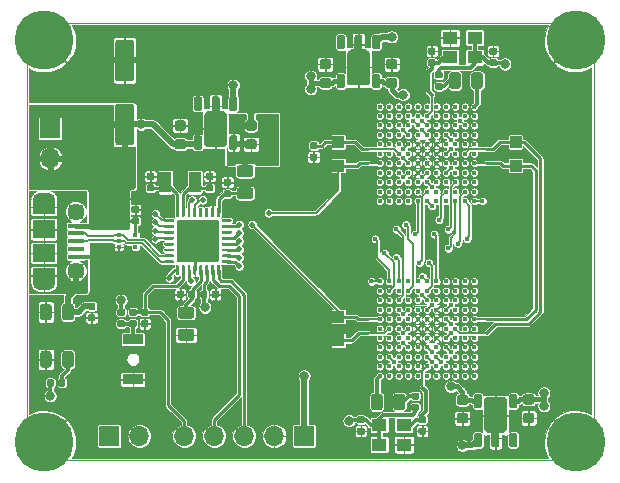
<source format=gbr>
G04 #@! TF.GenerationSoftware,KiCad,Pcbnew,(5.1.4)-1*
G04 #@! TF.CreationDate,2020-11-09T20:47:03-05:00*
G04 #@! TF.ProjectId,icepool-board,69636570-6f6f-46c2-9d62-6f6172642e6b,2020-04*
G04 #@! TF.SameCoordinates,Original*
G04 #@! TF.FileFunction,Copper,L1,Top*
G04 #@! TF.FilePolarity,Positive*
%FSLAX46Y46*%
G04 Gerber Fmt 4.6, Leading zero omitted, Abs format (unit mm)*
G04 Created by KiCad (PCBNEW (5.1.4)-1) date 2020-11-09 20:47:03*
%MOMM*%
%LPD*%
G04 APERTURE LIST*
G04 #@! TA.AperFunction,NonConductor*
%ADD10C,0.050000*%
G04 #@! TD*
G04 #@! TA.AperFunction,Conductor*
%ADD11C,0.150000*%
G04 #@! TD*
G04 #@! TA.AperFunction,SMDPad,CuDef*
%ADD12C,1.600000*%
G04 #@! TD*
G04 #@! TA.AperFunction,SMDPad,CuDef*
%ADD13C,1.930000*%
G04 #@! TD*
G04 #@! TA.AperFunction,SMDPad,CuDef*
%ADD14C,0.680000*%
G04 #@! TD*
G04 #@! TA.AperFunction,SMDPad,CuDef*
%ADD15C,1.000000*%
G04 #@! TD*
G04 #@! TA.AperFunction,SMDPad,CuDef*
%ADD16R,0.450000X0.300000*%
G04 #@! TD*
G04 #@! TA.AperFunction,ComponentPad*
%ADD17R,1.000000X1.000000*%
G04 #@! TD*
G04 #@! TA.AperFunction,SMDPad,CuDef*
%ADD18R,1.000000X1.800000*%
G04 #@! TD*
G04 #@! TA.AperFunction,SMDPad,CuDef*
%ADD19R,1.300000X1.100000*%
G04 #@! TD*
G04 #@! TA.AperFunction,BGAPad,CuDef*
%ADD20C,0.400000*%
G04 #@! TD*
G04 #@! TA.AperFunction,SMDPad,CuDef*
%ADD21C,0.250000*%
G04 #@! TD*
G04 #@! TA.AperFunction,ViaPad*
%ADD22C,0.500000*%
G04 #@! TD*
G04 #@! TA.AperFunction,SMDPad,CuDef*
%ADD23C,3.600000*%
G04 #@! TD*
G04 #@! TA.AperFunction,SMDPad,CuDef*
%ADD24R,1.700000X0.900000*%
G04 #@! TD*
G04 #@! TA.AperFunction,SMDPad,CuDef*
%ADD25C,0.590000*%
G04 #@! TD*
G04 #@! TA.AperFunction,SMDPad,CuDef*
%ADD26C,0.975000*%
G04 #@! TD*
G04 #@! TA.AperFunction,ComponentPad*
%ADD27O,1.700000X1.700000*%
G04 #@! TD*
G04 #@! TA.AperFunction,ComponentPad*
%ADD28R,1.700000X1.700000*%
G04 #@! TD*
G04 #@! TA.AperFunction,SMDPad,CuDef*
%ADD29R,1.900000X1.200000*%
G04 #@! TD*
G04 #@! TA.AperFunction,ComponentPad*
%ADD30O,1.900000X1.200000*%
G04 #@! TD*
G04 #@! TA.AperFunction,SMDPad,CuDef*
%ADD31R,1.900000X1.500000*%
G04 #@! TD*
G04 #@! TA.AperFunction,ComponentPad*
%ADD32C,1.450000*%
G04 #@! TD*
G04 #@! TA.AperFunction,SMDPad,CuDef*
%ADD33R,1.350000X0.400000*%
G04 #@! TD*
G04 #@! TA.AperFunction,ComponentPad*
%ADD34C,0.800000*%
G04 #@! TD*
G04 #@! TA.AperFunction,ComponentPad*
%ADD35C,5.000000*%
G04 #@! TD*
G04 #@! TA.AperFunction,SMDPad,CuDef*
%ADD36C,0.875000*%
G04 #@! TD*
G04 #@! TA.AperFunction,ViaPad*
%ADD37C,0.450000*%
G04 #@! TD*
G04 #@! TA.AperFunction,ViaPad*
%ADD38C,0.800000*%
G04 #@! TD*
G04 #@! TA.AperFunction,Conductor*
%ADD39C,0.228600*%
G04 #@! TD*
G04 #@! TA.AperFunction,Conductor*
%ADD40C,0.508000*%
G04 #@! TD*
G04 #@! TA.AperFunction,Conductor*
%ADD41C,0.406400*%
G04 #@! TD*
G04 #@! TA.AperFunction,Conductor*
%ADD42C,0.304800*%
G04 #@! TD*
G04 #@! TA.AperFunction,Conductor*
%ADD43C,0.152400*%
G04 #@! TD*
G04 #@! TA.AperFunction,Conductor*
%ADD44C,0.101600*%
G04 #@! TD*
G04 APERTURE END LIST*
D10*
X25500000Y-88500000D02*
X25500000Y-51500000D01*
X73500000Y-88500000D02*
X25500000Y-88500000D01*
X73500000Y-51500000D02*
X73500000Y-88500000D01*
X25500000Y-51500000D02*
X73500000Y-51500000D01*
D11*
G04 #@! TO.N,GND*
G04 #@! TO.C,C3*
G36*
X34374504Y-52951204D02*
G01*
X34398773Y-52954804D01*
X34422571Y-52960765D01*
X34445671Y-52969030D01*
X34467849Y-52979520D01*
X34488893Y-52992133D01*
X34508598Y-53006747D01*
X34526777Y-53023223D01*
X34543253Y-53041402D01*
X34557867Y-53061107D01*
X34570480Y-53082151D01*
X34580970Y-53104329D01*
X34589235Y-53127429D01*
X34595196Y-53151227D01*
X34598796Y-53175496D01*
X34600000Y-53200000D01*
X34600000Y-56200000D01*
X34598796Y-56224504D01*
X34595196Y-56248773D01*
X34589235Y-56272571D01*
X34580970Y-56295671D01*
X34570480Y-56317849D01*
X34557867Y-56338893D01*
X34543253Y-56358598D01*
X34526777Y-56376777D01*
X34508598Y-56393253D01*
X34488893Y-56407867D01*
X34467849Y-56420480D01*
X34445671Y-56430970D01*
X34422571Y-56439235D01*
X34398773Y-56445196D01*
X34374504Y-56448796D01*
X34350000Y-56450000D01*
X33250000Y-56450000D01*
X33225496Y-56448796D01*
X33201227Y-56445196D01*
X33177429Y-56439235D01*
X33154329Y-56430970D01*
X33132151Y-56420480D01*
X33111107Y-56407867D01*
X33091402Y-56393253D01*
X33073223Y-56376777D01*
X33056747Y-56358598D01*
X33042133Y-56338893D01*
X33029520Y-56317849D01*
X33019030Y-56295671D01*
X33010765Y-56272571D01*
X33004804Y-56248773D01*
X33001204Y-56224504D01*
X33000000Y-56200000D01*
X33000000Y-53200000D01*
X33001204Y-53175496D01*
X33004804Y-53151227D01*
X33010765Y-53127429D01*
X33019030Y-53104329D01*
X33029520Y-53082151D01*
X33042133Y-53061107D01*
X33056747Y-53041402D01*
X33073223Y-53023223D01*
X33091402Y-53006747D01*
X33111107Y-52992133D01*
X33132151Y-52979520D01*
X33154329Y-52969030D01*
X33177429Y-52960765D01*
X33201227Y-52954804D01*
X33225496Y-52951204D01*
X33250000Y-52950000D01*
X34350000Y-52950000D01*
X34374504Y-52951204D01*
X34374504Y-52951204D01*
G37*
D12*
G04 #@! TD*
G04 #@! TO.P,C3,2*
G04 #@! TO.N,GND*
X33800000Y-54700000D03*
D11*
G04 #@! TO.N,VCC*
G04 #@! TO.C,C3*
G36*
X34374504Y-58351204D02*
G01*
X34398773Y-58354804D01*
X34422571Y-58360765D01*
X34445671Y-58369030D01*
X34467849Y-58379520D01*
X34488893Y-58392133D01*
X34508598Y-58406747D01*
X34526777Y-58423223D01*
X34543253Y-58441402D01*
X34557867Y-58461107D01*
X34570480Y-58482151D01*
X34580970Y-58504329D01*
X34589235Y-58527429D01*
X34595196Y-58551227D01*
X34598796Y-58575496D01*
X34600000Y-58600000D01*
X34600000Y-61600000D01*
X34598796Y-61624504D01*
X34595196Y-61648773D01*
X34589235Y-61672571D01*
X34580970Y-61695671D01*
X34570480Y-61717849D01*
X34557867Y-61738893D01*
X34543253Y-61758598D01*
X34526777Y-61776777D01*
X34508598Y-61793253D01*
X34488893Y-61807867D01*
X34467849Y-61820480D01*
X34445671Y-61830970D01*
X34422571Y-61839235D01*
X34398773Y-61845196D01*
X34374504Y-61848796D01*
X34350000Y-61850000D01*
X33250000Y-61850000D01*
X33225496Y-61848796D01*
X33201227Y-61845196D01*
X33177429Y-61839235D01*
X33154329Y-61830970D01*
X33132151Y-61820480D01*
X33111107Y-61807867D01*
X33091402Y-61793253D01*
X33073223Y-61776777D01*
X33056747Y-61758598D01*
X33042133Y-61738893D01*
X33029520Y-61717849D01*
X33019030Y-61695671D01*
X33010765Y-61672571D01*
X33004804Y-61648773D01*
X33001204Y-61624504D01*
X33000000Y-61600000D01*
X33000000Y-58600000D01*
X33001204Y-58575496D01*
X33004804Y-58551227D01*
X33010765Y-58527429D01*
X33019030Y-58504329D01*
X33029520Y-58482151D01*
X33042133Y-58461107D01*
X33056747Y-58441402D01*
X33073223Y-58423223D01*
X33091402Y-58406747D01*
X33111107Y-58392133D01*
X33132151Y-58379520D01*
X33154329Y-58369030D01*
X33177429Y-58360765D01*
X33201227Y-58354804D01*
X33225496Y-58351204D01*
X33250000Y-58350000D01*
X34350000Y-58350000D01*
X34374504Y-58351204D01*
X34374504Y-58351204D01*
G37*
D12*
G04 #@! TD*
G04 #@! TO.P,C3,1*
G04 #@! TO.N,VCC*
X33800000Y-60100000D03*
D11*
G04 #@! TO.N,GND*
G04 #@! TO.C,U8*
G36*
X65729794Y-83252322D02*
G01*
X65776632Y-83259270D01*
X65822563Y-83270775D01*
X65867146Y-83286727D01*
X65909950Y-83306972D01*
X65950564Y-83331315D01*
X65988596Y-83359521D01*
X66023680Y-83391320D01*
X66055479Y-83426404D01*
X66083685Y-83464436D01*
X66108028Y-83505050D01*
X66128273Y-83547854D01*
X66144225Y-83592437D01*
X66155730Y-83638368D01*
X66162678Y-83685206D01*
X66165001Y-83732499D01*
X66165001Y-85767499D01*
X66162678Y-85814792D01*
X66155730Y-85861630D01*
X66144225Y-85907561D01*
X66128273Y-85952144D01*
X66108028Y-85994948D01*
X66083685Y-86035562D01*
X66055479Y-86073594D01*
X66023680Y-86108678D01*
X65988596Y-86140477D01*
X65950564Y-86168683D01*
X65909950Y-86193026D01*
X65867146Y-86213271D01*
X65822563Y-86229223D01*
X65776632Y-86240728D01*
X65729794Y-86247676D01*
X65682501Y-86249999D01*
X64717501Y-86249999D01*
X64670208Y-86247676D01*
X64623370Y-86240728D01*
X64577439Y-86229223D01*
X64532856Y-86213271D01*
X64490052Y-86193026D01*
X64449438Y-86168683D01*
X64411406Y-86140477D01*
X64376322Y-86108678D01*
X64344523Y-86073594D01*
X64316317Y-86035562D01*
X64291974Y-85994948D01*
X64271729Y-85952144D01*
X64255777Y-85907561D01*
X64244272Y-85861630D01*
X64237324Y-85814792D01*
X64235001Y-85767499D01*
X64235001Y-83732499D01*
X64237324Y-83685206D01*
X64244272Y-83638368D01*
X64255777Y-83592437D01*
X64271729Y-83547854D01*
X64291974Y-83505050D01*
X64316317Y-83464436D01*
X64344523Y-83426404D01*
X64376322Y-83391320D01*
X64411406Y-83359521D01*
X64449438Y-83331315D01*
X64490052Y-83306972D01*
X64532856Y-83286727D01*
X64577439Y-83270775D01*
X64623370Y-83259270D01*
X64670208Y-83252322D01*
X64717501Y-83249999D01*
X65682501Y-83249999D01*
X65729794Y-83252322D01*
X65729794Y-83252322D01*
G37*
D13*
G04 #@! TD*
G04 #@! TO.P,U8,2*
G04 #@! TO.N,GND*
X65200001Y-84749999D03*
D11*
G04 #@! TO.N,VCC*
G04 #@! TO.C,U8*
G36*
X66886664Y-82950818D02*
G01*
X66903166Y-82953266D01*
X66919349Y-82957319D01*
X66935057Y-82962939D01*
X66950138Y-82970072D01*
X66964448Y-82978649D01*
X66977848Y-82988587D01*
X66990209Y-82999791D01*
X67001413Y-83012152D01*
X67011351Y-83025552D01*
X67019928Y-83039862D01*
X67027061Y-83054943D01*
X67032681Y-83070651D01*
X67036734Y-83086834D01*
X67039182Y-83103336D01*
X67040001Y-83119999D01*
X67040001Y-83979999D01*
X67039182Y-83996662D01*
X67036734Y-84013164D01*
X67032681Y-84029347D01*
X67027061Y-84045055D01*
X67019928Y-84060136D01*
X67011351Y-84074446D01*
X67001413Y-84087846D01*
X66990209Y-84100207D01*
X66977848Y-84111411D01*
X66964448Y-84121349D01*
X66950138Y-84129926D01*
X66935057Y-84137059D01*
X66919349Y-84142679D01*
X66903166Y-84146732D01*
X66886664Y-84149180D01*
X66870001Y-84149999D01*
X66530001Y-84149999D01*
X66513338Y-84149180D01*
X66496836Y-84146732D01*
X66480653Y-84142679D01*
X66464945Y-84137059D01*
X66449864Y-84129926D01*
X66435554Y-84121349D01*
X66422154Y-84111411D01*
X66409793Y-84100207D01*
X66398589Y-84087846D01*
X66388651Y-84074446D01*
X66380074Y-84060136D01*
X66372941Y-84045055D01*
X66367321Y-84029347D01*
X66363268Y-84013164D01*
X66360820Y-83996662D01*
X66360001Y-83979999D01*
X66360001Y-83119999D01*
X66360820Y-83103336D01*
X66363268Y-83086834D01*
X66367321Y-83070651D01*
X66372941Y-83054943D01*
X66380074Y-83039862D01*
X66388651Y-83025552D01*
X66398589Y-83012152D01*
X66409793Y-82999791D01*
X66422154Y-82988587D01*
X66435554Y-82978649D01*
X66449864Y-82970072D01*
X66464945Y-82962939D01*
X66480653Y-82957319D01*
X66496836Y-82953266D01*
X66513338Y-82950818D01*
X66530001Y-82949999D01*
X66870001Y-82949999D01*
X66886664Y-82950818D01*
X66886664Y-82950818D01*
G37*
D14*
G04 #@! TD*
G04 #@! TO.P,U8,4*
G04 #@! TO.N,VCC*
X66700001Y-83549999D03*
D11*
G04 #@! TO.N,GND*
G04 #@! TO.C,U8*
G36*
X65939505Y-83201203D02*
G01*
X65963774Y-83204803D01*
X65987572Y-83210764D01*
X66010672Y-83219029D01*
X66032850Y-83229519D01*
X66053894Y-83242132D01*
X66073599Y-83256746D01*
X66091778Y-83273222D01*
X66108254Y-83291401D01*
X66122868Y-83311106D01*
X66135481Y-83332150D01*
X66145971Y-83354328D01*
X66154236Y-83377428D01*
X66160197Y-83401226D01*
X66163797Y-83425495D01*
X66165001Y-83449999D01*
X66165001Y-83949999D01*
X66163797Y-83974503D01*
X66160197Y-83998772D01*
X66154236Y-84022570D01*
X66145971Y-84045670D01*
X66135481Y-84067848D01*
X66122868Y-84088892D01*
X66108254Y-84108597D01*
X66091778Y-84126776D01*
X66073599Y-84143252D01*
X66053894Y-84157866D01*
X66032850Y-84170479D01*
X66010672Y-84180969D01*
X65987572Y-84189234D01*
X65963774Y-84195195D01*
X65939505Y-84198795D01*
X65915001Y-84199999D01*
X64485001Y-84199999D01*
X64460497Y-84198795D01*
X64436228Y-84195195D01*
X64412430Y-84189234D01*
X64389330Y-84180969D01*
X64367152Y-84170479D01*
X64346108Y-84157866D01*
X64326403Y-84143252D01*
X64308224Y-84126776D01*
X64291748Y-84108597D01*
X64277134Y-84088892D01*
X64264521Y-84067848D01*
X64254031Y-84045670D01*
X64245766Y-84022570D01*
X64239805Y-83998772D01*
X64236205Y-83974503D01*
X64235001Y-83949999D01*
X64235001Y-83449999D01*
X64236205Y-83425495D01*
X64239805Y-83401226D01*
X64245766Y-83377428D01*
X64254031Y-83354328D01*
X64264521Y-83332150D01*
X64277134Y-83311106D01*
X64291748Y-83291401D01*
X64308224Y-83273222D01*
X64326403Y-83256746D01*
X64346108Y-83242132D01*
X64367152Y-83229519D01*
X64389330Y-83219029D01*
X64412430Y-83210764D01*
X64436228Y-83204803D01*
X64460497Y-83201203D01*
X64485001Y-83199999D01*
X65915001Y-83199999D01*
X65939505Y-83201203D01*
X65939505Y-83201203D01*
G37*
D15*
G04 #@! TD*
G04 #@! TO.P,U8,2*
G04 #@! TO.N,GND*
X65200001Y-83699999D03*
D11*
G04 #@! TO.N,/ICE40HX8K-BG121_1/VCC0*
G04 #@! TO.C,U8*
G36*
X63886664Y-82950818D02*
G01*
X63903166Y-82953266D01*
X63919349Y-82957319D01*
X63935057Y-82962939D01*
X63950138Y-82970072D01*
X63964448Y-82978649D01*
X63977848Y-82988587D01*
X63990209Y-82999791D01*
X64001413Y-83012152D01*
X64011351Y-83025552D01*
X64019928Y-83039862D01*
X64027061Y-83054943D01*
X64032681Y-83070651D01*
X64036734Y-83086834D01*
X64039182Y-83103336D01*
X64040001Y-83119999D01*
X64040001Y-83979999D01*
X64039182Y-83996662D01*
X64036734Y-84013164D01*
X64032681Y-84029347D01*
X64027061Y-84045055D01*
X64019928Y-84060136D01*
X64011351Y-84074446D01*
X64001413Y-84087846D01*
X63990209Y-84100207D01*
X63977848Y-84111411D01*
X63964448Y-84121349D01*
X63950138Y-84129926D01*
X63935057Y-84137059D01*
X63919349Y-84142679D01*
X63903166Y-84146732D01*
X63886664Y-84149180D01*
X63870001Y-84149999D01*
X63530001Y-84149999D01*
X63513338Y-84149180D01*
X63496836Y-84146732D01*
X63480653Y-84142679D01*
X63464945Y-84137059D01*
X63449864Y-84129926D01*
X63435554Y-84121349D01*
X63422154Y-84111411D01*
X63409793Y-84100207D01*
X63398589Y-84087846D01*
X63388651Y-84074446D01*
X63380074Y-84060136D01*
X63372941Y-84045055D01*
X63367321Y-84029347D01*
X63363268Y-84013164D01*
X63360820Y-83996662D01*
X63360001Y-83979999D01*
X63360001Y-83119999D01*
X63360820Y-83103336D01*
X63363268Y-83086834D01*
X63367321Y-83070651D01*
X63372941Y-83054943D01*
X63380074Y-83039862D01*
X63388651Y-83025552D01*
X63398589Y-83012152D01*
X63409793Y-82999791D01*
X63422154Y-82988587D01*
X63435554Y-82978649D01*
X63449864Y-82970072D01*
X63464945Y-82962939D01*
X63480653Y-82957319D01*
X63496836Y-82953266D01*
X63513338Y-82950818D01*
X63530001Y-82949999D01*
X63870001Y-82949999D01*
X63886664Y-82950818D01*
X63886664Y-82950818D01*
G37*
D14*
G04 #@! TD*
G04 #@! TO.P,U8,5*
G04 #@! TO.N,/ICE40HX8K-BG121_1/VCC0*
X63700001Y-83549999D03*
D11*
G04 #@! TO.N,VCC*
G04 #@! TO.C,U8*
G36*
X63886664Y-86250818D02*
G01*
X63903166Y-86253266D01*
X63919349Y-86257319D01*
X63935057Y-86262939D01*
X63950138Y-86270072D01*
X63964448Y-86278649D01*
X63977848Y-86288587D01*
X63990209Y-86299791D01*
X64001413Y-86312152D01*
X64011351Y-86325552D01*
X64019928Y-86339862D01*
X64027061Y-86354943D01*
X64032681Y-86370651D01*
X64036734Y-86386834D01*
X64039182Y-86403336D01*
X64040001Y-86419999D01*
X64040001Y-87279999D01*
X64039182Y-87296662D01*
X64036734Y-87313164D01*
X64032681Y-87329347D01*
X64027061Y-87345055D01*
X64019928Y-87360136D01*
X64011351Y-87374446D01*
X64001413Y-87387846D01*
X63990209Y-87400207D01*
X63977848Y-87411411D01*
X63964448Y-87421349D01*
X63950138Y-87429926D01*
X63935057Y-87437059D01*
X63919349Y-87442679D01*
X63903166Y-87446732D01*
X63886664Y-87449180D01*
X63870001Y-87449999D01*
X63530001Y-87449999D01*
X63513338Y-87449180D01*
X63496836Y-87446732D01*
X63480653Y-87442679D01*
X63464945Y-87437059D01*
X63449864Y-87429926D01*
X63435554Y-87421349D01*
X63422154Y-87411411D01*
X63409793Y-87400207D01*
X63398589Y-87387846D01*
X63388651Y-87374446D01*
X63380074Y-87360136D01*
X63372941Y-87345055D01*
X63367321Y-87329347D01*
X63363268Y-87313164D01*
X63360820Y-87296662D01*
X63360001Y-87279999D01*
X63360001Y-86419999D01*
X63360820Y-86403336D01*
X63363268Y-86386834D01*
X63367321Y-86370651D01*
X63372941Y-86354943D01*
X63380074Y-86339862D01*
X63388651Y-86325552D01*
X63398589Y-86312152D01*
X63409793Y-86299791D01*
X63422154Y-86288587D01*
X63435554Y-86278649D01*
X63449864Y-86270072D01*
X63464945Y-86262939D01*
X63480653Y-86257319D01*
X63496836Y-86253266D01*
X63513338Y-86250818D01*
X63530001Y-86249999D01*
X63870001Y-86249999D01*
X63886664Y-86250818D01*
X63886664Y-86250818D01*
G37*
D14*
G04 #@! TD*
G04 #@! TO.P,U8,1*
G04 #@! TO.N,VCC*
X63700001Y-86849999D03*
D11*
G04 #@! TO.N,GND*
G04 #@! TO.C,U8*
G36*
X65386664Y-85850818D02*
G01*
X65403166Y-85853266D01*
X65419349Y-85857319D01*
X65435057Y-85862939D01*
X65450138Y-85870072D01*
X65464448Y-85878649D01*
X65477848Y-85888587D01*
X65490209Y-85899791D01*
X65501413Y-85912152D01*
X65511351Y-85925552D01*
X65519928Y-85939862D01*
X65527061Y-85954943D01*
X65532681Y-85970651D01*
X65536734Y-85986834D01*
X65539182Y-86003336D01*
X65540001Y-86019999D01*
X65540001Y-87279999D01*
X65539182Y-87296662D01*
X65536734Y-87313164D01*
X65532681Y-87329347D01*
X65527061Y-87345055D01*
X65519928Y-87360136D01*
X65511351Y-87374446D01*
X65501413Y-87387846D01*
X65490209Y-87400207D01*
X65477848Y-87411411D01*
X65464448Y-87421349D01*
X65450138Y-87429926D01*
X65435057Y-87437059D01*
X65419349Y-87442679D01*
X65403166Y-87446732D01*
X65386664Y-87449180D01*
X65370001Y-87449999D01*
X65030001Y-87449999D01*
X65013338Y-87449180D01*
X64996836Y-87446732D01*
X64980653Y-87442679D01*
X64964945Y-87437059D01*
X64949864Y-87429926D01*
X64935554Y-87421349D01*
X64922154Y-87411411D01*
X64909793Y-87400207D01*
X64898589Y-87387846D01*
X64888651Y-87374446D01*
X64880074Y-87360136D01*
X64872941Y-87345055D01*
X64867321Y-87329347D01*
X64863268Y-87313164D01*
X64860820Y-87296662D01*
X64860001Y-87279999D01*
X64860001Y-86019999D01*
X64860820Y-86003336D01*
X64863268Y-85986834D01*
X64867321Y-85970651D01*
X64872941Y-85954943D01*
X64880074Y-85939862D01*
X64888651Y-85925552D01*
X64898589Y-85912152D01*
X64909793Y-85899791D01*
X64922154Y-85888587D01*
X64935554Y-85878649D01*
X64949864Y-85870072D01*
X64964945Y-85862939D01*
X64980653Y-85857319D01*
X64996836Y-85853266D01*
X65013338Y-85850818D01*
X65030001Y-85849999D01*
X65370001Y-85849999D01*
X65386664Y-85850818D01*
X65386664Y-85850818D01*
G37*
D14*
G04 #@! TD*
G04 #@! TO.P,U8,2*
G04 #@! TO.N,GND*
X65200001Y-86649999D03*
D11*
G04 #@! TO.N,N/C*
G04 #@! TO.C,U8*
G36*
X66886664Y-86250818D02*
G01*
X66903166Y-86253266D01*
X66919349Y-86257319D01*
X66935057Y-86262939D01*
X66950138Y-86270072D01*
X66964448Y-86278649D01*
X66977848Y-86288587D01*
X66990209Y-86299791D01*
X67001413Y-86312152D01*
X67011351Y-86325552D01*
X67019928Y-86339862D01*
X67027061Y-86354943D01*
X67032681Y-86370651D01*
X67036734Y-86386834D01*
X67039182Y-86403336D01*
X67040001Y-86419999D01*
X67040001Y-87279999D01*
X67039182Y-87296662D01*
X67036734Y-87313164D01*
X67032681Y-87329347D01*
X67027061Y-87345055D01*
X67019928Y-87360136D01*
X67011351Y-87374446D01*
X67001413Y-87387846D01*
X66990209Y-87400207D01*
X66977848Y-87411411D01*
X66964448Y-87421349D01*
X66950138Y-87429926D01*
X66935057Y-87437059D01*
X66919349Y-87442679D01*
X66903166Y-87446732D01*
X66886664Y-87449180D01*
X66870001Y-87449999D01*
X66530001Y-87449999D01*
X66513338Y-87449180D01*
X66496836Y-87446732D01*
X66480653Y-87442679D01*
X66464945Y-87437059D01*
X66449864Y-87429926D01*
X66435554Y-87421349D01*
X66422154Y-87411411D01*
X66409793Y-87400207D01*
X66398589Y-87387846D01*
X66388651Y-87374446D01*
X66380074Y-87360136D01*
X66372941Y-87345055D01*
X66367321Y-87329347D01*
X66363268Y-87313164D01*
X66360820Y-87296662D01*
X66360001Y-87279999D01*
X66360001Y-86419999D01*
X66360820Y-86403336D01*
X66363268Y-86386834D01*
X66367321Y-86370651D01*
X66372941Y-86354943D01*
X66380074Y-86339862D01*
X66388651Y-86325552D01*
X66398589Y-86312152D01*
X66409793Y-86299791D01*
X66422154Y-86288587D01*
X66435554Y-86278649D01*
X66449864Y-86270072D01*
X66464945Y-86262939D01*
X66480653Y-86257319D01*
X66496836Y-86253266D01*
X66513338Y-86250818D01*
X66530001Y-86249999D01*
X66870001Y-86249999D01*
X66886664Y-86250818D01*
X66886664Y-86250818D01*
G37*
D14*
G04 #@! TD*
G04 #@! TO.P,U8,3*
G04 #@! TO.N,N/C*
X66700001Y-86849999D03*
D16*
G04 #@! TO.P,U2,4*
G04 #@! TO.N,N/C*
X34700000Y-70500000D03*
G04 #@! TO.P,U2,2*
G04 #@! TO.N,/USB_D+*
X33300000Y-70000000D03*
G04 #@! TO.P,U2,5*
G04 #@! TO.N,VCC*
X34700000Y-69500000D03*
G04 #@! TO.P,U2,3*
G04 #@! TO.N,GND*
X33300000Y-70500000D03*
G04 #@! TO.P,U2,1*
G04 #@! TO.N,/USB_D-*
X33300000Y-69500000D03*
G04 #@! TD*
D17*
G04 #@! TO.P,TP6,1*
G04 #@! TO.N,/MISO*
X51900000Y-76400000D03*
G04 #@! TD*
G04 #@! TO.P,TP5,1*
G04 #@! TO.N,/FIFO_0_1*
X66900000Y-63600000D03*
G04 #@! TD*
G04 #@! TO.P,TP4,1*
G04 #@! TO.N,/MOSI*
X51900000Y-63600000D03*
G04 #@! TD*
G04 #@! TO.P,TP3,1*
G04 #@! TO.N,/READY*
X51900000Y-78400000D03*
G04 #@! TD*
G04 #@! TO.P,TP2,1*
G04 #@! TO.N,/READY_0_1*
X66900000Y-61600000D03*
G04 #@! TD*
G04 #@! TO.P,TP1,1*
G04 #@! TO.N,/READY_0*
X51900000Y-61600000D03*
G04 #@! TD*
D18*
G04 #@! TO.P,Y1,2*
G04 #@! TO.N,/XOUT*
X37250000Y-65000000D03*
G04 #@! TO.P,Y1,1*
G04 #@! TO.N,/XIN*
X39750000Y-65000000D03*
G04 #@! TD*
D19*
G04 #@! TO.P,X2,4*
G04 #@! TO.N,+3V3*
X55350000Y-85575000D03*
G04 #@! TO.P,X2,3*
G04 #@! TO.N,/ICE40HX8K-BG121_1/CLK*
X57450000Y-85575000D03*
G04 #@! TO.P,X2,2*
G04 #@! TO.N,GND*
X57450000Y-87225000D03*
G04 #@! TO.P,X2,1*
G04 #@! TO.N,+3V3*
X55350000Y-87225000D03*
G04 #@! TD*
G04 #@! TO.P,X1,4*
G04 #@! TO.N,+3V3*
X63450000Y-54425000D03*
G04 #@! TO.P,X1,3*
G04 #@! TO.N,/ICE40HX8K-BG121_0/CLK*
X61350000Y-54425000D03*
G04 #@! TO.P,X1,2*
G04 #@! TO.N,GND*
X61350000Y-52775000D03*
G04 #@! TO.P,X1,1*
G04 #@! TO.N,+3V3*
X63450000Y-52775000D03*
G04 #@! TD*
D20*
G04 #@! TO.P,U9,L11*
G04 #@! TO.N,+3V3*
X55400000Y-73400000D03*
G04 #@! TO.P,U9,K11*
G04 #@! TO.N,N/C*
X55400000Y-74200000D03*
G04 #@! TO.P,U9,J11*
X55400000Y-75000000D03*
G04 #@! TO.P,U9,H11*
X55400000Y-75800000D03*
G04 #@! TO.P,U9,G11*
G04 #@! TO.N,/MISO*
X55400000Y-76600000D03*
G04 #@! TO.P,U9,F11*
G04 #@! TO.N,N/C*
X55400000Y-77400000D03*
G04 #@! TO.P,U9,E11*
X55400000Y-78200000D03*
G04 #@! TO.P,U9,D11*
X55400000Y-79000000D03*
G04 #@! TO.P,U9,C11*
X55400000Y-79800000D03*
G04 #@! TO.P,U9,B11*
X55400000Y-80600000D03*
G04 #@! TO.P,U9,A11*
G04 #@! TO.N,/ICE40HX8K-BG121_1/LED_IND*
X55400000Y-81400000D03*
G04 #@! TO.P,U9,L10*
G04 #@! TO.N,/SCK*
X56200000Y-73400000D03*
G04 #@! TO.P,U9,K10*
G04 #@! TO.N,/SPI_SS_B_1*
X56200000Y-74200000D03*
G04 #@! TO.P,U9,J10*
G04 #@! TO.N,N/C*
X56200000Y-75000000D03*
G04 #@! TO.P,U9,H10*
X56200000Y-75800000D03*
G04 #@! TO.P,U9,G10*
X56200000Y-76600000D03*
G04 #@! TO.P,U9,F10*
G04 #@! TO.N,/READY*
X56200000Y-77400000D03*
G04 #@! TO.P,U9,E10*
G04 #@! TO.N,N/C*
X56200000Y-78200000D03*
G04 #@! TO.P,U9,D10*
X56200000Y-79000000D03*
G04 #@! TO.P,U9,C10*
G04 #@! TO.N,/ICE40HX8K-BG121_1/VPP_2V5*
X56200000Y-79800000D03*
G04 #@! TO.P,U9,B10*
G04 #@! TO.N,N/C*
X56200000Y-80600000D03*
G04 #@! TO.P,U9,A10*
X56200000Y-81400000D03*
G04 #@! TO.P,U9,L9*
G04 #@! TO.N,/CRESET_B_1*
X57000000Y-73400000D03*
G04 #@! TO.P,U9,K9*
G04 #@! TO.N,N/C*
X57000000Y-74200000D03*
G04 #@! TO.P,U9,J9*
G04 #@! TO.N,/MOSI*
X57000000Y-75000000D03*
G04 #@! TO.P,U9,H9*
G04 #@! TO.N,N/C*
X57000000Y-75800000D03*
G04 #@! TO.P,U9,G9*
X57000000Y-76600000D03*
G04 #@! TO.P,U9,F9*
X57000000Y-77400000D03*
G04 #@! TO.P,U9,E9*
X57000000Y-78200000D03*
G04 #@! TO.P,U9,D9*
X57000000Y-79000000D03*
G04 #@! TO.P,U9,C9*
X57000000Y-79800000D03*
G04 #@! TO.P,U9,B9*
X57000000Y-80600000D03*
G04 #@! TO.P,U9,A9*
X57000000Y-81400000D03*
G04 #@! TO.P,U9,L8*
X57800000Y-73400000D03*
G04 #@! TO.P,U9,K8*
G04 #@! TO.N,/CDONE_1*
X57800000Y-74200000D03*
G04 #@! TO.P,U9,J8*
G04 #@! TO.N,N/C*
X57800000Y-75000000D03*
G04 #@! TO.P,U9,H8*
G04 #@! TO.N,/ICE40HX8K-BG121_1/VCC0*
X57800000Y-75800000D03*
G04 #@! TO.P,U9,G8*
G04 #@! TO.N,N/C*
X57800000Y-76600000D03*
G04 #@! TO.P,U9,F8*
G04 #@! TO.N,+3V3*
X57800000Y-77400000D03*
G04 #@! TO.P,U9,E8*
G04 #@! TO.N,N/C*
X57800000Y-78200000D03*
G04 #@! TO.P,U9,D8*
G04 #@! TO.N,/ICE40HX8K-BG121_1/VCC0*
X57800000Y-79000000D03*
G04 #@! TO.P,U9,C8*
G04 #@! TO.N,N/C*
X57800000Y-79800000D03*
G04 #@! TO.P,U9,B8*
X57800000Y-80600000D03*
G04 #@! TO.P,U9,A8*
X57800000Y-81400000D03*
G04 #@! TO.P,U9,L7*
X58600000Y-73400000D03*
G04 #@! TO.P,U9,K7*
X58600000Y-74200000D03*
G04 #@! TO.P,U9,J7*
X58600000Y-75000000D03*
G04 #@! TO.P,U9,H7*
X58600000Y-75800000D03*
G04 #@! TO.P,U9,G7*
G04 #@! TO.N,GND*
X58600000Y-76600000D03*
G04 #@! TO.P,U9,F7*
X58600000Y-77400000D03*
G04 #@! TO.P,U9,E7*
X58600000Y-78200000D03*
G04 #@! TO.P,U9,D7*
G04 #@! TO.N,N/C*
X58600000Y-79000000D03*
G04 #@! TO.P,U9,C7*
X58600000Y-79800000D03*
G04 #@! TO.P,U9,B7*
X58600000Y-80600000D03*
G04 #@! TO.P,U9,A7*
X58600000Y-81400000D03*
G04 #@! TO.P,U9,L6*
G04 #@! TO.N,/ICE40HX8K-BG121_1/GNDPLL0*
X59400000Y-73400000D03*
G04 #@! TO.P,U9,K6*
G04 #@! TO.N,/~SSEL*
X59400000Y-74200000D03*
G04 #@! TO.P,U9,J6*
G04 #@! TO.N,/ICE40HX8K-BG121_1/VCCPLL0*
X59400000Y-75000000D03*
G04 #@! TO.P,U9,H6*
G04 #@! TO.N,+3V3*
X59400000Y-75800000D03*
G04 #@! TO.P,U9,G6*
G04 #@! TO.N,GND*
X59400000Y-76600000D03*
G04 #@! TO.P,U9,F6*
X59400000Y-77400000D03*
G04 #@! TO.P,U9,E6*
X59400000Y-78200000D03*
G04 #@! TO.P,U9,D6*
G04 #@! TO.N,+3V3*
X59400000Y-79000000D03*
G04 #@! TO.P,U9,C6*
G04 #@! TO.N,/ICE40HX8K-BG121_1/VCCPLL1*
X59400000Y-79800000D03*
G04 #@! TO.P,U9,B6*
G04 #@! TO.N,/ICE40HX8K-BG121_1/CLK*
X59400000Y-80600000D03*
G04 #@! TO.P,U9,A6*
G04 #@! TO.N,N/C*
X59400000Y-81400000D03*
G04 #@! TO.P,U9,L5*
G04 #@! TO.N,/~WE*
X60200000Y-73400000D03*
G04 #@! TO.P,U9,K5*
G04 #@! TO.N,N/C*
X60200000Y-74200000D03*
G04 #@! TO.P,U9,J5*
X60200000Y-75000000D03*
G04 #@! TO.P,U9,H5*
G04 #@! TO.N,GND*
X60200000Y-75800000D03*
G04 #@! TO.P,U9,G5*
X60200000Y-76600000D03*
G04 #@! TO.P,U9,F5*
X60200000Y-77400000D03*
G04 #@! TO.P,U9,E5*
X60200000Y-78200000D03*
G04 #@! TO.P,U9,D5*
G04 #@! TO.N,N/C*
X60200000Y-79000000D03*
G04 #@! TO.P,U9,C5*
G04 #@! TO.N,/ICE40HX8K-BG121_1/GNDPLL1*
X60200000Y-79800000D03*
G04 #@! TO.P,U9,B5*
G04 #@! TO.N,N/C*
X60200000Y-80600000D03*
G04 #@! TO.P,U9,A5*
X60200000Y-81400000D03*
G04 #@! TO.P,U9,L4*
X61000000Y-73400000D03*
G04 #@! TO.P,U9,K4*
X61000000Y-74200000D03*
G04 #@! TO.P,U9,J4*
X61000000Y-75000000D03*
G04 #@! TO.P,U9,H4*
G04 #@! TO.N,/ICE40HX8K-BG121_1/VCC0*
X61000000Y-75800000D03*
G04 #@! TO.P,U9,G4*
G04 #@! TO.N,+3V3*
X61000000Y-76600000D03*
G04 #@! TO.P,U9,F4*
G04 #@! TO.N,N/C*
X61000000Y-77400000D03*
G04 #@! TO.P,U9,E4*
G04 #@! TO.N,+3V3*
X61000000Y-78200000D03*
G04 #@! TO.P,U9,D4*
G04 #@! TO.N,/ICE40HX8K-BG121_1/VCC0*
X61000000Y-79000000D03*
G04 #@! TO.P,U9,C4*
G04 #@! TO.N,N/C*
X61000000Y-79800000D03*
G04 #@! TO.P,U9,B4*
X61000000Y-80600000D03*
G04 #@! TO.P,U9,A4*
X61000000Y-81400000D03*
G04 #@! TO.P,U9,L3*
X61800000Y-73400000D03*
G04 #@! TO.P,U9,K3*
X61800000Y-74200000D03*
G04 #@! TO.P,U9,J3*
X61800000Y-75000000D03*
G04 #@! TO.P,U9,H3*
X61800000Y-75800000D03*
G04 #@! TO.P,U9,G3*
X61800000Y-76600000D03*
G04 #@! TO.P,U9,F3*
G04 #@! TO.N,/READY_0_1*
X61800000Y-77400000D03*
G04 #@! TO.P,U9,E3*
G04 #@! TO.N,N/C*
X61800000Y-78200000D03*
G04 #@! TO.P,U9,D3*
X61800000Y-79000000D03*
G04 #@! TO.P,U9,C3*
X61800000Y-79800000D03*
G04 #@! TO.P,U9,B3*
X61800000Y-80600000D03*
G04 #@! TO.P,U9,A3*
X61800000Y-81400000D03*
G04 #@! TO.P,U9,L2*
X62600000Y-73400000D03*
G04 #@! TO.P,U9,K2*
X62600000Y-74200000D03*
G04 #@! TO.P,U9,J2*
X62600000Y-75000000D03*
G04 #@! TO.P,U9,H2*
X62600000Y-75800000D03*
G04 #@! TO.P,U9,G2*
X62600000Y-76600000D03*
G04 #@! TO.P,U9,F2*
X62600000Y-77400000D03*
G04 #@! TO.P,U9,E2*
X62600000Y-78200000D03*
G04 #@! TO.P,U9,D2*
X62600000Y-79000000D03*
G04 #@! TO.P,U9,C2*
X62600000Y-79800000D03*
G04 #@! TO.P,U9,B2*
X62600000Y-80600000D03*
G04 #@! TO.P,U9,A2*
X62600000Y-81400000D03*
G04 #@! TO.P,U9,L1*
X63400000Y-73400000D03*
G04 #@! TO.P,U9,K1*
X63400000Y-74200000D03*
G04 #@! TO.P,U9,J1*
X63400000Y-75000000D03*
G04 #@! TO.P,U9,H1*
X63400000Y-75800000D03*
G04 #@! TO.P,U9,G1*
G04 #@! TO.N,/FIFO_0_1*
X63400000Y-76600000D03*
G04 #@! TO.P,U9,F1*
G04 #@! TO.N,N/C*
X63400000Y-77400000D03*
G04 #@! TO.P,U9,E1*
X63400000Y-78200000D03*
G04 #@! TO.P,U9,D1*
X63400000Y-79000000D03*
G04 #@! TO.P,U9,C1*
X63400000Y-79800000D03*
G04 #@! TO.P,U9,B1*
X63400000Y-80600000D03*
G04 #@! TO.P,U9,A1*
X63400000Y-81400000D03*
G04 #@! TD*
G04 #@! TO.P,U6,L11*
G04 #@! TO.N,+3V3*
X63400000Y-66600000D03*
G04 #@! TO.P,U6,K11*
G04 #@! TO.N,N/C*
X63400000Y-65800000D03*
G04 #@! TO.P,U6,J11*
X63400000Y-65000000D03*
G04 #@! TO.P,U6,H11*
X63400000Y-64200000D03*
G04 #@! TO.P,U6,G11*
G04 #@! TO.N,/FIFO_0_1*
X63400000Y-63400000D03*
G04 #@! TO.P,U6,F11*
G04 #@! TO.N,N/C*
X63400000Y-62600000D03*
G04 #@! TO.P,U6,E11*
X63400000Y-61800000D03*
G04 #@! TO.P,U6,D11*
X63400000Y-61000000D03*
G04 #@! TO.P,U6,C11*
X63400000Y-60200000D03*
G04 #@! TO.P,U6,B11*
X63400000Y-59400000D03*
G04 #@! TO.P,U6,A11*
G04 #@! TO.N,/ICE40HX8K-BG121_0/LED_IND*
X63400000Y-58600000D03*
G04 #@! TO.P,U6,L10*
G04 #@! TO.N,/SCK*
X62600000Y-66600000D03*
G04 #@! TO.P,U6,K10*
G04 #@! TO.N,/SPI_SS_B_0*
X62600000Y-65800000D03*
G04 #@! TO.P,U6,J10*
G04 #@! TO.N,N/C*
X62600000Y-65000000D03*
G04 #@! TO.P,U6,H10*
X62600000Y-64200000D03*
G04 #@! TO.P,U6,G10*
X62600000Y-63400000D03*
G04 #@! TO.P,U6,F10*
G04 #@! TO.N,/READY_0_1*
X62600000Y-62600000D03*
G04 #@! TO.P,U6,E10*
G04 #@! TO.N,N/C*
X62600000Y-61800000D03*
G04 #@! TO.P,U6,D10*
X62600000Y-61000000D03*
G04 #@! TO.P,U6,C10*
G04 #@! TO.N,/ICE40HX8K-BG121_0/VPP_2V5*
X62600000Y-60200000D03*
G04 #@! TO.P,U6,B10*
G04 #@! TO.N,N/C*
X62600000Y-59400000D03*
G04 #@! TO.P,U6,A10*
X62600000Y-58600000D03*
G04 #@! TO.P,U6,L9*
G04 #@! TO.N,/CRESET_B_0*
X61800000Y-66600000D03*
G04 #@! TO.P,U6,K9*
G04 #@! TO.N,N/C*
X61800000Y-65800000D03*
G04 #@! TO.P,U6,J9*
G04 #@! TO.N,/MOSI*
X61800000Y-65000000D03*
G04 #@! TO.P,U6,H9*
G04 #@! TO.N,N/C*
X61800000Y-64200000D03*
G04 #@! TO.P,U6,G9*
X61800000Y-63400000D03*
G04 #@! TO.P,U6,F9*
X61800000Y-62600000D03*
G04 #@! TO.P,U6,E9*
X61800000Y-61800000D03*
G04 #@! TO.P,U6,D9*
X61800000Y-61000000D03*
G04 #@! TO.P,U6,C9*
X61800000Y-60200000D03*
G04 #@! TO.P,U6,B9*
X61800000Y-59400000D03*
G04 #@! TO.P,U6,A9*
X61800000Y-58600000D03*
G04 #@! TO.P,U6,L8*
X61000000Y-66600000D03*
G04 #@! TO.P,U6,K8*
G04 #@! TO.N,/CDONE_0*
X61000000Y-65800000D03*
G04 #@! TO.P,U6,J8*
G04 #@! TO.N,N/C*
X61000000Y-65000000D03*
G04 #@! TO.P,U6,H8*
G04 #@! TO.N,/ICE40HX8K-BG121_0/VCC0*
X61000000Y-64200000D03*
G04 #@! TO.P,U6,G8*
G04 #@! TO.N,N/C*
X61000000Y-63400000D03*
G04 #@! TO.P,U6,F8*
G04 #@! TO.N,+3V3*
X61000000Y-62600000D03*
G04 #@! TO.P,U6,E8*
G04 #@! TO.N,N/C*
X61000000Y-61800000D03*
G04 #@! TO.P,U6,D8*
G04 #@! TO.N,/ICE40HX8K-BG121_0/VCC0*
X61000000Y-61000000D03*
G04 #@! TO.P,U6,C8*
G04 #@! TO.N,N/C*
X61000000Y-60200000D03*
G04 #@! TO.P,U6,B8*
X61000000Y-59400000D03*
G04 #@! TO.P,U6,A8*
X61000000Y-58600000D03*
G04 #@! TO.P,U6,L7*
X60200000Y-66600000D03*
G04 #@! TO.P,U6,K7*
X60200000Y-65800000D03*
G04 #@! TO.P,U6,J7*
X60200000Y-65000000D03*
G04 #@! TO.P,U6,H7*
X60200000Y-64200000D03*
G04 #@! TO.P,U6,G7*
G04 #@! TO.N,GND*
X60200000Y-63400000D03*
G04 #@! TO.P,U6,F7*
X60200000Y-62600000D03*
G04 #@! TO.P,U6,E7*
X60200000Y-61800000D03*
G04 #@! TO.P,U6,D7*
G04 #@! TO.N,N/C*
X60200000Y-61000000D03*
G04 #@! TO.P,U6,C7*
X60200000Y-60200000D03*
G04 #@! TO.P,U6,B7*
X60200000Y-59400000D03*
G04 #@! TO.P,U6,A7*
X60200000Y-58600000D03*
G04 #@! TO.P,U6,L6*
G04 #@! TO.N,/ICE40HX8K-BG121_0/GNDPLL0*
X59400000Y-66600000D03*
G04 #@! TO.P,U6,K6*
G04 #@! TO.N,/~SSEL*
X59400000Y-65800000D03*
G04 #@! TO.P,U6,J6*
G04 #@! TO.N,/ICE40HX8K-BG121_0/VCCPLL0*
X59400000Y-65000000D03*
G04 #@! TO.P,U6,H6*
G04 #@! TO.N,+3V3*
X59400000Y-64200000D03*
G04 #@! TO.P,U6,G6*
G04 #@! TO.N,GND*
X59400000Y-63400000D03*
G04 #@! TO.P,U6,F6*
X59400000Y-62600000D03*
G04 #@! TO.P,U6,E6*
X59400000Y-61800000D03*
G04 #@! TO.P,U6,D6*
G04 #@! TO.N,+3V3*
X59400000Y-61000000D03*
G04 #@! TO.P,U6,C6*
G04 #@! TO.N,/ICE40HX8K-BG121_0/VCCPLL1*
X59400000Y-60200000D03*
G04 #@! TO.P,U6,B6*
G04 #@! TO.N,/ICE40HX8K-BG121_0/CLK*
X59400000Y-59400000D03*
G04 #@! TO.P,U6,A6*
G04 #@! TO.N,N/C*
X59400000Y-58600000D03*
G04 #@! TO.P,U6,L5*
G04 #@! TO.N,/~WE*
X58600000Y-66600000D03*
G04 #@! TO.P,U6,K5*
G04 #@! TO.N,N/C*
X58600000Y-65800000D03*
G04 #@! TO.P,U6,J5*
X58600000Y-65000000D03*
G04 #@! TO.P,U6,H5*
G04 #@! TO.N,GND*
X58600000Y-64200000D03*
G04 #@! TO.P,U6,G5*
X58600000Y-63400000D03*
G04 #@! TO.P,U6,F5*
X58600000Y-62600000D03*
G04 #@! TO.P,U6,E5*
X58600000Y-61800000D03*
G04 #@! TO.P,U6,D5*
G04 #@! TO.N,N/C*
X58600000Y-61000000D03*
G04 #@! TO.P,U6,C5*
G04 #@! TO.N,/ICE40HX8K-BG121_0/GNDPLL1*
X58600000Y-60200000D03*
G04 #@! TO.P,U6,B5*
G04 #@! TO.N,N/C*
X58600000Y-59400000D03*
G04 #@! TO.P,U6,A5*
X58600000Y-58600000D03*
G04 #@! TO.P,U6,L4*
X57800000Y-66600000D03*
G04 #@! TO.P,U6,K4*
X57800000Y-65800000D03*
G04 #@! TO.P,U6,J4*
X57800000Y-65000000D03*
G04 #@! TO.P,U6,H4*
G04 #@! TO.N,/ICE40HX8K-BG121_0/VCC0*
X57800000Y-64200000D03*
G04 #@! TO.P,U6,G4*
G04 #@! TO.N,+3V3*
X57800000Y-63400000D03*
G04 #@! TO.P,U6,F4*
G04 #@! TO.N,N/C*
X57800000Y-62600000D03*
G04 #@! TO.P,U6,E4*
G04 #@! TO.N,+3V3*
X57800000Y-61800000D03*
G04 #@! TO.P,U6,D4*
G04 #@! TO.N,/ICE40HX8K-BG121_0/VCC0*
X57800000Y-61000000D03*
G04 #@! TO.P,U6,C4*
G04 #@! TO.N,N/C*
X57800000Y-60200000D03*
G04 #@! TO.P,U6,B4*
X57800000Y-59400000D03*
G04 #@! TO.P,U6,A4*
X57800000Y-58600000D03*
G04 #@! TO.P,U6,L3*
X57000000Y-66600000D03*
G04 #@! TO.P,U6,K3*
X57000000Y-65800000D03*
G04 #@! TO.P,U6,J3*
X57000000Y-65000000D03*
G04 #@! TO.P,U6,H3*
X57000000Y-64200000D03*
G04 #@! TO.P,U6,G3*
X57000000Y-63400000D03*
G04 #@! TO.P,U6,F3*
G04 #@! TO.N,/READY_0*
X57000000Y-62600000D03*
G04 #@! TO.P,U6,E3*
G04 #@! TO.N,N/C*
X57000000Y-61800000D03*
G04 #@! TO.P,U6,D3*
X57000000Y-61000000D03*
G04 #@! TO.P,U6,C3*
X57000000Y-60200000D03*
G04 #@! TO.P,U6,B3*
X57000000Y-59400000D03*
G04 #@! TO.P,U6,A3*
X57000000Y-58600000D03*
G04 #@! TO.P,U6,L2*
X56200000Y-66600000D03*
G04 #@! TO.P,U6,K2*
X56200000Y-65800000D03*
G04 #@! TO.P,U6,J2*
X56200000Y-65000000D03*
G04 #@! TO.P,U6,H2*
X56200000Y-64200000D03*
G04 #@! TO.P,U6,G2*
X56200000Y-63400000D03*
G04 #@! TO.P,U6,F2*
X56200000Y-62600000D03*
G04 #@! TO.P,U6,E2*
X56200000Y-61800000D03*
G04 #@! TO.P,U6,D2*
X56200000Y-61000000D03*
G04 #@! TO.P,U6,C2*
X56200000Y-60200000D03*
G04 #@! TO.P,U6,B2*
X56200000Y-59400000D03*
G04 #@! TO.P,U6,A2*
X56200000Y-58600000D03*
G04 #@! TO.P,U6,L1*
X55400000Y-66600000D03*
G04 #@! TO.P,U6,K1*
X55400000Y-65800000D03*
G04 #@! TO.P,U6,J1*
X55400000Y-65000000D03*
G04 #@! TO.P,U6,H1*
X55400000Y-64200000D03*
G04 #@! TO.P,U6,G1*
G04 #@! TO.N,/MOSI*
X55400000Y-63400000D03*
G04 #@! TO.P,U6,F1*
G04 #@! TO.N,N/C*
X55400000Y-62600000D03*
G04 #@! TO.P,U6,E1*
X55400000Y-61800000D03*
G04 #@! TO.P,U6,D1*
X55400000Y-61000000D03*
G04 #@! TO.P,U6,C1*
X55400000Y-60200000D03*
G04 #@! TO.P,U6,B1*
X55400000Y-59400000D03*
G04 #@! TO.P,U6,A1*
X55400000Y-58600000D03*
G04 #@! TD*
D11*
G04 #@! TO.N,N/C*
G04 #@! TO.C,U5*
G36*
X52286662Y-52550819D02*
G01*
X52303164Y-52553267D01*
X52319347Y-52557320D01*
X52335055Y-52562940D01*
X52350136Y-52570073D01*
X52364446Y-52578650D01*
X52377846Y-52588588D01*
X52390207Y-52599792D01*
X52401411Y-52612153D01*
X52411349Y-52625553D01*
X52419926Y-52639863D01*
X52427059Y-52654944D01*
X52432679Y-52670652D01*
X52436732Y-52686835D01*
X52439180Y-52703337D01*
X52439999Y-52720000D01*
X52439999Y-53580000D01*
X52439180Y-53596663D01*
X52436732Y-53613165D01*
X52432679Y-53629348D01*
X52427059Y-53645056D01*
X52419926Y-53660137D01*
X52411349Y-53674447D01*
X52401411Y-53687847D01*
X52390207Y-53700208D01*
X52377846Y-53711412D01*
X52364446Y-53721350D01*
X52350136Y-53729927D01*
X52335055Y-53737060D01*
X52319347Y-53742680D01*
X52303164Y-53746733D01*
X52286662Y-53749181D01*
X52269999Y-53750000D01*
X51929999Y-53750000D01*
X51913336Y-53749181D01*
X51896834Y-53746733D01*
X51880651Y-53742680D01*
X51864943Y-53737060D01*
X51849862Y-53729927D01*
X51835552Y-53721350D01*
X51822152Y-53711412D01*
X51809791Y-53700208D01*
X51798587Y-53687847D01*
X51788649Y-53674447D01*
X51780072Y-53660137D01*
X51772939Y-53645056D01*
X51767319Y-53629348D01*
X51763266Y-53613165D01*
X51760818Y-53596663D01*
X51759999Y-53580000D01*
X51759999Y-52720000D01*
X51760818Y-52703337D01*
X51763266Y-52686835D01*
X51767319Y-52670652D01*
X51772939Y-52654944D01*
X51780072Y-52639863D01*
X51788649Y-52625553D01*
X51798587Y-52612153D01*
X51809791Y-52599792D01*
X51822152Y-52588588D01*
X51835552Y-52578650D01*
X51849862Y-52570073D01*
X51864943Y-52562940D01*
X51880651Y-52557320D01*
X51896834Y-52553267D01*
X51913336Y-52550819D01*
X51929999Y-52550000D01*
X52269999Y-52550000D01*
X52286662Y-52550819D01*
X52286662Y-52550819D01*
G37*
D14*
G04 #@! TD*
G04 #@! TO.P,U5,3*
G04 #@! TO.N,N/C*
X52099999Y-53150000D03*
D11*
G04 #@! TO.N,GND*
G04 #@! TO.C,U5*
G36*
X53786662Y-52550819D02*
G01*
X53803164Y-52553267D01*
X53819347Y-52557320D01*
X53835055Y-52562940D01*
X53850136Y-52570073D01*
X53864446Y-52578650D01*
X53877846Y-52588588D01*
X53890207Y-52599792D01*
X53901411Y-52612153D01*
X53911349Y-52625553D01*
X53919926Y-52639863D01*
X53927059Y-52654944D01*
X53932679Y-52670652D01*
X53936732Y-52686835D01*
X53939180Y-52703337D01*
X53939999Y-52720000D01*
X53939999Y-53980000D01*
X53939180Y-53996663D01*
X53936732Y-54013165D01*
X53932679Y-54029348D01*
X53927059Y-54045056D01*
X53919926Y-54060137D01*
X53911349Y-54074447D01*
X53901411Y-54087847D01*
X53890207Y-54100208D01*
X53877846Y-54111412D01*
X53864446Y-54121350D01*
X53850136Y-54129927D01*
X53835055Y-54137060D01*
X53819347Y-54142680D01*
X53803164Y-54146733D01*
X53786662Y-54149181D01*
X53769999Y-54150000D01*
X53429999Y-54150000D01*
X53413336Y-54149181D01*
X53396834Y-54146733D01*
X53380651Y-54142680D01*
X53364943Y-54137060D01*
X53349862Y-54129927D01*
X53335552Y-54121350D01*
X53322152Y-54111412D01*
X53309791Y-54100208D01*
X53298587Y-54087847D01*
X53288649Y-54074447D01*
X53280072Y-54060137D01*
X53272939Y-54045056D01*
X53267319Y-54029348D01*
X53263266Y-54013165D01*
X53260818Y-53996663D01*
X53259999Y-53980000D01*
X53259999Y-52720000D01*
X53260818Y-52703337D01*
X53263266Y-52686835D01*
X53267319Y-52670652D01*
X53272939Y-52654944D01*
X53280072Y-52639863D01*
X53288649Y-52625553D01*
X53298587Y-52612153D01*
X53309791Y-52599792D01*
X53322152Y-52588588D01*
X53335552Y-52578650D01*
X53349862Y-52570073D01*
X53364943Y-52562940D01*
X53380651Y-52557320D01*
X53396834Y-52553267D01*
X53413336Y-52550819D01*
X53429999Y-52550000D01*
X53769999Y-52550000D01*
X53786662Y-52550819D01*
X53786662Y-52550819D01*
G37*
D14*
G04 #@! TD*
G04 #@! TO.P,U5,2*
G04 #@! TO.N,GND*
X53599999Y-53350000D03*
D11*
G04 #@! TO.N,VCC*
G04 #@! TO.C,U5*
G36*
X55286662Y-52550819D02*
G01*
X55303164Y-52553267D01*
X55319347Y-52557320D01*
X55335055Y-52562940D01*
X55350136Y-52570073D01*
X55364446Y-52578650D01*
X55377846Y-52588588D01*
X55390207Y-52599792D01*
X55401411Y-52612153D01*
X55411349Y-52625553D01*
X55419926Y-52639863D01*
X55427059Y-52654944D01*
X55432679Y-52670652D01*
X55436732Y-52686835D01*
X55439180Y-52703337D01*
X55439999Y-52720000D01*
X55439999Y-53580000D01*
X55439180Y-53596663D01*
X55436732Y-53613165D01*
X55432679Y-53629348D01*
X55427059Y-53645056D01*
X55419926Y-53660137D01*
X55411349Y-53674447D01*
X55401411Y-53687847D01*
X55390207Y-53700208D01*
X55377846Y-53711412D01*
X55364446Y-53721350D01*
X55350136Y-53729927D01*
X55335055Y-53737060D01*
X55319347Y-53742680D01*
X55303164Y-53746733D01*
X55286662Y-53749181D01*
X55269999Y-53750000D01*
X54929999Y-53750000D01*
X54913336Y-53749181D01*
X54896834Y-53746733D01*
X54880651Y-53742680D01*
X54864943Y-53737060D01*
X54849862Y-53729927D01*
X54835552Y-53721350D01*
X54822152Y-53711412D01*
X54809791Y-53700208D01*
X54798587Y-53687847D01*
X54788649Y-53674447D01*
X54780072Y-53660137D01*
X54772939Y-53645056D01*
X54767319Y-53629348D01*
X54763266Y-53613165D01*
X54760818Y-53596663D01*
X54759999Y-53580000D01*
X54759999Y-52720000D01*
X54760818Y-52703337D01*
X54763266Y-52686835D01*
X54767319Y-52670652D01*
X54772939Y-52654944D01*
X54780072Y-52639863D01*
X54788649Y-52625553D01*
X54798587Y-52612153D01*
X54809791Y-52599792D01*
X54822152Y-52588588D01*
X54835552Y-52578650D01*
X54849862Y-52570073D01*
X54864943Y-52562940D01*
X54880651Y-52557320D01*
X54896834Y-52553267D01*
X54913336Y-52550819D01*
X54929999Y-52550000D01*
X55269999Y-52550000D01*
X55286662Y-52550819D01*
X55286662Y-52550819D01*
G37*
D14*
G04 #@! TD*
G04 #@! TO.P,U5,1*
G04 #@! TO.N,VCC*
X55099999Y-53150000D03*
D11*
G04 #@! TO.N,/ICE40HX8K-BG121_0/VCC0*
G04 #@! TO.C,U5*
G36*
X55286662Y-55850819D02*
G01*
X55303164Y-55853267D01*
X55319347Y-55857320D01*
X55335055Y-55862940D01*
X55350136Y-55870073D01*
X55364446Y-55878650D01*
X55377846Y-55888588D01*
X55390207Y-55899792D01*
X55401411Y-55912153D01*
X55411349Y-55925553D01*
X55419926Y-55939863D01*
X55427059Y-55954944D01*
X55432679Y-55970652D01*
X55436732Y-55986835D01*
X55439180Y-56003337D01*
X55439999Y-56020000D01*
X55439999Y-56880000D01*
X55439180Y-56896663D01*
X55436732Y-56913165D01*
X55432679Y-56929348D01*
X55427059Y-56945056D01*
X55419926Y-56960137D01*
X55411349Y-56974447D01*
X55401411Y-56987847D01*
X55390207Y-57000208D01*
X55377846Y-57011412D01*
X55364446Y-57021350D01*
X55350136Y-57029927D01*
X55335055Y-57037060D01*
X55319347Y-57042680D01*
X55303164Y-57046733D01*
X55286662Y-57049181D01*
X55269999Y-57050000D01*
X54929999Y-57050000D01*
X54913336Y-57049181D01*
X54896834Y-57046733D01*
X54880651Y-57042680D01*
X54864943Y-57037060D01*
X54849862Y-57029927D01*
X54835552Y-57021350D01*
X54822152Y-57011412D01*
X54809791Y-57000208D01*
X54798587Y-56987847D01*
X54788649Y-56974447D01*
X54780072Y-56960137D01*
X54772939Y-56945056D01*
X54767319Y-56929348D01*
X54763266Y-56913165D01*
X54760818Y-56896663D01*
X54759999Y-56880000D01*
X54759999Y-56020000D01*
X54760818Y-56003337D01*
X54763266Y-55986835D01*
X54767319Y-55970652D01*
X54772939Y-55954944D01*
X54780072Y-55939863D01*
X54788649Y-55925553D01*
X54798587Y-55912153D01*
X54809791Y-55899792D01*
X54822152Y-55888588D01*
X54835552Y-55878650D01*
X54849862Y-55870073D01*
X54864943Y-55862940D01*
X54880651Y-55857320D01*
X54896834Y-55853267D01*
X54913336Y-55850819D01*
X54929999Y-55850000D01*
X55269999Y-55850000D01*
X55286662Y-55850819D01*
X55286662Y-55850819D01*
G37*
D14*
G04 #@! TD*
G04 #@! TO.P,U5,5*
G04 #@! TO.N,/ICE40HX8K-BG121_0/VCC0*
X55099999Y-56450000D03*
D11*
G04 #@! TO.N,GND*
G04 #@! TO.C,U5*
G36*
X54339503Y-55801204D02*
G01*
X54363772Y-55804804D01*
X54387570Y-55810765D01*
X54410670Y-55819030D01*
X54432848Y-55829520D01*
X54453892Y-55842133D01*
X54473597Y-55856747D01*
X54491776Y-55873223D01*
X54508252Y-55891402D01*
X54522866Y-55911107D01*
X54535479Y-55932151D01*
X54545969Y-55954329D01*
X54554234Y-55977429D01*
X54560195Y-56001227D01*
X54563795Y-56025496D01*
X54564999Y-56050000D01*
X54564999Y-56550000D01*
X54563795Y-56574504D01*
X54560195Y-56598773D01*
X54554234Y-56622571D01*
X54545969Y-56645671D01*
X54535479Y-56667849D01*
X54522866Y-56688893D01*
X54508252Y-56708598D01*
X54491776Y-56726777D01*
X54473597Y-56743253D01*
X54453892Y-56757867D01*
X54432848Y-56770480D01*
X54410670Y-56780970D01*
X54387570Y-56789235D01*
X54363772Y-56795196D01*
X54339503Y-56798796D01*
X54314999Y-56800000D01*
X52884999Y-56800000D01*
X52860495Y-56798796D01*
X52836226Y-56795196D01*
X52812428Y-56789235D01*
X52789328Y-56780970D01*
X52767150Y-56770480D01*
X52746106Y-56757867D01*
X52726401Y-56743253D01*
X52708222Y-56726777D01*
X52691746Y-56708598D01*
X52677132Y-56688893D01*
X52664519Y-56667849D01*
X52654029Y-56645671D01*
X52645764Y-56622571D01*
X52639803Y-56598773D01*
X52636203Y-56574504D01*
X52634999Y-56550000D01*
X52634999Y-56050000D01*
X52636203Y-56025496D01*
X52639803Y-56001227D01*
X52645764Y-55977429D01*
X52654029Y-55954329D01*
X52664519Y-55932151D01*
X52677132Y-55911107D01*
X52691746Y-55891402D01*
X52708222Y-55873223D01*
X52726401Y-55856747D01*
X52746106Y-55842133D01*
X52767150Y-55829520D01*
X52789328Y-55819030D01*
X52812428Y-55810765D01*
X52836226Y-55804804D01*
X52860495Y-55801204D01*
X52884999Y-55800000D01*
X54314999Y-55800000D01*
X54339503Y-55801204D01*
X54339503Y-55801204D01*
G37*
D15*
G04 #@! TD*
G04 #@! TO.P,U5,2*
G04 #@! TO.N,GND*
X53599999Y-56300000D03*
D11*
G04 #@! TO.N,VCC*
G04 #@! TO.C,U5*
G36*
X52286662Y-55850819D02*
G01*
X52303164Y-55853267D01*
X52319347Y-55857320D01*
X52335055Y-55862940D01*
X52350136Y-55870073D01*
X52364446Y-55878650D01*
X52377846Y-55888588D01*
X52390207Y-55899792D01*
X52401411Y-55912153D01*
X52411349Y-55925553D01*
X52419926Y-55939863D01*
X52427059Y-55954944D01*
X52432679Y-55970652D01*
X52436732Y-55986835D01*
X52439180Y-56003337D01*
X52439999Y-56020000D01*
X52439999Y-56880000D01*
X52439180Y-56896663D01*
X52436732Y-56913165D01*
X52432679Y-56929348D01*
X52427059Y-56945056D01*
X52419926Y-56960137D01*
X52411349Y-56974447D01*
X52401411Y-56987847D01*
X52390207Y-57000208D01*
X52377846Y-57011412D01*
X52364446Y-57021350D01*
X52350136Y-57029927D01*
X52335055Y-57037060D01*
X52319347Y-57042680D01*
X52303164Y-57046733D01*
X52286662Y-57049181D01*
X52269999Y-57050000D01*
X51929999Y-57050000D01*
X51913336Y-57049181D01*
X51896834Y-57046733D01*
X51880651Y-57042680D01*
X51864943Y-57037060D01*
X51849862Y-57029927D01*
X51835552Y-57021350D01*
X51822152Y-57011412D01*
X51809791Y-57000208D01*
X51798587Y-56987847D01*
X51788649Y-56974447D01*
X51780072Y-56960137D01*
X51772939Y-56945056D01*
X51767319Y-56929348D01*
X51763266Y-56913165D01*
X51760818Y-56896663D01*
X51759999Y-56880000D01*
X51759999Y-56020000D01*
X51760818Y-56003337D01*
X51763266Y-55986835D01*
X51767319Y-55970652D01*
X51772939Y-55954944D01*
X51780072Y-55939863D01*
X51788649Y-55925553D01*
X51798587Y-55912153D01*
X51809791Y-55899792D01*
X51822152Y-55888588D01*
X51835552Y-55878650D01*
X51849862Y-55870073D01*
X51864943Y-55862940D01*
X51880651Y-55857320D01*
X51896834Y-55853267D01*
X51913336Y-55850819D01*
X51929999Y-55850000D01*
X52269999Y-55850000D01*
X52286662Y-55850819D01*
X52286662Y-55850819D01*
G37*
D14*
G04 #@! TD*
G04 #@! TO.P,U5,4*
G04 #@! TO.N,VCC*
X52099999Y-56450000D03*
D11*
G04 #@! TO.N,GND*
G04 #@! TO.C,U5*
G36*
X54129792Y-53752323D02*
G01*
X54176630Y-53759271D01*
X54222561Y-53770776D01*
X54267144Y-53786728D01*
X54309948Y-53806973D01*
X54350562Y-53831316D01*
X54388594Y-53859522D01*
X54423678Y-53891321D01*
X54455477Y-53926405D01*
X54483683Y-53964437D01*
X54508026Y-54005051D01*
X54528271Y-54047855D01*
X54544223Y-54092438D01*
X54555728Y-54138369D01*
X54562676Y-54185207D01*
X54564999Y-54232500D01*
X54564999Y-56267500D01*
X54562676Y-56314793D01*
X54555728Y-56361631D01*
X54544223Y-56407562D01*
X54528271Y-56452145D01*
X54508026Y-56494949D01*
X54483683Y-56535563D01*
X54455477Y-56573595D01*
X54423678Y-56608679D01*
X54388594Y-56640478D01*
X54350562Y-56668684D01*
X54309948Y-56693027D01*
X54267144Y-56713272D01*
X54222561Y-56729224D01*
X54176630Y-56740729D01*
X54129792Y-56747677D01*
X54082499Y-56750000D01*
X53117499Y-56750000D01*
X53070206Y-56747677D01*
X53023368Y-56740729D01*
X52977437Y-56729224D01*
X52932854Y-56713272D01*
X52890050Y-56693027D01*
X52849436Y-56668684D01*
X52811404Y-56640478D01*
X52776320Y-56608679D01*
X52744521Y-56573595D01*
X52716315Y-56535563D01*
X52691972Y-56494949D01*
X52671727Y-56452145D01*
X52655775Y-56407562D01*
X52644270Y-56361631D01*
X52637322Y-56314793D01*
X52634999Y-56267500D01*
X52634999Y-54232500D01*
X52637322Y-54185207D01*
X52644270Y-54138369D01*
X52655775Y-54092438D01*
X52671727Y-54047855D01*
X52691972Y-54005051D01*
X52716315Y-53964437D01*
X52744521Y-53926405D01*
X52776320Y-53891321D01*
X52811404Y-53859522D01*
X52849436Y-53831316D01*
X52890050Y-53806973D01*
X52932854Y-53786728D01*
X52977437Y-53770776D01*
X53023368Y-53759271D01*
X53070206Y-53752323D01*
X53117499Y-53750000D01*
X54082499Y-53750000D01*
X54129792Y-53752323D01*
X54129792Y-53752323D01*
G37*
D13*
G04 #@! TD*
G04 #@! TO.P,U5,2*
G04 #@! TO.N,GND*
X53599999Y-55250000D03*
D11*
G04 #@! TO.N,/SWD_IO*
G04 #@! TO.C,U3*
G36*
X41818626Y-72050301D02*
G01*
X41824693Y-72051201D01*
X41830643Y-72052691D01*
X41836418Y-72054758D01*
X41841962Y-72057380D01*
X41847223Y-72060533D01*
X41852150Y-72064187D01*
X41856694Y-72068306D01*
X41860813Y-72072850D01*
X41864467Y-72077777D01*
X41867620Y-72083038D01*
X41870242Y-72088582D01*
X41872309Y-72094357D01*
X41873799Y-72100307D01*
X41874699Y-72106374D01*
X41875000Y-72112500D01*
X41875000Y-72787500D01*
X41874699Y-72793626D01*
X41873799Y-72799693D01*
X41872309Y-72805643D01*
X41870242Y-72811418D01*
X41867620Y-72816962D01*
X41864467Y-72822223D01*
X41860813Y-72827150D01*
X41856694Y-72831694D01*
X41852150Y-72835813D01*
X41847223Y-72839467D01*
X41841962Y-72842620D01*
X41836418Y-72845242D01*
X41830643Y-72847309D01*
X41824693Y-72848799D01*
X41818626Y-72849699D01*
X41812500Y-72850000D01*
X41687500Y-72850000D01*
X41681374Y-72849699D01*
X41675307Y-72848799D01*
X41669357Y-72847309D01*
X41663582Y-72845242D01*
X41658038Y-72842620D01*
X41652777Y-72839467D01*
X41647850Y-72835813D01*
X41643306Y-72831694D01*
X41639187Y-72827150D01*
X41635533Y-72822223D01*
X41632380Y-72816962D01*
X41629758Y-72811418D01*
X41627691Y-72805643D01*
X41626201Y-72799693D01*
X41625301Y-72793626D01*
X41625000Y-72787500D01*
X41625000Y-72112500D01*
X41625301Y-72106374D01*
X41626201Y-72100307D01*
X41627691Y-72094357D01*
X41629758Y-72088582D01*
X41632380Y-72083038D01*
X41635533Y-72077777D01*
X41639187Y-72072850D01*
X41643306Y-72068306D01*
X41647850Y-72064187D01*
X41652777Y-72060533D01*
X41658038Y-72057380D01*
X41663582Y-72054758D01*
X41669357Y-72052691D01*
X41675307Y-72051201D01*
X41681374Y-72050301D01*
X41687500Y-72050000D01*
X41812500Y-72050000D01*
X41818626Y-72050301D01*
X41818626Y-72050301D01*
G37*
D21*
G04 #@! TD*
G04 #@! TO.P,U3,32*
G04 #@! TO.N,/SWD_IO*
X41750000Y-72450000D03*
D11*
G04 #@! TO.N,/SWD_CLK*
G04 #@! TO.C,U3*
G36*
X41318626Y-72050301D02*
G01*
X41324693Y-72051201D01*
X41330643Y-72052691D01*
X41336418Y-72054758D01*
X41341962Y-72057380D01*
X41347223Y-72060533D01*
X41352150Y-72064187D01*
X41356694Y-72068306D01*
X41360813Y-72072850D01*
X41364467Y-72077777D01*
X41367620Y-72083038D01*
X41370242Y-72088582D01*
X41372309Y-72094357D01*
X41373799Y-72100307D01*
X41374699Y-72106374D01*
X41375000Y-72112500D01*
X41375000Y-72787500D01*
X41374699Y-72793626D01*
X41373799Y-72799693D01*
X41372309Y-72805643D01*
X41370242Y-72811418D01*
X41367620Y-72816962D01*
X41364467Y-72822223D01*
X41360813Y-72827150D01*
X41356694Y-72831694D01*
X41352150Y-72835813D01*
X41347223Y-72839467D01*
X41341962Y-72842620D01*
X41336418Y-72845242D01*
X41330643Y-72847309D01*
X41324693Y-72848799D01*
X41318626Y-72849699D01*
X41312500Y-72850000D01*
X41187500Y-72850000D01*
X41181374Y-72849699D01*
X41175307Y-72848799D01*
X41169357Y-72847309D01*
X41163582Y-72845242D01*
X41158038Y-72842620D01*
X41152777Y-72839467D01*
X41147850Y-72835813D01*
X41143306Y-72831694D01*
X41139187Y-72827150D01*
X41135533Y-72822223D01*
X41132380Y-72816962D01*
X41129758Y-72811418D01*
X41127691Y-72805643D01*
X41126201Y-72799693D01*
X41125301Y-72793626D01*
X41125000Y-72787500D01*
X41125000Y-72112500D01*
X41125301Y-72106374D01*
X41126201Y-72100307D01*
X41127691Y-72094357D01*
X41129758Y-72088582D01*
X41132380Y-72083038D01*
X41135533Y-72077777D01*
X41139187Y-72072850D01*
X41143306Y-72068306D01*
X41147850Y-72064187D01*
X41152777Y-72060533D01*
X41158038Y-72057380D01*
X41163582Y-72054758D01*
X41169357Y-72052691D01*
X41175307Y-72051201D01*
X41181374Y-72050301D01*
X41187500Y-72050000D01*
X41312500Y-72050000D01*
X41318626Y-72050301D01*
X41318626Y-72050301D01*
G37*
D21*
G04 #@! TD*
G04 #@! TO.P,U3,31*
G04 #@! TO.N,/SWD_CLK*
X41250000Y-72450000D03*
D11*
G04 #@! TO.N,+3V3*
G04 #@! TO.C,U3*
G36*
X40818626Y-72050301D02*
G01*
X40824693Y-72051201D01*
X40830643Y-72052691D01*
X40836418Y-72054758D01*
X40841962Y-72057380D01*
X40847223Y-72060533D01*
X40852150Y-72064187D01*
X40856694Y-72068306D01*
X40860813Y-72072850D01*
X40864467Y-72077777D01*
X40867620Y-72083038D01*
X40870242Y-72088582D01*
X40872309Y-72094357D01*
X40873799Y-72100307D01*
X40874699Y-72106374D01*
X40875000Y-72112500D01*
X40875000Y-72787500D01*
X40874699Y-72793626D01*
X40873799Y-72799693D01*
X40872309Y-72805643D01*
X40870242Y-72811418D01*
X40867620Y-72816962D01*
X40864467Y-72822223D01*
X40860813Y-72827150D01*
X40856694Y-72831694D01*
X40852150Y-72835813D01*
X40847223Y-72839467D01*
X40841962Y-72842620D01*
X40836418Y-72845242D01*
X40830643Y-72847309D01*
X40824693Y-72848799D01*
X40818626Y-72849699D01*
X40812500Y-72850000D01*
X40687500Y-72850000D01*
X40681374Y-72849699D01*
X40675307Y-72848799D01*
X40669357Y-72847309D01*
X40663582Y-72845242D01*
X40658038Y-72842620D01*
X40652777Y-72839467D01*
X40647850Y-72835813D01*
X40643306Y-72831694D01*
X40639187Y-72827150D01*
X40635533Y-72822223D01*
X40632380Y-72816962D01*
X40629758Y-72811418D01*
X40627691Y-72805643D01*
X40626201Y-72799693D01*
X40625301Y-72793626D01*
X40625000Y-72787500D01*
X40625000Y-72112500D01*
X40625301Y-72106374D01*
X40626201Y-72100307D01*
X40627691Y-72094357D01*
X40629758Y-72088582D01*
X40632380Y-72083038D01*
X40635533Y-72077777D01*
X40639187Y-72072850D01*
X40643306Y-72068306D01*
X40647850Y-72064187D01*
X40652777Y-72060533D01*
X40658038Y-72057380D01*
X40663582Y-72054758D01*
X40669357Y-72052691D01*
X40675307Y-72051201D01*
X40681374Y-72050301D01*
X40687500Y-72050000D01*
X40812500Y-72050000D01*
X40818626Y-72050301D01*
X40818626Y-72050301D01*
G37*
D21*
G04 #@! TD*
G04 #@! TO.P,U3,30*
G04 #@! TO.N,+3V3*
X40750000Y-72450000D03*
D11*
G04 #@! TO.N,/VDDCORE*
G04 #@! TO.C,U3*
G36*
X40318626Y-72050301D02*
G01*
X40324693Y-72051201D01*
X40330643Y-72052691D01*
X40336418Y-72054758D01*
X40341962Y-72057380D01*
X40347223Y-72060533D01*
X40352150Y-72064187D01*
X40356694Y-72068306D01*
X40360813Y-72072850D01*
X40364467Y-72077777D01*
X40367620Y-72083038D01*
X40370242Y-72088582D01*
X40372309Y-72094357D01*
X40373799Y-72100307D01*
X40374699Y-72106374D01*
X40375000Y-72112500D01*
X40375000Y-72787500D01*
X40374699Y-72793626D01*
X40373799Y-72799693D01*
X40372309Y-72805643D01*
X40370242Y-72811418D01*
X40367620Y-72816962D01*
X40364467Y-72822223D01*
X40360813Y-72827150D01*
X40356694Y-72831694D01*
X40352150Y-72835813D01*
X40347223Y-72839467D01*
X40341962Y-72842620D01*
X40336418Y-72845242D01*
X40330643Y-72847309D01*
X40324693Y-72848799D01*
X40318626Y-72849699D01*
X40312500Y-72850000D01*
X40187500Y-72850000D01*
X40181374Y-72849699D01*
X40175307Y-72848799D01*
X40169357Y-72847309D01*
X40163582Y-72845242D01*
X40158038Y-72842620D01*
X40152777Y-72839467D01*
X40147850Y-72835813D01*
X40143306Y-72831694D01*
X40139187Y-72827150D01*
X40135533Y-72822223D01*
X40132380Y-72816962D01*
X40129758Y-72811418D01*
X40127691Y-72805643D01*
X40126201Y-72799693D01*
X40125301Y-72793626D01*
X40125000Y-72787500D01*
X40125000Y-72112500D01*
X40125301Y-72106374D01*
X40126201Y-72100307D01*
X40127691Y-72094357D01*
X40129758Y-72088582D01*
X40132380Y-72083038D01*
X40135533Y-72077777D01*
X40139187Y-72072850D01*
X40143306Y-72068306D01*
X40147850Y-72064187D01*
X40152777Y-72060533D01*
X40158038Y-72057380D01*
X40163582Y-72054758D01*
X40169357Y-72052691D01*
X40175307Y-72051201D01*
X40181374Y-72050301D01*
X40187500Y-72050000D01*
X40312500Y-72050000D01*
X40318626Y-72050301D01*
X40318626Y-72050301D01*
G37*
D21*
G04 #@! TD*
G04 #@! TO.P,U3,29*
G04 #@! TO.N,/VDDCORE*
X40250000Y-72450000D03*
D11*
G04 #@! TO.N,GND*
G04 #@! TO.C,U3*
G36*
X39818626Y-72050301D02*
G01*
X39824693Y-72051201D01*
X39830643Y-72052691D01*
X39836418Y-72054758D01*
X39841962Y-72057380D01*
X39847223Y-72060533D01*
X39852150Y-72064187D01*
X39856694Y-72068306D01*
X39860813Y-72072850D01*
X39864467Y-72077777D01*
X39867620Y-72083038D01*
X39870242Y-72088582D01*
X39872309Y-72094357D01*
X39873799Y-72100307D01*
X39874699Y-72106374D01*
X39875000Y-72112500D01*
X39875000Y-72787500D01*
X39874699Y-72793626D01*
X39873799Y-72799693D01*
X39872309Y-72805643D01*
X39870242Y-72811418D01*
X39867620Y-72816962D01*
X39864467Y-72822223D01*
X39860813Y-72827150D01*
X39856694Y-72831694D01*
X39852150Y-72835813D01*
X39847223Y-72839467D01*
X39841962Y-72842620D01*
X39836418Y-72845242D01*
X39830643Y-72847309D01*
X39824693Y-72848799D01*
X39818626Y-72849699D01*
X39812500Y-72850000D01*
X39687500Y-72850000D01*
X39681374Y-72849699D01*
X39675307Y-72848799D01*
X39669357Y-72847309D01*
X39663582Y-72845242D01*
X39658038Y-72842620D01*
X39652777Y-72839467D01*
X39647850Y-72835813D01*
X39643306Y-72831694D01*
X39639187Y-72827150D01*
X39635533Y-72822223D01*
X39632380Y-72816962D01*
X39629758Y-72811418D01*
X39627691Y-72805643D01*
X39626201Y-72799693D01*
X39625301Y-72793626D01*
X39625000Y-72787500D01*
X39625000Y-72112500D01*
X39625301Y-72106374D01*
X39626201Y-72100307D01*
X39627691Y-72094357D01*
X39629758Y-72088582D01*
X39632380Y-72083038D01*
X39635533Y-72077777D01*
X39639187Y-72072850D01*
X39643306Y-72068306D01*
X39647850Y-72064187D01*
X39652777Y-72060533D01*
X39658038Y-72057380D01*
X39663582Y-72054758D01*
X39669357Y-72052691D01*
X39675307Y-72051201D01*
X39681374Y-72050301D01*
X39687500Y-72050000D01*
X39812500Y-72050000D01*
X39818626Y-72050301D01*
X39818626Y-72050301D01*
G37*
D21*
G04 #@! TD*
G04 #@! TO.P,U3,28*
G04 #@! TO.N,GND*
X39750000Y-72450000D03*
D11*
G04 #@! TO.N,/~SSEL*
G04 #@! TO.C,U3*
G36*
X39318626Y-72050301D02*
G01*
X39324693Y-72051201D01*
X39330643Y-72052691D01*
X39336418Y-72054758D01*
X39341962Y-72057380D01*
X39347223Y-72060533D01*
X39352150Y-72064187D01*
X39356694Y-72068306D01*
X39360813Y-72072850D01*
X39364467Y-72077777D01*
X39367620Y-72083038D01*
X39370242Y-72088582D01*
X39372309Y-72094357D01*
X39373799Y-72100307D01*
X39374699Y-72106374D01*
X39375000Y-72112500D01*
X39375000Y-72787500D01*
X39374699Y-72793626D01*
X39373799Y-72799693D01*
X39372309Y-72805643D01*
X39370242Y-72811418D01*
X39367620Y-72816962D01*
X39364467Y-72822223D01*
X39360813Y-72827150D01*
X39356694Y-72831694D01*
X39352150Y-72835813D01*
X39347223Y-72839467D01*
X39341962Y-72842620D01*
X39336418Y-72845242D01*
X39330643Y-72847309D01*
X39324693Y-72848799D01*
X39318626Y-72849699D01*
X39312500Y-72850000D01*
X39187500Y-72850000D01*
X39181374Y-72849699D01*
X39175307Y-72848799D01*
X39169357Y-72847309D01*
X39163582Y-72845242D01*
X39158038Y-72842620D01*
X39152777Y-72839467D01*
X39147850Y-72835813D01*
X39143306Y-72831694D01*
X39139187Y-72827150D01*
X39135533Y-72822223D01*
X39132380Y-72816962D01*
X39129758Y-72811418D01*
X39127691Y-72805643D01*
X39126201Y-72799693D01*
X39125301Y-72793626D01*
X39125000Y-72787500D01*
X39125000Y-72112500D01*
X39125301Y-72106374D01*
X39126201Y-72100307D01*
X39127691Y-72094357D01*
X39129758Y-72088582D01*
X39132380Y-72083038D01*
X39135533Y-72077777D01*
X39139187Y-72072850D01*
X39143306Y-72068306D01*
X39147850Y-72064187D01*
X39152777Y-72060533D01*
X39158038Y-72057380D01*
X39163582Y-72054758D01*
X39169357Y-72052691D01*
X39175307Y-72051201D01*
X39181374Y-72050301D01*
X39187500Y-72050000D01*
X39312500Y-72050000D01*
X39318626Y-72050301D01*
X39318626Y-72050301D01*
G37*
D21*
G04 #@! TD*
G04 #@! TO.P,U3,27*
G04 #@! TO.N,/~SSEL*
X39250000Y-72450000D03*
D11*
G04 #@! TO.N,/~RESET*
G04 #@! TO.C,U3*
G36*
X38818626Y-72050301D02*
G01*
X38824693Y-72051201D01*
X38830643Y-72052691D01*
X38836418Y-72054758D01*
X38841962Y-72057380D01*
X38847223Y-72060533D01*
X38852150Y-72064187D01*
X38856694Y-72068306D01*
X38860813Y-72072850D01*
X38864467Y-72077777D01*
X38867620Y-72083038D01*
X38870242Y-72088582D01*
X38872309Y-72094357D01*
X38873799Y-72100307D01*
X38874699Y-72106374D01*
X38875000Y-72112500D01*
X38875000Y-72787500D01*
X38874699Y-72793626D01*
X38873799Y-72799693D01*
X38872309Y-72805643D01*
X38870242Y-72811418D01*
X38867620Y-72816962D01*
X38864467Y-72822223D01*
X38860813Y-72827150D01*
X38856694Y-72831694D01*
X38852150Y-72835813D01*
X38847223Y-72839467D01*
X38841962Y-72842620D01*
X38836418Y-72845242D01*
X38830643Y-72847309D01*
X38824693Y-72848799D01*
X38818626Y-72849699D01*
X38812500Y-72850000D01*
X38687500Y-72850000D01*
X38681374Y-72849699D01*
X38675307Y-72848799D01*
X38669357Y-72847309D01*
X38663582Y-72845242D01*
X38658038Y-72842620D01*
X38652777Y-72839467D01*
X38647850Y-72835813D01*
X38643306Y-72831694D01*
X38639187Y-72827150D01*
X38635533Y-72822223D01*
X38632380Y-72816962D01*
X38629758Y-72811418D01*
X38627691Y-72805643D01*
X38626201Y-72799693D01*
X38625301Y-72793626D01*
X38625000Y-72787500D01*
X38625000Y-72112500D01*
X38625301Y-72106374D01*
X38626201Y-72100307D01*
X38627691Y-72094357D01*
X38629758Y-72088582D01*
X38632380Y-72083038D01*
X38635533Y-72077777D01*
X38639187Y-72072850D01*
X38643306Y-72068306D01*
X38647850Y-72064187D01*
X38652777Y-72060533D01*
X38658038Y-72057380D01*
X38663582Y-72054758D01*
X38669357Y-72052691D01*
X38675307Y-72051201D01*
X38681374Y-72050301D01*
X38687500Y-72050000D01*
X38812500Y-72050000D01*
X38818626Y-72050301D01*
X38818626Y-72050301D01*
G37*
D21*
G04 #@! TD*
G04 #@! TO.P,U3,26*
G04 #@! TO.N,/~RESET*
X38750000Y-72450000D03*
D11*
G04 #@! TO.N,/READY*
G04 #@! TO.C,U3*
G36*
X38318626Y-72050301D02*
G01*
X38324693Y-72051201D01*
X38330643Y-72052691D01*
X38336418Y-72054758D01*
X38341962Y-72057380D01*
X38347223Y-72060533D01*
X38352150Y-72064187D01*
X38356694Y-72068306D01*
X38360813Y-72072850D01*
X38364467Y-72077777D01*
X38367620Y-72083038D01*
X38370242Y-72088582D01*
X38372309Y-72094357D01*
X38373799Y-72100307D01*
X38374699Y-72106374D01*
X38375000Y-72112500D01*
X38375000Y-72787500D01*
X38374699Y-72793626D01*
X38373799Y-72799693D01*
X38372309Y-72805643D01*
X38370242Y-72811418D01*
X38367620Y-72816962D01*
X38364467Y-72822223D01*
X38360813Y-72827150D01*
X38356694Y-72831694D01*
X38352150Y-72835813D01*
X38347223Y-72839467D01*
X38341962Y-72842620D01*
X38336418Y-72845242D01*
X38330643Y-72847309D01*
X38324693Y-72848799D01*
X38318626Y-72849699D01*
X38312500Y-72850000D01*
X38187500Y-72850000D01*
X38181374Y-72849699D01*
X38175307Y-72848799D01*
X38169357Y-72847309D01*
X38163582Y-72845242D01*
X38158038Y-72842620D01*
X38152777Y-72839467D01*
X38147850Y-72835813D01*
X38143306Y-72831694D01*
X38139187Y-72827150D01*
X38135533Y-72822223D01*
X38132380Y-72816962D01*
X38129758Y-72811418D01*
X38127691Y-72805643D01*
X38126201Y-72799693D01*
X38125301Y-72793626D01*
X38125000Y-72787500D01*
X38125000Y-72112500D01*
X38125301Y-72106374D01*
X38126201Y-72100307D01*
X38127691Y-72094357D01*
X38129758Y-72088582D01*
X38132380Y-72083038D01*
X38135533Y-72077777D01*
X38139187Y-72072850D01*
X38143306Y-72068306D01*
X38147850Y-72064187D01*
X38152777Y-72060533D01*
X38158038Y-72057380D01*
X38163582Y-72054758D01*
X38169357Y-72052691D01*
X38175307Y-72051201D01*
X38181374Y-72050301D01*
X38187500Y-72050000D01*
X38312500Y-72050000D01*
X38318626Y-72050301D01*
X38318626Y-72050301D01*
G37*
D21*
G04 #@! TD*
G04 #@! TO.P,U3,25*
G04 #@! TO.N,/READY*
X38250000Y-72450000D03*
D11*
G04 #@! TO.N,/USB_D+*
G04 #@! TO.C,U3*
G36*
X37893626Y-71625301D02*
G01*
X37899693Y-71626201D01*
X37905643Y-71627691D01*
X37911418Y-71629758D01*
X37916962Y-71632380D01*
X37922223Y-71635533D01*
X37927150Y-71639187D01*
X37931694Y-71643306D01*
X37935813Y-71647850D01*
X37939467Y-71652777D01*
X37942620Y-71658038D01*
X37945242Y-71663582D01*
X37947309Y-71669357D01*
X37948799Y-71675307D01*
X37949699Y-71681374D01*
X37950000Y-71687500D01*
X37950000Y-71812500D01*
X37949699Y-71818626D01*
X37948799Y-71824693D01*
X37947309Y-71830643D01*
X37945242Y-71836418D01*
X37942620Y-71841962D01*
X37939467Y-71847223D01*
X37935813Y-71852150D01*
X37931694Y-71856694D01*
X37927150Y-71860813D01*
X37922223Y-71864467D01*
X37916962Y-71867620D01*
X37911418Y-71870242D01*
X37905643Y-71872309D01*
X37899693Y-71873799D01*
X37893626Y-71874699D01*
X37887500Y-71875000D01*
X37212500Y-71875000D01*
X37206374Y-71874699D01*
X37200307Y-71873799D01*
X37194357Y-71872309D01*
X37188582Y-71870242D01*
X37183038Y-71867620D01*
X37177777Y-71864467D01*
X37172850Y-71860813D01*
X37168306Y-71856694D01*
X37164187Y-71852150D01*
X37160533Y-71847223D01*
X37157380Y-71841962D01*
X37154758Y-71836418D01*
X37152691Y-71830643D01*
X37151201Y-71824693D01*
X37150301Y-71818626D01*
X37150000Y-71812500D01*
X37150000Y-71687500D01*
X37150301Y-71681374D01*
X37151201Y-71675307D01*
X37152691Y-71669357D01*
X37154758Y-71663582D01*
X37157380Y-71658038D01*
X37160533Y-71652777D01*
X37164187Y-71647850D01*
X37168306Y-71643306D01*
X37172850Y-71639187D01*
X37177777Y-71635533D01*
X37183038Y-71632380D01*
X37188582Y-71629758D01*
X37194357Y-71627691D01*
X37200307Y-71626201D01*
X37206374Y-71625301D01*
X37212500Y-71625000D01*
X37887500Y-71625000D01*
X37893626Y-71625301D01*
X37893626Y-71625301D01*
G37*
D21*
G04 #@! TD*
G04 #@! TO.P,U3,24*
G04 #@! TO.N,/USB_D+*
X37550000Y-71750000D03*
D11*
G04 #@! TO.N,/USB_D-*
G04 #@! TO.C,U3*
G36*
X37893626Y-71125301D02*
G01*
X37899693Y-71126201D01*
X37905643Y-71127691D01*
X37911418Y-71129758D01*
X37916962Y-71132380D01*
X37922223Y-71135533D01*
X37927150Y-71139187D01*
X37931694Y-71143306D01*
X37935813Y-71147850D01*
X37939467Y-71152777D01*
X37942620Y-71158038D01*
X37945242Y-71163582D01*
X37947309Y-71169357D01*
X37948799Y-71175307D01*
X37949699Y-71181374D01*
X37950000Y-71187500D01*
X37950000Y-71312500D01*
X37949699Y-71318626D01*
X37948799Y-71324693D01*
X37947309Y-71330643D01*
X37945242Y-71336418D01*
X37942620Y-71341962D01*
X37939467Y-71347223D01*
X37935813Y-71352150D01*
X37931694Y-71356694D01*
X37927150Y-71360813D01*
X37922223Y-71364467D01*
X37916962Y-71367620D01*
X37911418Y-71370242D01*
X37905643Y-71372309D01*
X37899693Y-71373799D01*
X37893626Y-71374699D01*
X37887500Y-71375000D01*
X37212500Y-71375000D01*
X37206374Y-71374699D01*
X37200307Y-71373799D01*
X37194357Y-71372309D01*
X37188582Y-71370242D01*
X37183038Y-71367620D01*
X37177777Y-71364467D01*
X37172850Y-71360813D01*
X37168306Y-71356694D01*
X37164187Y-71352150D01*
X37160533Y-71347223D01*
X37157380Y-71341962D01*
X37154758Y-71336418D01*
X37152691Y-71330643D01*
X37151201Y-71324693D01*
X37150301Y-71318626D01*
X37150000Y-71312500D01*
X37150000Y-71187500D01*
X37150301Y-71181374D01*
X37151201Y-71175307D01*
X37152691Y-71169357D01*
X37154758Y-71163582D01*
X37157380Y-71158038D01*
X37160533Y-71152777D01*
X37164187Y-71147850D01*
X37168306Y-71143306D01*
X37172850Y-71139187D01*
X37177777Y-71135533D01*
X37183038Y-71132380D01*
X37188582Y-71129758D01*
X37194357Y-71127691D01*
X37200307Y-71126201D01*
X37206374Y-71125301D01*
X37212500Y-71125000D01*
X37887500Y-71125000D01*
X37893626Y-71125301D01*
X37893626Y-71125301D01*
G37*
D21*
G04 #@! TD*
G04 #@! TO.P,U3,23*
G04 #@! TO.N,/USB_D-*
X37550000Y-71250000D03*
D11*
G04 #@! TO.N,N/C*
G04 #@! TO.C,U3*
G36*
X37893626Y-70625301D02*
G01*
X37899693Y-70626201D01*
X37905643Y-70627691D01*
X37911418Y-70629758D01*
X37916962Y-70632380D01*
X37922223Y-70635533D01*
X37927150Y-70639187D01*
X37931694Y-70643306D01*
X37935813Y-70647850D01*
X37939467Y-70652777D01*
X37942620Y-70658038D01*
X37945242Y-70663582D01*
X37947309Y-70669357D01*
X37948799Y-70675307D01*
X37949699Y-70681374D01*
X37950000Y-70687500D01*
X37950000Y-70812500D01*
X37949699Y-70818626D01*
X37948799Y-70824693D01*
X37947309Y-70830643D01*
X37945242Y-70836418D01*
X37942620Y-70841962D01*
X37939467Y-70847223D01*
X37935813Y-70852150D01*
X37931694Y-70856694D01*
X37927150Y-70860813D01*
X37922223Y-70864467D01*
X37916962Y-70867620D01*
X37911418Y-70870242D01*
X37905643Y-70872309D01*
X37899693Y-70873799D01*
X37893626Y-70874699D01*
X37887500Y-70875000D01*
X37212500Y-70875000D01*
X37206374Y-70874699D01*
X37200307Y-70873799D01*
X37194357Y-70872309D01*
X37188582Y-70870242D01*
X37183038Y-70867620D01*
X37177777Y-70864467D01*
X37172850Y-70860813D01*
X37168306Y-70856694D01*
X37164187Y-70852150D01*
X37160533Y-70847223D01*
X37157380Y-70841962D01*
X37154758Y-70836418D01*
X37152691Y-70830643D01*
X37151201Y-70824693D01*
X37150301Y-70818626D01*
X37150000Y-70812500D01*
X37150000Y-70687500D01*
X37150301Y-70681374D01*
X37151201Y-70675307D01*
X37152691Y-70669357D01*
X37154758Y-70663582D01*
X37157380Y-70658038D01*
X37160533Y-70652777D01*
X37164187Y-70647850D01*
X37168306Y-70643306D01*
X37172850Y-70639187D01*
X37177777Y-70635533D01*
X37183038Y-70632380D01*
X37188582Y-70629758D01*
X37194357Y-70627691D01*
X37200307Y-70626201D01*
X37206374Y-70625301D01*
X37212500Y-70625000D01*
X37887500Y-70625000D01*
X37893626Y-70625301D01*
X37893626Y-70625301D01*
G37*
D21*
G04 #@! TD*
G04 #@! TO.P,U3,22*
G04 #@! TO.N,N/C*
X37550000Y-70750000D03*
D11*
G04 #@! TO.N,N/C*
G04 #@! TO.C,U3*
G36*
X37893626Y-70125301D02*
G01*
X37899693Y-70126201D01*
X37905643Y-70127691D01*
X37911418Y-70129758D01*
X37916962Y-70132380D01*
X37922223Y-70135533D01*
X37927150Y-70139187D01*
X37931694Y-70143306D01*
X37935813Y-70147850D01*
X37939467Y-70152777D01*
X37942620Y-70158038D01*
X37945242Y-70163582D01*
X37947309Y-70169357D01*
X37948799Y-70175307D01*
X37949699Y-70181374D01*
X37950000Y-70187500D01*
X37950000Y-70312500D01*
X37949699Y-70318626D01*
X37948799Y-70324693D01*
X37947309Y-70330643D01*
X37945242Y-70336418D01*
X37942620Y-70341962D01*
X37939467Y-70347223D01*
X37935813Y-70352150D01*
X37931694Y-70356694D01*
X37927150Y-70360813D01*
X37922223Y-70364467D01*
X37916962Y-70367620D01*
X37911418Y-70370242D01*
X37905643Y-70372309D01*
X37899693Y-70373799D01*
X37893626Y-70374699D01*
X37887500Y-70375000D01*
X37212500Y-70375000D01*
X37206374Y-70374699D01*
X37200307Y-70373799D01*
X37194357Y-70372309D01*
X37188582Y-70370242D01*
X37183038Y-70367620D01*
X37177777Y-70364467D01*
X37172850Y-70360813D01*
X37168306Y-70356694D01*
X37164187Y-70352150D01*
X37160533Y-70347223D01*
X37157380Y-70341962D01*
X37154758Y-70336418D01*
X37152691Y-70330643D01*
X37151201Y-70324693D01*
X37150301Y-70318626D01*
X37150000Y-70312500D01*
X37150000Y-70187500D01*
X37150301Y-70181374D01*
X37151201Y-70175307D01*
X37152691Y-70169357D01*
X37154758Y-70163582D01*
X37157380Y-70158038D01*
X37160533Y-70152777D01*
X37164187Y-70147850D01*
X37168306Y-70143306D01*
X37172850Y-70139187D01*
X37177777Y-70135533D01*
X37183038Y-70132380D01*
X37188582Y-70129758D01*
X37194357Y-70127691D01*
X37200307Y-70126201D01*
X37206374Y-70125301D01*
X37212500Y-70125000D01*
X37887500Y-70125000D01*
X37893626Y-70125301D01*
X37893626Y-70125301D01*
G37*
D21*
G04 #@! TD*
G04 #@! TO.P,U3,21*
G04 #@! TO.N,N/C*
X37550000Y-70250000D03*
D11*
G04 #@! TO.N,/MISO*
G04 #@! TO.C,U3*
G36*
X37893626Y-69625301D02*
G01*
X37899693Y-69626201D01*
X37905643Y-69627691D01*
X37911418Y-69629758D01*
X37916962Y-69632380D01*
X37922223Y-69635533D01*
X37927150Y-69639187D01*
X37931694Y-69643306D01*
X37935813Y-69647850D01*
X37939467Y-69652777D01*
X37942620Y-69658038D01*
X37945242Y-69663582D01*
X37947309Y-69669357D01*
X37948799Y-69675307D01*
X37949699Y-69681374D01*
X37950000Y-69687500D01*
X37950000Y-69812500D01*
X37949699Y-69818626D01*
X37948799Y-69824693D01*
X37947309Y-69830643D01*
X37945242Y-69836418D01*
X37942620Y-69841962D01*
X37939467Y-69847223D01*
X37935813Y-69852150D01*
X37931694Y-69856694D01*
X37927150Y-69860813D01*
X37922223Y-69864467D01*
X37916962Y-69867620D01*
X37911418Y-69870242D01*
X37905643Y-69872309D01*
X37899693Y-69873799D01*
X37893626Y-69874699D01*
X37887500Y-69875000D01*
X37212500Y-69875000D01*
X37206374Y-69874699D01*
X37200307Y-69873799D01*
X37194357Y-69872309D01*
X37188582Y-69870242D01*
X37183038Y-69867620D01*
X37177777Y-69864467D01*
X37172850Y-69860813D01*
X37168306Y-69856694D01*
X37164187Y-69852150D01*
X37160533Y-69847223D01*
X37157380Y-69841962D01*
X37154758Y-69836418D01*
X37152691Y-69830643D01*
X37151201Y-69824693D01*
X37150301Y-69818626D01*
X37150000Y-69812500D01*
X37150000Y-69687500D01*
X37150301Y-69681374D01*
X37151201Y-69675307D01*
X37152691Y-69669357D01*
X37154758Y-69663582D01*
X37157380Y-69658038D01*
X37160533Y-69652777D01*
X37164187Y-69647850D01*
X37168306Y-69643306D01*
X37172850Y-69639187D01*
X37177777Y-69635533D01*
X37183038Y-69632380D01*
X37188582Y-69629758D01*
X37194357Y-69627691D01*
X37200307Y-69626201D01*
X37206374Y-69625301D01*
X37212500Y-69625000D01*
X37887500Y-69625000D01*
X37893626Y-69625301D01*
X37893626Y-69625301D01*
G37*
D21*
G04 #@! TD*
G04 #@! TO.P,U3,20*
G04 #@! TO.N,/MISO*
X37550000Y-69750000D03*
D11*
G04 #@! TO.N,/SCK*
G04 #@! TO.C,U3*
G36*
X37893626Y-69125301D02*
G01*
X37899693Y-69126201D01*
X37905643Y-69127691D01*
X37911418Y-69129758D01*
X37916962Y-69132380D01*
X37922223Y-69135533D01*
X37927150Y-69139187D01*
X37931694Y-69143306D01*
X37935813Y-69147850D01*
X37939467Y-69152777D01*
X37942620Y-69158038D01*
X37945242Y-69163582D01*
X37947309Y-69169357D01*
X37948799Y-69175307D01*
X37949699Y-69181374D01*
X37950000Y-69187500D01*
X37950000Y-69312500D01*
X37949699Y-69318626D01*
X37948799Y-69324693D01*
X37947309Y-69330643D01*
X37945242Y-69336418D01*
X37942620Y-69341962D01*
X37939467Y-69347223D01*
X37935813Y-69352150D01*
X37931694Y-69356694D01*
X37927150Y-69360813D01*
X37922223Y-69364467D01*
X37916962Y-69367620D01*
X37911418Y-69370242D01*
X37905643Y-69372309D01*
X37899693Y-69373799D01*
X37893626Y-69374699D01*
X37887500Y-69375000D01*
X37212500Y-69375000D01*
X37206374Y-69374699D01*
X37200307Y-69373799D01*
X37194357Y-69372309D01*
X37188582Y-69370242D01*
X37183038Y-69367620D01*
X37177777Y-69364467D01*
X37172850Y-69360813D01*
X37168306Y-69356694D01*
X37164187Y-69352150D01*
X37160533Y-69347223D01*
X37157380Y-69341962D01*
X37154758Y-69336418D01*
X37152691Y-69330643D01*
X37151201Y-69324693D01*
X37150301Y-69318626D01*
X37150000Y-69312500D01*
X37150000Y-69187500D01*
X37150301Y-69181374D01*
X37151201Y-69175307D01*
X37152691Y-69169357D01*
X37154758Y-69163582D01*
X37157380Y-69158038D01*
X37160533Y-69152777D01*
X37164187Y-69147850D01*
X37168306Y-69143306D01*
X37172850Y-69139187D01*
X37177777Y-69135533D01*
X37183038Y-69132380D01*
X37188582Y-69129758D01*
X37194357Y-69127691D01*
X37200307Y-69126201D01*
X37206374Y-69125301D01*
X37212500Y-69125000D01*
X37887500Y-69125000D01*
X37893626Y-69125301D01*
X37893626Y-69125301D01*
G37*
D21*
G04 #@! TD*
G04 #@! TO.P,U3,19*
G04 #@! TO.N,/SCK*
X37550000Y-69250000D03*
D11*
G04 #@! TO.N,/~WE*
G04 #@! TO.C,U3*
G36*
X37893626Y-68625301D02*
G01*
X37899693Y-68626201D01*
X37905643Y-68627691D01*
X37911418Y-68629758D01*
X37916962Y-68632380D01*
X37922223Y-68635533D01*
X37927150Y-68639187D01*
X37931694Y-68643306D01*
X37935813Y-68647850D01*
X37939467Y-68652777D01*
X37942620Y-68658038D01*
X37945242Y-68663582D01*
X37947309Y-68669357D01*
X37948799Y-68675307D01*
X37949699Y-68681374D01*
X37950000Y-68687500D01*
X37950000Y-68812500D01*
X37949699Y-68818626D01*
X37948799Y-68824693D01*
X37947309Y-68830643D01*
X37945242Y-68836418D01*
X37942620Y-68841962D01*
X37939467Y-68847223D01*
X37935813Y-68852150D01*
X37931694Y-68856694D01*
X37927150Y-68860813D01*
X37922223Y-68864467D01*
X37916962Y-68867620D01*
X37911418Y-68870242D01*
X37905643Y-68872309D01*
X37899693Y-68873799D01*
X37893626Y-68874699D01*
X37887500Y-68875000D01*
X37212500Y-68875000D01*
X37206374Y-68874699D01*
X37200307Y-68873799D01*
X37194357Y-68872309D01*
X37188582Y-68870242D01*
X37183038Y-68867620D01*
X37177777Y-68864467D01*
X37172850Y-68860813D01*
X37168306Y-68856694D01*
X37164187Y-68852150D01*
X37160533Y-68847223D01*
X37157380Y-68841962D01*
X37154758Y-68836418D01*
X37152691Y-68830643D01*
X37151201Y-68824693D01*
X37150301Y-68818626D01*
X37150000Y-68812500D01*
X37150000Y-68687500D01*
X37150301Y-68681374D01*
X37151201Y-68675307D01*
X37152691Y-68669357D01*
X37154758Y-68663582D01*
X37157380Y-68658038D01*
X37160533Y-68652777D01*
X37164187Y-68647850D01*
X37168306Y-68643306D01*
X37172850Y-68639187D01*
X37177777Y-68635533D01*
X37183038Y-68632380D01*
X37188582Y-68629758D01*
X37194357Y-68627691D01*
X37200307Y-68626201D01*
X37206374Y-68625301D01*
X37212500Y-68625000D01*
X37887500Y-68625000D01*
X37893626Y-68625301D01*
X37893626Y-68625301D01*
G37*
D21*
G04 #@! TD*
G04 #@! TO.P,U3,18*
G04 #@! TO.N,/~WE*
X37550000Y-68750000D03*
D11*
G04 #@! TO.N,/MOSI*
G04 #@! TO.C,U3*
G36*
X37893626Y-68125301D02*
G01*
X37899693Y-68126201D01*
X37905643Y-68127691D01*
X37911418Y-68129758D01*
X37916962Y-68132380D01*
X37922223Y-68135533D01*
X37927150Y-68139187D01*
X37931694Y-68143306D01*
X37935813Y-68147850D01*
X37939467Y-68152777D01*
X37942620Y-68158038D01*
X37945242Y-68163582D01*
X37947309Y-68169357D01*
X37948799Y-68175307D01*
X37949699Y-68181374D01*
X37950000Y-68187500D01*
X37950000Y-68312500D01*
X37949699Y-68318626D01*
X37948799Y-68324693D01*
X37947309Y-68330643D01*
X37945242Y-68336418D01*
X37942620Y-68341962D01*
X37939467Y-68347223D01*
X37935813Y-68352150D01*
X37931694Y-68356694D01*
X37927150Y-68360813D01*
X37922223Y-68364467D01*
X37916962Y-68367620D01*
X37911418Y-68370242D01*
X37905643Y-68372309D01*
X37899693Y-68373799D01*
X37893626Y-68374699D01*
X37887500Y-68375000D01*
X37212500Y-68375000D01*
X37206374Y-68374699D01*
X37200307Y-68373799D01*
X37194357Y-68372309D01*
X37188582Y-68370242D01*
X37183038Y-68367620D01*
X37177777Y-68364467D01*
X37172850Y-68360813D01*
X37168306Y-68356694D01*
X37164187Y-68352150D01*
X37160533Y-68347223D01*
X37157380Y-68341962D01*
X37154758Y-68336418D01*
X37152691Y-68330643D01*
X37151201Y-68324693D01*
X37150301Y-68318626D01*
X37150000Y-68312500D01*
X37150000Y-68187500D01*
X37150301Y-68181374D01*
X37151201Y-68175307D01*
X37152691Y-68169357D01*
X37154758Y-68163582D01*
X37157380Y-68158038D01*
X37160533Y-68152777D01*
X37164187Y-68147850D01*
X37168306Y-68143306D01*
X37172850Y-68139187D01*
X37177777Y-68135533D01*
X37183038Y-68132380D01*
X37188582Y-68129758D01*
X37194357Y-68127691D01*
X37200307Y-68126201D01*
X37206374Y-68125301D01*
X37212500Y-68125000D01*
X37887500Y-68125000D01*
X37893626Y-68125301D01*
X37893626Y-68125301D01*
G37*
D21*
G04 #@! TD*
G04 #@! TO.P,U3,17*
G04 #@! TO.N,/MOSI*
X37550000Y-68250000D03*
D11*
G04 #@! TO.N,/XOUT*
G04 #@! TO.C,U3*
G36*
X38318626Y-67150301D02*
G01*
X38324693Y-67151201D01*
X38330643Y-67152691D01*
X38336418Y-67154758D01*
X38341962Y-67157380D01*
X38347223Y-67160533D01*
X38352150Y-67164187D01*
X38356694Y-67168306D01*
X38360813Y-67172850D01*
X38364467Y-67177777D01*
X38367620Y-67183038D01*
X38370242Y-67188582D01*
X38372309Y-67194357D01*
X38373799Y-67200307D01*
X38374699Y-67206374D01*
X38375000Y-67212500D01*
X38375000Y-67887500D01*
X38374699Y-67893626D01*
X38373799Y-67899693D01*
X38372309Y-67905643D01*
X38370242Y-67911418D01*
X38367620Y-67916962D01*
X38364467Y-67922223D01*
X38360813Y-67927150D01*
X38356694Y-67931694D01*
X38352150Y-67935813D01*
X38347223Y-67939467D01*
X38341962Y-67942620D01*
X38336418Y-67945242D01*
X38330643Y-67947309D01*
X38324693Y-67948799D01*
X38318626Y-67949699D01*
X38312500Y-67950000D01*
X38187500Y-67950000D01*
X38181374Y-67949699D01*
X38175307Y-67948799D01*
X38169357Y-67947309D01*
X38163582Y-67945242D01*
X38158038Y-67942620D01*
X38152777Y-67939467D01*
X38147850Y-67935813D01*
X38143306Y-67931694D01*
X38139187Y-67927150D01*
X38135533Y-67922223D01*
X38132380Y-67916962D01*
X38129758Y-67911418D01*
X38127691Y-67905643D01*
X38126201Y-67899693D01*
X38125301Y-67893626D01*
X38125000Y-67887500D01*
X38125000Y-67212500D01*
X38125301Y-67206374D01*
X38126201Y-67200307D01*
X38127691Y-67194357D01*
X38129758Y-67188582D01*
X38132380Y-67183038D01*
X38135533Y-67177777D01*
X38139187Y-67172850D01*
X38143306Y-67168306D01*
X38147850Y-67164187D01*
X38152777Y-67160533D01*
X38158038Y-67157380D01*
X38163582Y-67154758D01*
X38169357Y-67152691D01*
X38175307Y-67151201D01*
X38181374Y-67150301D01*
X38187500Y-67150000D01*
X38312500Y-67150000D01*
X38318626Y-67150301D01*
X38318626Y-67150301D01*
G37*
D21*
G04 #@! TD*
G04 #@! TO.P,U3,16*
G04 #@! TO.N,/XOUT*
X38250000Y-67550000D03*
D11*
G04 #@! TO.N,/XIN*
G04 #@! TO.C,U3*
G36*
X38818626Y-67150301D02*
G01*
X38824693Y-67151201D01*
X38830643Y-67152691D01*
X38836418Y-67154758D01*
X38841962Y-67157380D01*
X38847223Y-67160533D01*
X38852150Y-67164187D01*
X38856694Y-67168306D01*
X38860813Y-67172850D01*
X38864467Y-67177777D01*
X38867620Y-67183038D01*
X38870242Y-67188582D01*
X38872309Y-67194357D01*
X38873799Y-67200307D01*
X38874699Y-67206374D01*
X38875000Y-67212500D01*
X38875000Y-67887500D01*
X38874699Y-67893626D01*
X38873799Y-67899693D01*
X38872309Y-67905643D01*
X38870242Y-67911418D01*
X38867620Y-67916962D01*
X38864467Y-67922223D01*
X38860813Y-67927150D01*
X38856694Y-67931694D01*
X38852150Y-67935813D01*
X38847223Y-67939467D01*
X38841962Y-67942620D01*
X38836418Y-67945242D01*
X38830643Y-67947309D01*
X38824693Y-67948799D01*
X38818626Y-67949699D01*
X38812500Y-67950000D01*
X38687500Y-67950000D01*
X38681374Y-67949699D01*
X38675307Y-67948799D01*
X38669357Y-67947309D01*
X38663582Y-67945242D01*
X38658038Y-67942620D01*
X38652777Y-67939467D01*
X38647850Y-67935813D01*
X38643306Y-67931694D01*
X38639187Y-67927150D01*
X38635533Y-67922223D01*
X38632380Y-67916962D01*
X38629758Y-67911418D01*
X38627691Y-67905643D01*
X38626201Y-67899693D01*
X38625301Y-67893626D01*
X38625000Y-67887500D01*
X38625000Y-67212500D01*
X38625301Y-67206374D01*
X38626201Y-67200307D01*
X38627691Y-67194357D01*
X38629758Y-67188582D01*
X38632380Y-67183038D01*
X38635533Y-67177777D01*
X38639187Y-67172850D01*
X38643306Y-67168306D01*
X38647850Y-67164187D01*
X38652777Y-67160533D01*
X38658038Y-67157380D01*
X38663582Y-67154758D01*
X38669357Y-67152691D01*
X38675307Y-67151201D01*
X38681374Y-67150301D01*
X38687500Y-67150000D01*
X38812500Y-67150000D01*
X38818626Y-67150301D01*
X38818626Y-67150301D01*
G37*
D21*
G04 #@! TD*
G04 #@! TO.P,U3,15*
G04 #@! TO.N,/XIN*
X38750000Y-67550000D03*
D11*
G04 #@! TO.N,/CDONE_0*
G04 #@! TO.C,U3*
G36*
X39318626Y-67150301D02*
G01*
X39324693Y-67151201D01*
X39330643Y-67152691D01*
X39336418Y-67154758D01*
X39341962Y-67157380D01*
X39347223Y-67160533D01*
X39352150Y-67164187D01*
X39356694Y-67168306D01*
X39360813Y-67172850D01*
X39364467Y-67177777D01*
X39367620Y-67183038D01*
X39370242Y-67188582D01*
X39372309Y-67194357D01*
X39373799Y-67200307D01*
X39374699Y-67206374D01*
X39375000Y-67212500D01*
X39375000Y-67887500D01*
X39374699Y-67893626D01*
X39373799Y-67899693D01*
X39372309Y-67905643D01*
X39370242Y-67911418D01*
X39367620Y-67916962D01*
X39364467Y-67922223D01*
X39360813Y-67927150D01*
X39356694Y-67931694D01*
X39352150Y-67935813D01*
X39347223Y-67939467D01*
X39341962Y-67942620D01*
X39336418Y-67945242D01*
X39330643Y-67947309D01*
X39324693Y-67948799D01*
X39318626Y-67949699D01*
X39312500Y-67950000D01*
X39187500Y-67950000D01*
X39181374Y-67949699D01*
X39175307Y-67948799D01*
X39169357Y-67947309D01*
X39163582Y-67945242D01*
X39158038Y-67942620D01*
X39152777Y-67939467D01*
X39147850Y-67935813D01*
X39143306Y-67931694D01*
X39139187Y-67927150D01*
X39135533Y-67922223D01*
X39132380Y-67916962D01*
X39129758Y-67911418D01*
X39127691Y-67905643D01*
X39126201Y-67899693D01*
X39125301Y-67893626D01*
X39125000Y-67887500D01*
X39125000Y-67212500D01*
X39125301Y-67206374D01*
X39126201Y-67200307D01*
X39127691Y-67194357D01*
X39129758Y-67188582D01*
X39132380Y-67183038D01*
X39135533Y-67177777D01*
X39139187Y-67172850D01*
X39143306Y-67168306D01*
X39147850Y-67164187D01*
X39152777Y-67160533D01*
X39158038Y-67157380D01*
X39163582Y-67154758D01*
X39169357Y-67152691D01*
X39175307Y-67151201D01*
X39181374Y-67150301D01*
X39187500Y-67150000D01*
X39312500Y-67150000D01*
X39318626Y-67150301D01*
X39318626Y-67150301D01*
G37*
D21*
G04 #@! TD*
G04 #@! TO.P,U3,14*
G04 #@! TO.N,/CDONE_0*
X39250000Y-67550000D03*
D11*
G04 #@! TO.N,/CDONE_1*
G04 #@! TO.C,U3*
G36*
X39818626Y-67150301D02*
G01*
X39824693Y-67151201D01*
X39830643Y-67152691D01*
X39836418Y-67154758D01*
X39841962Y-67157380D01*
X39847223Y-67160533D01*
X39852150Y-67164187D01*
X39856694Y-67168306D01*
X39860813Y-67172850D01*
X39864467Y-67177777D01*
X39867620Y-67183038D01*
X39870242Y-67188582D01*
X39872309Y-67194357D01*
X39873799Y-67200307D01*
X39874699Y-67206374D01*
X39875000Y-67212500D01*
X39875000Y-67887500D01*
X39874699Y-67893626D01*
X39873799Y-67899693D01*
X39872309Y-67905643D01*
X39870242Y-67911418D01*
X39867620Y-67916962D01*
X39864467Y-67922223D01*
X39860813Y-67927150D01*
X39856694Y-67931694D01*
X39852150Y-67935813D01*
X39847223Y-67939467D01*
X39841962Y-67942620D01*
X39836418Y-67945242D01*
X39830643Y-67947309D01*
X39824693Y-67948799D01*
X39818626Y-67949699D01*
X39812500Y-67950000D01*
X39687500Y-67950000D01*
X39681374Y-67949699D01*
X39675307Y-67948799D01*
X39669357Y-67947309D01*
X39663582Y-67945242D01*
X39658038Y-67942620D01*
X39652777Y-67939467D01*
X39647850Y-67935813D01*
X39643306Y-67931694D01*
X39639187Y-67927150D01*
X39635533Y-67922223D01*
X39632380Y-67916962D01*
X39629758Y-67911418D01*
X39627691Y-67905643D01*
X39626201Y-67899693D01*
X39625301Y-67893626D01*
X39625000Y-67887500D01*
X39625000Y-67212500D01*
X39625301Y-67206374D01*
X39626201Y-67200307D01*
X39627691Y-67194357D01*
X39629758Y-67188582D01*
X39632380Y-67183038D01*
X39635533Y-67177777D01*
X39639187Y-67172850D01*
X39643306Y-67168306D01*
X39647850Y-67164187D01*
X39652777Y-67160533D01*
X39658038Y-67157380D01*
X39663582Y-67154758D01*
X39669357Y-67152691D01*
X39675307Y-67151201D01*
X39681374Y-67150301D01*
X39687500Y-67150000D01*
X39812500Y-67150000D01*
X39818626Y-67150301D01*
X39818626Y-67150301D01*
G37*
D21*
G04 #@! TD*
G04 #@! TO.P,U3,13*
G04 #@! TO.N,/CDONE_1*
X39750000Y-67550000D03*
D11*
G04 #@! TO.N,N/C*
G04 #@! TO.C,U3*
G36*
X40318626Y-67150301D02*
G01*
X40324693Y-67151201D01*
X40330643Y-67152691D01*
X40336418Y-67154758D01*
X40341962Y-67157380D01*
X40347223Y-67160533D01*
X40352150Y-67164187D01*
X40356694Y-67168306D01*
X40360813Y-67172850D01*
X40364467Y-67177777D01*
X40367620Y-67183038D01*
X40370242Y-67188582D01*
X40372309Y-67194357D01*
X40373799Y-67200307D01*
X40374699Y-67206374D01*
X40375000Y-67212500D01*
X40375000Y-67887500D01*
X40374699Y-67893626D01*
X40373799Y-67899693D01*
X40372309Y-67905643D01*
X40370242Y-67911418D01*
X40367620Y-67916962D01*
X40364467Y-67922223D01*
X40360813Y-67927150D01*
X40356694Y-67931694D01*
X40352150Y-67935813D01*
X40347223Y-67939467D01*
X40341962Y-67942620D01*
X40336418Y-67945242D01*
X40330643Y-67947309D01*
X40324693Y-67948799D01*
X40318626Y-67949699D01*
X40312500Y-67950000D01*
X40187500Y-67950000D01*
X40181374Y-67949699D01*
X40175307Y-67948799D01*
X40169357Y-67947309D01*
X40163582Y-67945242D01*
X40158038Y-67942620D01*
X40152777Y-67939467D01*
X40147850Y-67935813D01*
X40143306Y-67931694D01*
X40139187Y-67927150D01*
X40135533Y-67922223D01*
X40132380Y-67916962D01*
X40129758Y-67911418D01*
X40127691Y-67905643D01*
X40126201Y-67899693D01*
X40125301Y-67893626D01*
X40125000Y-67887500D01*
X40125000Y-67212500D01*
X40125301Y-67206374D01*
X40126201Y-67200307D01*
X40127691Y-67194357D01*
X40129758Y-67188582D01*
X40132380Y-67183038D01*
X40135533Y-67177777D01*
X40139187Y-67172850D01*
X40143306Y-67168306D01*
X40147850Y-67164187D01*
X40152777Y-67160533D01*
X40158038Y-67157380D01*
X40163582Y-67154758D01*
X40169357Y-67152691D01*
X40175307Y-67151201D01*
X40181374Y-67150301D01*
X40187500Y-67150000D01*
X40312500Y-67150000D01*
X40318626Y-67150301D01*
X40318626Y-67150301D01*
G37*
D21*
G04 #@! TD*
G04 #@! TO.P,U3,12*
G04 #@! TO.N,N/C*
X40250000Y-67550000D03*
D11*
G04 #@! TO.N,N/C*
G04 #@! TO.C,U3*
G36*
X40818626Y-67150301D02*
G01*
X40824693Y-67151201D01*
X40830643Y-67152691D01*
X40836418Y-67154758D01*
X40841962Y-67157380D01*
X40847223Y-67160533D01*
X40852150Y-67164187D01*
X40856694Y-67168306D01*
X40860813Y-67172850D01*
X40864467Y-67177777D01*
X40867620Y-67183038D01*
X40870242Y-67188582D01*
X40872309Y-67194357D01*
X40873799Y-67200307D01*
X40874699Y-67206374D01*
X40875000Y-67212500D01*
X40875000Y-67887500D01*
X40874699Y-67893626D01*
X40873799Y-67899693D01*
X40872309Y-67905643D01*
X40870242Y-67911418D01*
X40867620Y-67916962D01*
X40864467Y-67922223D01*
X40860813Y-67927150D01*
X40856694Y-67931694D01*
X40852150Y-67935813D01*
X40847223Y-67939467D01*
X40841962Y-67942620D01*
X40836418Y-67945242D01*
X40830643Y-67947309D01*
X40824693Y-67948799D01*
X40818626Y-67949699D01*
X40812500Y-67950000D01*
X40687500Y-67950000D01*
X40681374Y-67949699D01*
X40675307Y-67948799D01*
X40669357Y-67947309D01*
X40663582Y-67945242D01*
X40658038Y-67942620D01*
X40652777Y-67939467D01*
X40647850Y-67935813D01*
X40643306Y-67931694D01*
X40639187Y-67927150D01*
X40635533Y-67922223D01*
X40632380Y-67916962D01*
X40629758Y-67911418D01*
X40627691Y-67905643D01*
X40626201Y-67899693D01*
X40625301Y-67893626D01*
X40625000Y-67887500D01*
X40625000Y-67212500D01*
X40625301Y-67206374D01*
X40626201Y-67200307D01*
X40627691Y-67194357D01*
X40629758Y-67188582D01*
X40632380Y-67183038D01*
X40635533Y-67177777D01*
X40639187Y-67172850D01*
X40643306Y-67168306D01*
X40647850Y-67164187D01*
X40652777Y-67160533D01*
X40658038Y-67157380D01*
X40663582Y-67154758D01*
X40669357Y-67152691D01*
X40675307Y-67151201D01*
X40681374Y-67150301D01*
X40687500Y-67150000D01*
X40812500Y-67150000D01*
X40818626Y-67150301D01*
X40818626Y-67150301D01*
G37*
D21*
G04 #@! TD*
G04 #@! TO.P,U3,11*
G04 #@! TO.N,N/C*
X40750000Y-67550000D03*
D11*
G04 #@! TO.N,GND*
G04 #@! TO.C,U3*
G36*
X41318626Y-67150301D02*
G01*
X41324693Y-67151201D01*
X41330643Y-67152691D01*
X41336418Y-67154758D01*
X41341962Y-67157380D01*
X41347223Y-67160533D01*
X41352150Y-67164187D01*
X41356694Y-67168306D01*
X41360813Y-67172850D01*
X41364467Y-67177777D01*
X41367620Y-67183038D01*
X41370242Y-67188582D01*
X41372309Y-67194357D01*
X41373799Y-67200307D01*
X41374699Y-67206374D01*
X41375000Y-67212500D01*
X41375000Y-67887500D01*
X41374699Y-67893626D01*
X41373799Y-67899693D01*
X41372309Y-67905643D01*
X41370242Y-67911418D01*
X41367620Y-67916962D01*
X41364467Y-67922223D01*
X41360813Y-67927150D01*
X41356694Y-67931694D01*
X41352150Y-67935813D01*
X41347223Y-67939467D01*
X41341962Y-67942620D01*
X41336418Y-67945242D01*
X41330643Y-67947309D01*
X41324693Y-67948799D01*
X41318626Y-67949699D01*
X41312500Y-67950000D01*
X41187500Y-67950000D01*
X41181374Y-67949699D01*
X41175307Y-67948799D01*
X41169357Y-67947309D01*
X41163582Y-67945242D01*
X41158038Y-67942620D01*
X41152777Y-67939467D01*
X41147850Y-67935813D01*
X41143306Y-67931694D01*
X41139187Y-67927150D01*
X41135533Y-67922223D01*
X41132380Y-67916962D01*
X41129758Y-67911418D01*
X41127691Y-67905643D01*
X41126201Y-67899693D01*
X41125301Y-67893626D01*
X41125000Y-67887500D01*
X41125000Y-67212500D01*
X41125301Y-67206374D01*
X41126201Y-67200307D01*
X41127691Y-67194357D01*
X41129758Y-67188582D01*
X41132380Y-67183038D01*
X41135533Y-67177777D01*
X41139187Y-67172850D01*
X41143306Y-67168306D01*
X41147850Y-67164187D01*
X41152777Y-67160533D01*
X41158038Y-67157380D01*
X41163582Y-67154758D01*
X41169357Y-67152691D01*
X41175307Y-67151201D01*
X41181374Y-67150301D01*
X41187500Y-67150000D01*
X41312500Y-67150000D01*
X41318626Y-67150301D01*
X41318626Y-67150301D01*
G37*
D21*
G04 #@! TD*
G04 #@! TO.P,U3,10*
G04 #@! TO.N,GND*
X41250000Y-67550000D03*
D11*
G04 #@! TO.N,/VDDANA*
G04 #@! TO.C,U3*
G36*
X41818626Y-67150301D02*
G01*
X41824693Y-67151201D01*
X41830643Y-67152691D01*
X41836418Y-67154758D01*
X41841962Y-67157380D01*
X41847223Y-67160533D01*
X41852150Y-67164187D01*
X41856694Y-67168306D01*
X41860813Y-67172850D01*
X41864467Y-67177777D01*
X41867620Y-67183038D01*
X41870242Y-67188582D01*
X41872309Y-67194357D01*
X41873799Y-67200307D01*
X41874699Y-67206374D01*
X41875000Y-67212500D01*
X41875000Y-67887500D01*
X41874699Y-67893626D01*
X41873799Y-67899693D01*
X41872309Y-67905643D01*
X41870242Y-67911418D01*
X41867620Y-67916962D01*
X41864467Y-67922223D01*
X41860813Y-67927150D01*
X41856694Y-67931694D01*
X41852150Y-67935813D01*
X41847223Y-67939467D01*
X41841962Y-67942620D01*
X41836418Y-67945242D01*
X41830643Y-67947309D01*
X41824693Y-67948799D01*
X41818626Y-67949699D01*
X41812500Y-67950000D01*
X41687500Y-67950000D01*
X41681374Y-67949699D01*
X41675307Y-67948799D01*
X41669357Y-67947309D01*
X41663582Y-67945242D01*
X41658038Y-67942620D01*
X41652777Y-67939467D01*
X41647850Y-67935813D01*
X41643306Y-67931694D01*
X41639187Y-67927150D01*
X41635533Y-67922223D01*
X41632380Y-67916962D01*
X41629758Y-67911418D01*
X41627691Y-67905643D01*
X41626201Y-67899693D01*
X41625301Y-67893626D01*
X41625000Y-67887500D01*
X41625000Y-67212500D01*
X41625301Y-67206374D01*
X41626201Y-67200307D01*
X41627691Y-67194357D01*
X41629758Y-67188582D01*
X41632380Y-67183038D01*
X41635533Y-67177777D01*
X41639187Y-67172850D01*
X41643306Y-67168306D01*
X41647850Y-67164187D01*
X41652777Y-67160533D01*
X41658038Y-67157380D01*
X41663582Y-67154758D01*
X41669357Y-67152691D01*
X41675307Y-67151201D01*
X41681374Y-67150301D01*
X41687500Y-67150000D01*
X41812500Y-67150000D01*
X41818626Y-67150301D01*
X41818626Y-67150301D01*
G37*
D21*
G04 #@! TD*
G04 #@! TO.P,U3,9*
G04 #@! TO.N,/VDDANA*
X41750000Y-67550000D03*
D11*
G04 #@! TO.N,N/C*
G04 #@! TO.C,U3*
G36*
X42793626Y-68125301D02*
G01*
X42799693Y-68126201D01*
X42805643Y-68127691D01*
X42811418Y-68129758D01*
X42816962Y-68132380D01*
X42822223Y-68135533D01*
X42827150Y-68139187D01*
X42831694Y-68143306D01*
X42835813Y-68147850D01*
X42839467Y-68152777D01*
X42842620Y-68158038D01*
X42845242Y-68163582D01*
X42847309Y-68169357D01*
X42848799Y-68175307D01*
X42849699Y-68181374D01*
X42850000Y-68187500D01*
X42850000Y-68312500D01*
X42849699Y-68318626D01*
X42848799Y-68324693D01*
X42847309Y-68330643D01*
X42845242Y-68336418D01*
X42842620Y-68341962D01*
X42839467Y-68347223D01*
X42835813Y-68352150D01*
X42831694Y-68356694D01*
X42827150Y-68360813D01*
X42822223Y-68364467D01*
X42816962Y-68367620D01*
X42811418Y-68370242D01*
X42805643Y-68372309D01*
X42799693Y-68373799D01*
X42793626Y-68374699D01*
X42787500Y-68375000D01*
X42112500Y-68375000D01*
X42106374Y-68374699D01*
X42100307Y-68373799D01*
X42094357Y-68372309D01*
X42088582Y-68370242D01*
X42083038Y-68367620D01*
X42077777Y-68364467D01*
X42072850Y-68360813D01*
X42068306Y-68356694D01*
X42064187Y-68352150D01*
X42060533Y-68347223D01*
X42057380Y-68341962D01*
X42054758Y-68336418D01*
X42052691Y-68330643D01*
X42051201Y-68324693D01*
X42050301Y-68318626D01*
X42050000Y-68312500D01*
X42050000Y-68187500D01*
X42050301Y-68181374D01*
X42051201Y-68175307D01*
X42052691Y-68169357D01*
X42054758Y-68163582D01*
X42057380Y-68158038D01*
X42060533Y-68152777D01*
X42064187Y-68147850D01*
X42068306Y-68143306D01*
X42072850Y-68139187D01*
X42077777Y-68135533D01*
X42083038Y-68132380D01*
X42088582Y-68129758D01*
X42094357Y-68127691D01*
X42100307Y-68126201D01*
X42106374Y-68125301D01*
X42112500Y-68125000D01*
X42787500Y-68125000D01*
X42793626Y-68125301D01*
X42793626Y-68125301D01*
G37*
D21*
G04 #@! TD*
G04 #@! TO.P,U3,8*
G04 #@! TO.N,N/C*
X42450000Y-68250000D03*
D11*
G04 #@! TO.N,/RX*
G04 #@! TO.C,U3*
G36*
X42793626Y-68625301D02*
G01*
X42799693Y-68626201D01*
X42805643Y-68627691D01*
X42811418Y-68629758D01*
X42816962Y-68632380D01*
X42822223Y-68635533D01*
X42827150Y-68639187D01*
X42831694Y-68643306D01*
X42835813Y-68647850D01*
X42839467Y-68652777D01*
X42842620Y-68658038D01*
X42845242Y-68663582D01*
X42847309Y-68669357D01*
X42848799Y-68675307D01*
X42849699Y-68681374D01*
X42850000Y-68687500D01*
X42850000Y-68812500D01*
X42849699Y-68818626D01*
X42848799Y-68824693D01*
X42847309Y-68830643D01*
X42845242Y-68836418D01*
X42842620Y-68841962D01*
X42839467Y-68847223D01*
X42835813Y-68852150D01*
X42831694Y-68856694D01*
X42827150Y-68860813D01*
X42822223Y-68864467D01*
X42816962Y-68867620D01*
X42811418Y-68870242D01*
X42805643Y-68872309D01*
X42799693Y-68873799D01*
X42793626Y-68874699D01*
X42787500Y-68875000D01*
X42112500Y-68875000D01*
X42106374Y-68874699D01*
X42100307Y-68873799D01*
X42094357Y-68872309D01*
X42088582Y-68870242D01*
X42083038Y-68867620D01*
X42077777Y-68864467D01*
X42072850Y-68860813D01*
X42068306Y-68856694D01*
X42064187Y-68852150D01*
X42060533Y-68847223D01*
X42057380Y-68841962D01*
X42054758Y-68836418D01*
X42052691Y-68830643D01*
X42051201Y-68824693D01*
X42050301Y-68818626D01*
X42050000Y-68812500D01*
X42050000Y-68687500D01*
X42050301Y-68681374D01*
X42051201Y-68675307D01*
X42052691Y-68669357D01*
X42054758Y-68663582D01*
X42057380Y-68658038D01*
X42060533Y-68652777D01*
X42064187Y-68647850D01*
X42068306Y-68643306D01*
X42072850Y-68639187D01*
X42077777Y-68635533D01*
X42083038Y-68632380D01*
X42088582Y-68629758D01*
X42094357Y-68627691D01*
X42100307Y-68626201D01*
X42106374Y-68625301D01*
X42112500Y-68625000D01*
X42787500Y-68625000D01*
X42793626Y-68625301D01*
X42793626Y-68625301D01*
G37*
D21*
G04 #@! TD*
G04 #@! TO.P,U3,7*
G04 #@! TO.N,/RX*
X42450000Y-68750000D03*
D11*
G04 #@! TO.N,N/C*
G04 #@! TO.C,U3*
G36*
X42793626Y-69125301D02*
G01*
X42799693Y-69126201D01*
X42805643Y-69127691D01*
X42811418Y-69129758D01*
X42816962Y-69132380D01*
X42822223Y-69135533D01*
X42827150Y-69139187D01*
X42831694Y-69143306D01*
X42835813Y-69147850D01*
X42839467Y-69152777D01*
X42842620Y-69158038D01*
X42845242Y-69163582D01*
X42847309Y-69169357D01*
X42848799Y-69175307D01*
X42849699Y-69181374D01*
X42850000Y-69187500D01*
X42850000Y-69312500D01*
X42849699Y-69318626D01*
X42848799Y-69324693D01*
X42847309Y-69330643D01*
X42845242Y-69336418D01*
X42842620Y-69341962D01*
X42839467Y-69347223D01*
X42835813Y-69352150D01*
X42831694Y-69356694D01*
X42827150Y-69360813D01*
X42822223Y-69364467D01*
X42816962Y-69367620D01*
X42811418Y-69370242D01*
X42805643Y-69372309D01*
X42799693Y-69373799D01*
X42793626Y-69374699D01*
X42787500Y-69375000D01*
X42112500Y-69375000D01*
X42106374Y-69374699D01*
X42100307Y-69373799D01*
X42094357Y-69372309D01*
X42088582Y-69370242D01*
X42083038Y-69367620D01*
X42077777Y-69364467D01*
X42072850Y-69360813D01*
X42068306Y-69356694D01*
X42064187Y-69352150D01*
X42060533Y-69347223D01*
X42057380Y-69341962D01*
X42054758Y-69336418D01*
X42052691Y-69330643D01*
X42051201Y-69324693D01*
X42050301Y-69318626D01*
X42050000Y-69312500D01*
X42050000Y-69187500D01*
X42050301Y-69181374D01*
X42051201Y-69175307D01*
X42052691Y-69169357D01*
X42054758Y-69163582D01*
X42057380Y-69158038D01*
X42060533Y-69152777D01*
X42064187Y-69147850D01*
X42068306Y-69143306D01*
X42072850Y-69139187D01*
X42077777Y-69135533D01*
X42083038Y-69132380D01*
X42088582Y-69129758D01*
X42094357Y-69127691D01*
X42100307Y-69126201D01*
X42106374Y-69125301D01*
X42112500Y-69125000D01*
X42787500Y-69125000D01*
X42793626Y-69125301D01*
X42793626Y-69125301D01*
G37*
D21*
G04 #@! TD*
G04 #@! TO.P,U3,6*
G04 #@! TO.N,N/C*
X42450000Y-69250000D03*
D11*
G04 #@! TO.N,/TX*
G04 #@! TO.C,U3*
G36*
X42793626Y-69625301D02*
G01*
X42799693Y-69626201D01*
X42805643Y-69627691D01*
X42811418Y-69629758D01*
X42816962Y-69632380D01*
X42822223Y-69635533D01*
X42827150Y-69639187D01*
X42831694Y-69643306D01*
X42835813Y-69647850D01*
X42839467Y-69652777D01*
X42842620Y-69658038D01*
X42845242Y-69663582D01*
X42847309Y-69669357D01*
X42848799Y-69675307D01*
X42849699Y-69681374D01*
X42850000Y-69687500D01*
X42850000Y-69812500D01*
X42849699Y-69818626D01*
X42848799Y-69824693D01*
X42847309Y-69830643D01*
X42845242Y-69836418D01*
X42842620Y-69841962D01*
X42839467Y-69847223D01*
X42835813Y-69852150D01*
X42831694Y-69856694D01*
X42827150Y-69860813D01*
X42822223Y-69864467D01*
X42816962Y-69867620D01*
X42811418Y-69870242D01*
X42805643Y-69872309D01*
X42799693Y-69873799D01*
X42793626Y-69874699D01*
X42787500Y-69875000D01*
X42112500Y-69875000D01*
X42106374Y-69874699D01*
X42100307Y-69873799D01*
X42094357Y-69872309D01*
X42088582Y-69870242D01*
X42083038Y-69867620D01*
X42077777Y-69864467D01*
X42072850Y-69860813D01*
X42068306Y-69856694D01*
X42064187Y-69852150D01*
X42060533Y-69847223D01*
X42057380Y-69841962D01*
X42054758Y-69836418D01*
X42052691Y-69830643D01*
X42051201Y-69824693D01*
X42050301Y-69818626D01*
X42050000Y-69812500D01*
X42050000Y-69687500D01*
X42050301Y-69681374D01*
X42051201Y-69675307D01*
X42052691Y-69669357D01*
X42054758Y-69663582D01*
X42057380Y-69658038D01*
X42060533Y-69652777D01*
X42064187Y-69647850D01*
X42068306Y-69643306D01*
X42072850Y-69639187D01*
X42077777Y-69635533D01*
X42083038Y-69632380D01*
X42088582Y-69629758D01*
X42094357Y-69627691D01*
X42100307Y-69626201D01*
X42106374Y-69625301D01*
X42112500Y-69625000D01*
X42787500Y-69625000D01*
X42793626Y-69625301D01*
X42793626Y-69625301D01*
G37*
D21*
G04 #@! TD*
G04 #@! TO.P,U3,5*
G04 #@! TO.N,/TX*
X42450000Y-69750000D03*
D11*
G04 #@! TO.N,/SPI_SS_B_0*
G04 #@! TO.C,U3*
G36*
X42793626Y-70125301D02*
G01*
X42799693Y-70126201D01*
X42805643Y-70127691D01*
X42811418Y-70129758D01*
X42816962Y-70132380D01*
X42822223Y-70135533D01*
X42827150Y-70139187D01*
X42831694Y-70143306D01*
X42835813Y-70147850D01*
X42839467Y-70152777D01*
X42842620Y-70158038D01*
X42845242Y-70163582D01*
X42847309Y-70169357D01*
X42848799Y-70175307D01*
X42849699Y-70181374D01*
X42850000Y-70187500D01*
X42850000Y-70312500D01*
X42849699Y-70318626D01*
X42848799Y-70324693D01*
X42847309Y-70330643D01*
X42845242Y-70336418D01*
X42842620Y-70341962D01*
X42839467Y-70347223D01*
X42835813Y-70352150D01*
X42831694Y-70356694D01*
X42827150Y-70360813D01*
X42822223Y-70364467D01*
X42816962Y-70367620D01*
X42811418Y-70370242D01*
X42805643Y-70372309D01*
X42799693Y-70373799D01*
X42793626Y-70374699D01*
X42787500Y-70375000D01*
X42112500Y-70375000D01*
X42106374Y-70374699D01*
X42100307Y-70373799D01*
X42094357Y-70372309D01*
X42088582Y-70370242D01*
X42083038Y-70367620D01*
X42077777Y-70364467D01*
X42072850Y-70360813D01*
X42068306Y-70356694D01*
X42064187Y-70352150D01*
X42060533Y-70347223D01*
X42057380Y-70341962D01*
X42054758Y-70336418D01*
X42052691Y-70330643D01*
X42051201Y-70324693D01*
X42050301Y-70318626D01*
X42050000Y-70312500D01*
X42050000Y-70187500D01*
X42050301Y-70181374D01*
X42051201Y-70175307D01*
X42052691Y-70169357D01*
X42054758Y-70163582D01*
X42057380Y-70158038D01*
X42060533Y-70152777D01*
X42064187Y-70147850D01*
X42068306Y-70143306D01*
X42072850Y-70139187D01*
X42077777Y-70135533D01*
X42083038Y-70132380D01*
X42088582Y-70129758D01*
X42094357Y-70127691D01*
X42100307Y-70126201D01*
X42106374Y-70125301D01*
X42112500Y-70125000D01*
X42787500Y-70125000D01*
X42793626Y-70125301D01*
X42793626Y-70125301D01*
G37*
D21*
G04 #@! TD*
G04 #@! TO.P,U3,4*
G04 #@! TO.N,/SPI_SS_B_0*
X42450000Y-70250000D03*
D11*
G04 #@! TO.N,/CRESET_B_0*
G04 #@! TO.C,U3*
G36*
X42793626Y-70625301D02*
G01*
X42799693Y-70626201D01*
X42805643Y-70627691D01*
X42811418Y-70629758D01*
X42816962Y-70632380D01*
X42822223Y-70635533D01*
X42827150Y-70639187D01*
X42831694Y-70643306D01*
X42835813Y-70647850D01*
X42839467Y-70652777D01*
X42842620Y-70658038D01*
X42845242Y-70663582D01*
X42847309Y-70669357D01*
X42848799Y-70675307D01*
X42849699Y-70681374D01*
X42850000Y-70687500D01*
X42850000Y-70812500D01*
X42849699Y-70818626D01*
X42848799Y-70824693D01*
X42847309Y-70830643D01*
X42845242Y-70836418D01*
X42842620Y-70841962D01*
X42839467Y-70847223D01*
X42835813Y-70852150D01*
X42831694Y-70856694D01*
X42827150Y-70860813D01*
X42822223Y-70864467D01*
X42816962Y-70867620D01*
X42811418Y-70870242D01*
X42805643Y-70872309D01*
X42799693Y-70873799D01*
X42793626Y-70874699D01*
X42787500Y-70875000D01*
X42112500Y-70875000D01*
X42106374Y-70874699D01*
X42100307Y-70873799D01*
X42094357Y-70872309D01*
X42088582Y-70870242D01*
X42083038Y-70867620D01*
X42077777Y-70864467D01*
X42072850Y-70860813D01*
X42068306Y-70856694D01*
X42064187Y-70852150D01*
X42060533Y-70847223D01*
X42057380Y-70841962D01*
X42054758Y-70836418D01*
X42052691Y-70830643D01*
X42051201Y-70824693D01*
X42050301Y-70818626D01*
X42050000Y-70812500D01*
X42050000Y-70687500D01*
X42050301Y-70681374D01*
X42051201Y-70675307D01*
X42052691Y-70669357D01*
X42054758Y-70663582D01*
X42057380Y-70658038D01*
X42060533Y-70652777D01*
X42064187Y-70647850D01*
X42068306Y-70643306D01*
X42072850Y-70639187D01*
X42077777Y-70635533D01*
X42083038Y-70632380D01*
X42088582Y-70629758D01*
X42094357Y-70627691D01*
X42100307Y-70626201D01*
X42106374Y-70625301D01*
X42112500Y-70625000D01*
X42787500Y-70625000D01*
X42793626Y-70625301D01*
X42793626Y-70625301D01*
G37*
D21*
G04 #@! TD*
G04 #@! TO.P,U3,3*
G04 #@! TO.N,/CRESET_B_0*
X42450000Y-70750000D03*
D11*
G04 #@! TO.N,/SPI_SS_B_1*
G04 #@! TO.C,U3*
G36*
X42793626Y-71125301D02*
G01*
X42799693Y-71126201D01*
X42805643Y-71127691D01*
X42811418Y-71129758D01*
X42816962Y-71132380D01*
X42822223Y-71135533D01*
X42827150Y-71139187D01*
X42831694Y-71143306D01*
X42835813Y-71147850D01*
X42839467Y-71152777D01*
X42842620Y-71158038D01*
X42845242Y-71163582D01*
X42847309Y-71169357D01*
X42848799Y-71175307D01*
X42849699Y-71181374D01*
X42850000Y-71187500D01*
X42850000Y-71312500D01*
X42849699Y-71318626D01*
X42848799Y-71324693D01*
X42847309Y-71330643D01*
X42845242Y-71336418D01*
X42842620Y-71341962D01*
X42839467Y-71347223D01*
X42835813Y-71352150D01*
X42831694Y-71356694D01*
X42827150Y-71360813D01*
X42822223Y-71364467D01*
X42816962Y-71367620D01*
X42811418Y-71370242D01*
X42805643Y-71372309D01*
X42799693Y-71373799D01*
X42793626Y-71374699D01*
X42787500Y-71375000D01*
X42112500Y-71375000D01*
X42106374Y-71374699D01*
X42100307Y-71373799D01*
X42094357Y-71372309D01*
X42088582Y-71370242D01*
X42083038Y-71367620D01*
X42077777Y-71364467D01*
X42072850Y-71360813D01*
X42068306Y-71356694D01*
X42064187Y-71352150D01*
X42060533Y-71347223D01*
X42057380Y-71341962D01*
X42054758Y-71336418D01*
X42052691Y-71330643D01*
X42051201Y-71324693D01*
X42050301Y-71318626D01*
X42050000Y-71312500D01*
X42050000Y-71187500D01*
X42050301Y-71181374D01*
X42051201Y-71175307D01*
X42052691Y-71169357D01*
X42054758Y-71163582D01*
X42057380Y-71158038D01*
X42060533Y-71152777D01*
X42064187Y-71147850D01*
X42068306Y-71143306D01*
X42072850Y-71139187D01*
X42077777Y-71135533D01*
X42083038Y-71132380D01*
X42088582Y-71129758D01*
X42094357Y-71127691D01*
X42100307Y-71126201D01*
X42106374Y-71125301D01*
X42112500Y-71125000D01*
X42787500Y-71125000D01*
X42793626Y-71125301D01*
X42793626Y-71125301D01*
G37*
D21*
G04 #@! TD*
G04 #@! TO.P,U3,2*
G04 #@! TO.N,/SPI_SS_B_1*
X42450000Y-71250000D03*
D11*
G04 #@! TO.N,/CRESET_B_1*
G04 #@! TO.C,U3*
G36*
X42793626Y-71625301D02*
G01*
X42799693Y-71626201D01*
X42805643Y-71627691D01*
X42811418Y-71629758D01*
X42816962Y-71632380D01*
X42822223Y-71635533D01*
X42827150Y-71639187D01*
X42831694Y-71643306D01*
X42835813Y-71647850D01*
X42839467Y-71652777D01*
X42842620Y-71658038D01*
X42845242Y-71663582D01*
X42847309Y-71669357D01*
X42848799Y-71675307D01*
X42849699Y-71681374D01*
X42850000Y-71687500D01*
X42850000Y-71812500D01*
X42849699Y-71818626D01*
X42848799Y-71824693D01*
X42847309Y-71830643D01*
X42845242Y-71836418D01*
X42842620Y-71841962D01*
X42839467Y-71847223D01*
X42835813Y-71852150D01*
X42831694Y-71856694D01*
X42827150Y-71860813D01*
X42822223Y-71864467D01*
X42816962Y-71867620D01*
X42811418Y-71870242D01*
X42805643Y-71872309D01*
X42799693Y-71873799D01*
X42793626Y-71874699D01*
X42787500Y-71875000D01*
X42112500Y-71875000D01*
X42106374Y-71874699D01*
X42100307Y-71873799D01*
X42094357Y-71872309D01*
X42088582Y-71870242D01*
X42083038Y-71867620D01*
X42077777Y-71864467D01*
X42072850Y-71860813D01*
X42068306Y-71856694D01*
X42064187Y-71852150D01*
X42060533Y-71847223D01*
X42057380Y-71841962D01*
X42054758Y-71836418D01*
X42052691Y-71830643D01*
X42051201Y-71824693D01*
X42050301Y-71818626D01*
X42050000Y-71812500D01*
X42050000Y-71687500D01*
X42050301Y-71681374D01*
X42051201Y-71675307D01*
X42052691Y-71669357D01*
X42054758Y-71663582D01*
X42057380Y-71658038D01*
X42060533Y-71652777D01*
X42064187Y-71647850D01*
X42068306Y-71643306D01*
X42072850Y-71639187D01*
X42077777Y-71635533D01*
X42083038Y-71632380D01*
X42088582Y-71629758D01*
X42094357Y-71627691D01*
X42100307Y-71626201D01*
X42106374Y-71625301D01*
X42112500Y-71625000D01*
X42787500Y-71625000D01*
X42793626Y-71625301D01*
X42793626Y-71625301D01*
G37*
D21*
G04 #@! TD*
G04 #@! TO.P,U3,1*
G04 #@! TO.N,/CRESET_B_1*
X42450000Y-71750000D03*
D22*
G04 #@! TO.N,GND*
G04 #@! TO.C,U3*
X39000000Y-69000000D03*
X40000000Y-69000000D03*
X41000000Y-69000000D03*
X39000000Y-70000000D03*
X40000000Y-70000000D03*
X41000000Y-70000000D03*
X39000000Y-71000000D03*
X40000000Y-71000000D03*
X41000000Y-71000000D03*
D11*
G36*
X41574506Y-68201204D02*
G01*
X41598774Y-68204804D01*
X41622573Y-68210765D01*
X41645672Y-68219030D01*
X41667850Y-68229519D01*
X41688893Y-68242132D01*
X41708599Y-68256747D01*
X41726777Y-68273223D01*
X41743253Y-68291401D01*
X41757868Y-68311107D01*
X41770481Y-68332150D01*
X41780970Y-68354328D01*
X41789235Y-68377427D01*
X41795196Y-68401226D01*
X41798796Y-68425494D01*
X41800000Y-68449998D01*
X41800000Y-71550002D01*
X41798796Y-71574506D01*
X41795196Y-71598774D01*
X41789235Y-71622573D01*
X41780970Y-71645672D01*
X41770481Y-71667850D01*
X41757868Y-71688893D01*
X41743253Y-71708599D01*
X41726777Y-71726777D01*
X41708599Y-71743253D01*
X41688893Y-71757868D01*
X41667850Y-71770481D01*
X41645672Y-71780970D01*
X41622573Y-71789235D01*
X41598774Y-71795196D01*
X41574506Y-71798796D01*
X41550002Y-71800000D01*
X38449998Y-71800000D01*
X38425494Y-71798796D01*
X38401226Y-71795196D01*
X38377427Y-71789235D01*
X38354328Y-71780970D01*
X38332150Y-71770481D01*
X38311107Y-71757868D01*
X38291401Y-71743253D01*
X38273223Y-71726777D01*
X38256747Y-71708599D01*
X38242132Y-71688893D01*
X38229519Y-71667850D01*
X38219030Y-71645672D01*
X38210765Y-71622573D01*
X38204804Y-71598774D01*
X38201204Y-71574506D01*
X38200000Y-71550002D01*
X38200000Y-68449998D01*
X38201204Y-68425494D01*
X38204804Y-68401226D01*
X38210765Y-68377427D01*
X38219030Y-68354328D01*
X38229519Y-68332150D01*
X38242132Y-68311107D01*
X38256747Y-68291401D01*
X38273223Y-68273223D01*
X38291401Y-68256747D01*
X38311107Y-68242132D01*
X38332150Y-68229519D01*
X38354328Y-68219030D01*
X38377427Y-68210765D01*
X38401226Y-68204804D01*
X38425494Y-68201204D01*
X38449998Y-68200000D01*
X41550002Y-68200000D01*
X41574506Y-68201204D01*
X41574506Y-68201204D01*
G37*
D23*
G04 #@! TD*
G04 #@! TO.P,U3,33*
G04 #@! TO.N,GND*
X40000000Y-70000000D03*
D11*
G04 #@! TO.N,GND*
G04 #@! TO.C,U1*
G36*
X42029793Y-58952323D02*
G01*
X42076631Y-58959271D01*
X42122562Y-58970776D01*
X42167145Y-58986728D01*
X42209949Y-59006973D01*
X42250563Y-59031316D01*
X42288595Y-59059522D01*
X42323679Y-59091321D01*
X42355478Y-59126405D01*
X42383684Y-59164437D01*
X42408027Y-59205051D01*
X42428272Y-59247855D01*
X42444224Y-59292438D01*
X42455729Y-59338369D01*
X42462677Y-59385207D01*
X42465000Y-59432500D01*
X42465000Y-61467500D01*
X42462677Y-61514793D01*
X42455729Y-61561631D01*
X42444224Y-61607562D01*
X42428272Y-61652145D01*
X42408027Y-61694949D01*
X42383684Y-61735563D01*
X42355478Y-61773595D01*
X42323679Y-61808679D01*
X42288595Y-61840478D01*
X42250563Y-61868684D01*
X42209949Y-61893027D01*
X42167145Y-61913272D01*
X42122562Y-61929224D01*
X42076631Y-61940729D01*
X42029793Y-61947677D01*
X41982500Y-61950000D01*
X41017500Y-61950000D01*
X40970207Y-61947677D01*
X40923369Y-61940729D01*
X40877438Y-61929224D01*
X40832855Y-61913272D01*
X40790051Y-61893027D01*
X40749437Y-61868684D01*
X40711405Y-61840478D01*
X40676321Y-61808679D01*
X40644522Y-61773595D01*
X40616316Y-61735563D01*
X40591973Y-61694949D01*
X40571728Y-61652145D01*
X40555776Y-61607562D01*
X40544271Y-61561631D01*
X40537323Y-61514793D01*
X40535000Y-61467500D01*
X40535000Y-59432500D01*
X40537323Y-59385207D01*
X40544271Y-59338369D01*
X40555776Y-59292438D01*
X40571728Y-59247855D01*
X40591973Y-59205051D01*
X40616316Y-59164437D01*
X40644522Y-59126405D01*
X40676321Y-59091321D01*
X40711405Y-59059522D01*
X40749437Y-59031316D01*
X40790051Y-59006973D01*
X40832855Y-58986728D01*
X40877438Y-58970776D01*
X40923369Y-58959271D01*
X40970207Y-58952323D01*
X41017500Y-58950000D01*
X41982500Y-58950000D01*
X42029793Y-58952323D01*
X42029793Y-58952323D01*
G37*
D13*
G04 #@! TD*
G04 #@! TO.P,U1,2*
G04 #@! TO.N,GND*
X41500000Y-60450000D03*
D11*
G04 #@! TO.N,VCC*
G04 #@! TO.C,U1*
G36*
X40186663Y-61050819D02*
G01*
X40203165Y-61053267D01*
X40219348Y-61057320D01*
X40235056Y-61062940D01*
X40250137Y-61070073D01*
X40264447Y-61078650D01*
X40277847Y-61088588D01*
X40290208Y-61099792D01*
X40301412Y-61112153D01*
X40311350Y-61125553D01*
X40319927Y-61139863D01*
X40327060Y-61154944D01*
X40332680Y-61170652D01*
X40336733Y-61186835D01*
X40339181Y-61203337D01*
X40340000Y-61220000D01*
X40340000Y-62080000D01*
X40339181Y-62096663D01*
X40336733Y-62113165D01*
X40332680Y-62129348D01*
X40327060Y-62145056D01*
X40319927Y-62160137D01*
X40311350Y-62174447D01*
X40301412Y-62187847D01*
X40290208Y-62200208D01*
X40277847Y-62211412D01*
X40264447Y-62221350D01*
X40250137Y-62229927D01*
X40235056Y-62237060D01*
X40219348Y-62242680D01*
X40203165Y-62246733D01*
X40186663Y-62249181D01*
X40170000Y-62250000D01*
X39830000Y-62250000D01*
X39813337Y-62249181D01*
X39796835Y-62246733D01*
X39780652Y-62242680D01*
X39764944Y-62237060D01*
X39749863Y-62229927D01*
X39735553Y-62221350D01*
X39722153Y-62211412D01*
X39709792Y-62200208D01*
X39698588Y-62187847D01*
X39688650Y-62174447D01*
X39680073Y-62160137D01*
X39672940Y-62145056D01*
X39667320Y-62129348D01*
X39663267Y-62113165D01*
X39660819Y-62096663D01*
X39660000Y-62080000D01*
X39660000Y-61220000D01*
X39660819Y-61203337D01*
X39663267Y-61186835D01*
X39667320Y-61170652D01*
X39672940Y-61154944D01*
X39680073Y-61139863D01*
X39688650Y-61125553D01*
X39698588Y-61112153D01*
X39709792Y-61099792D01*
X39722153Y-61088588D01*
X39735553Y-61078650D01*
X39749863Y-61070073D01*
X39764944Y-61062940D01*
X39780652Y-61057320D01*
X39796835Y-61053267D01*
X39813337Y-61050819D01*
X39830000Y-61050000D01*
X40170000Y-61050000D01*
X40186663Y-61050819D01*
X40186663Y-61050819D01*
G37*
D14*
G04 #@! TD*
G04 #@! TO.P,U1,4*
G04 #@! TO.N,VCC*
X40000000Y-61650000D03*
D11*
G04 #@! TO.N,GND*
G04 #@! TO.C,U1*
G36*
X42239504Y-61001204D02*
G01*
X42263773Y-61004804D01*
X42287571Y-61010765D01*
X42310671Y-61019030D01*
X42332849Y-61029520D01*
X42353893Y-61042133D01*
X42373598Y-61056747D01*
X42391777Y-61073223D01*
X42408253Y-61091402D01*
X42422867Y-61111107D01*
X42435480Y-61132151D01*
X42445970Y-61154329D01*
X42454235Y-61177429D01*
X42460196Y-61201227D01*
X42463796Y-61225496D01*
X42465000Y-61250000D01*
X42465000Y-61750000D01*
X42463796Y-61774504D01*
X42460196Y-61798773D01*
X42454235Y-61822571D01*
X42445970Y-61845671D01*
X42435480Y-61867849D01*
X42422867Y-61888893D01*
X42408253Y-61908598D01*
X42391777Y-61926777D01*
X42373598Y-61943253D01*
X42353893Y-61957867D01*
X42332849Y-61970480D01*
X42310671Y-61980970D01*
X42287571Y-61989235D01*
X42263773Y-61995196D01*
X42239504Y-61998796D01*
X42215000Y-62000000D01*
X40785000Y-62000000D01*
X40760496Y-61998796D01*
X40736227Y-61995196D01*
X40712429Y-61989235D01*
X40689329Y-61980970D01*
X40667151Y-61970480D01*
X40646107Y-61957867D01*
X40626402Y-61943253D01*
X40608223Y-61926777D01*
X40591747Y-61908598D01*
X40577133Y-61888893D01*
X40564520Y-61867849D01*
X40554030Y-61845671D01*
X40545765Y-61822571D01*
X40539804Y-61798773D01*
X40536204Y-61774504D01*
X40535000Y-61750000D01*
X40535000Y-61250000D01*
X40536204Y-61225496D01*
X40539804Y-61201227D01*
X40545765Y-61177429D01*
X40554030Y-61154329D01*
X40564520Y-61132151D01*
X40577133Y-61111107D01*
X40591747Y-61091402D01*
X40608223Y-61073223D01*
X40626402Y-61056747D01*
X40646107Y-61042133D01*
X40667151Y-61029520D01*
X40689329Y-61019030D01*
X40712429Y-61010765D01*
X40736227Y-61004804D01*
X40760496Y-61001204D01*
X40785000Y-61000000D01*
X42215000Y-61000000D01*
X42239504Y-61001204D01*
X42239504Y-61001204D01*
G37*
D15*
G04 #@! TD*
G04 #@! TO.P,U1,2*
G04 #@! TO.N,GND*
X41500000Y-61500000D03*
D11*
G04 #@! TO.N,+3V3*
G04 #@! TO.C,U1*
G36*
X43186663Y-61050819D02*
G01*
X43203165Y-61053267D01*
X43219348Y-61057320D01*
X43235056Y-61062940D01*
X43250137Y-61070073D01*
X43264447Y-61078650D01*
X43277847Y-61088588D01*
X43290208Y-61099792D01*
X43301412Y-61112153D01*
X43311350Y-61125553D01*
X43319927Y-61139863D01*
X43327060Y-61154944D01*
X43332680Y-61170652D01*
X43336733Y-61186835D01*
X43339181Y-61203337D01*
X43340000Y-61220000D01*
X43340000Y-62080000D01*
X43339181Y-62096663D01*
X43336733Y-62113165D01*
X43332680Y-62129348D01*
X43327060Y-62145056D01*
X43319927Y-62160137D01*
X43311350Y-62174447D01*
X43301412Y-62187847D01*
X43290208Y-62200208D01*
X43277847Y-62211412D01*
X43264447Y-62221350D01*
X43250137Y-62229927D01*
X43235056Y-62237060D01*
X43219348Y-62242680D01*
X43203165Y-62246733D01*
X43186663Y-62249181D01*
X43170000Y-62250000D01*
X42830000Y-62250000D01*
X42813337Y-62249181D01*
X42796835Y-62246733D01*
X42780652Y-62242680D01*
X42764944Y-62237060D01*
X42749863Y-62229927D01*
X42735553Y-62221350D01*
X42722153Y-62211412D01*
X42709792Y-62200208D01*
X42698588Y-62187847D01*
X42688650Y-62174447D01*
X42680073Y-62160137D01*
X42672940Y-62145056D01*
X42667320Y-62129348D01*
X42663267Y-62113165D01*
X42660819Y-62096663D01*
X42660000Y-62080000D01*
X42660000Y-61220000D01*
X42660819Y-61203337D01*
X42663267Y-61186835D01*
X42667320Y-61170652D01*
X42672940Y-61154944D01*
X42680073Y-61139863D01*
X42688650Y-61125553D01*
X42698588Y-61112153D01*
X42709792Y-61099792D01*
X42722153Y-61088588D01*
X42735553Y-61078650D01*
X42749863Y-61070073D01*
X42764944Y-61062940D01*
X42780652Y-61057320D01*
X42796835Y-61053267D01*
X42813337Y-61050819D01*
X42830000Y-61050000D01*
X43170000Y-61050000D01*
X43186663Y-61050819D01*
X43186663Y-61050819D01*
G37*
D14*
G04 #@! TD*
G04 #@! TO.P,U1,5*
G04 #@! TO.N,+3V3*
X43000000Y-61650000D03*
D11*
G04 #@! TO.N,VCC*
G04 #@! TO.C,U1*
G36*
X43186663Y-57750819D02*
G01*
X43203165Y-57753267D01*
X43219348Y-57757320D01*
X43235056Y-57762940D01*
X43250137Y-57770073D01*
X43264447Y-57778650D01*
X43277847Y-57788588D01*
X43290208Y-57799792D01*
X43301412Y-57812153D01*
X43311350Y-57825553D01*
X43319927Y-57839863D01*
X43327060Y-57854944D01*
X43332680Y-57870652D01*
X43336733Y-57886835D01*
X43339181Y-57903337D01*
X43340000Y-57920000D01*
X43340000Y-58780000D01*
X43339181Y-58796663D01*
X43336733Y-58813165D01*
X43332680Y-58829348D01*
X43327060Y-58845056D01*
X43319927Y-58860137D01*
X43311350Y-58874447D01*
X43301412Y-58887847D01*
X43290208Y-58900208D01*
X43277847Y-58911412D01*
X43264447Y-58921350D01*
X43250137Y-58929927D01*
X43235056Y-58937060D01*
X43219348Y-58942680D01*
X43203165Y-58946733D01*
X43186663Y-58949181D01*
X43170000Y-58950000D01*
X42830000Y-58950000D01*
X42813337Y-58949181D01*
X42796835Y-58946733D01*
X42780652Y-58942680D01*
X42764944Y-58937060D01*
X42749863Y-58929927D01*
X42735553Y-58921350D01*
X42722153Y-58911412D01*
X42709792Y-58900208D01*
X42698588Y-58887847D01*
X42688650Y-58874447D01*
X42680073Y-58860137D01*
X42672940Y-58845056D01*
X42667320Y-58829348D01*
X42663267Y-58813165D01*
X42660819Y-58796663D01*
X42660000Y-58780000D01*
X42660000Y-57920000D01*
X42660819Y-57903337D01*
X42663267Y-57886835D01*
X42667320Y-57870652D01*
X42672940Y-57854944D01*
X42680073Y-57839863D01*
X42688650Y-57825553D01*
X42698588Y-57812153D01*
X42709792Y-57799792D01*
X42722153Y-57788588D01*
X42735553Y-57778650D01*
X42749863Y-57770073D01*
X42764944Y-57762940D01*
X42780652Y-57757320D01*
X42796835Y-57753267D01*
X42813337Y-57750819D01*
X42830000Y-57750000D01*
X43170000Y-57750000D01*
X43186663Y-57750819D01*
X43186663Y-57750819D01*
G37*
D14*
G04 #@! TD*
G04 #@! TO.P,U1,1*
G04 #@! TO.N,VCC*
X43000000Y-58350000D03*
D11*
G04 #@! TO.N,GND*
G04 #@! TO.C,U1*
G36*
X41686663Y-57750819D02*
G01*
X41703165Y-57753267D01*
X41719348Y-57757320D01*
X41735056Y-57762940D01*
X41750137Y-57770073D01*
X41764447Y-57778650D01*
X41777847Y-57788588D01*
X41790208Y-57799792D01*
X41801412Y-57812153D01*
X41811350Y-57825553D01*
X41819927Y-57839863D01*
X41827060Y-57854944D01*
X41832680Y-57870652D01*
X41836733Y-57886835D01*
X41839181Y-57903337D01*
X41840000Y-57920000D01*
X41840000Y-59180000D01*
X41839181Y-59196663D01*
X41836733Y-59213165D01*
X41832680Y-59229348D01*
X41827060Y-59245056D01*
X41819927Y-59260137D01*
X41811350Y-59274447D01*
X41801412Y-59287847D01*
X41790208Y-59300208D01*
X41777847Y-59311412D01*
X41764447Y-59321350D01*
X41750137Y-59329927D01*
X41735056Y-59337060D01*
X41719348Y-59342680D01*
X41703165Y-59346733D01*
X41686663Y-59349181D01*
X41670000Y-59350000D01*
X41330000Y-59350000D01*
X41313337Y-59349181D01*
X41296835Y-59346733D01*
X41280652Y-59342680D01*
X41264944Y-59337060D01*
X41249863Y-59329927D01*
X41235553Y-59321350D01*
X41222153Y-59311412D01*
X41209792Y-59300208D01*
X41198588Y-59287847D01*
X41188650Y-59274447D01*
X41180073Y-59260137D01*
X41172940Y-59245056D01*
X41167320Y-59229348D01*
X41163267Y-59213165D01*
X41160819Y-59196663D01*
X41160000Y-59180000D01*
X41160000Y-57920000D01*
X41160819Y-57903337D01*
X41163267Y-57886835D01*
X41167320Y-57870652D01*
X41172940Y-57854944D01*
X41180073Y-57839863D01*
X41188650Y-57825553D01*
X41198588Y-57812153D01*
X41209792Y-57799792D01*
X41222153Y-57788588D01*
X41235553Y-57778650D01*
X41249863Y-57770073D01*
X41264944Y-57762940D01*
X41280652Y-57757320D01*
X41296835Y-57753267D01*
X41313337Y-57750819D01*
X41330000Y-57750000D01*
X41670000Y-57750000D01*
X41686663Y-57750819D01*
X41686663Y-57750819D01*
G37*
D14*
G04 #@! TD*
G04 #@! TO.P,U1,2*
G04 #@! TO.N,GND*
X41500000Y-58550000D03*
D11*
G04 #@! TO.N,N/C*
G04 #@! TO.C,U1*
G36*
X40186663Y-57750819D02*
G01*
X40203165Y-57753267D01*
X40219348Y-57757320D01*
X40235056Y-57762940D01*
X40250137Y-57770073D01*
X40264447Y-57778650D01*
X40277847Y-57788588D01*
X40290208Y-57799792D01*
X40301412Y-57812153D01*
X40311350Y-57825553D01*
X40319927Y-57839863D01*
X40327060Y-57854944D01*
X40332680Y-57870652D01*
X40336733Y-57886835D01*
X40339181Y-57903337D01*
X40340000Y-57920000D01*
X40340000Y-58780000D01*
X40339181Y-58796663D01*
X40336733Y-58813165D01*
X40332680Y-58829348D01*
X40327060Y-58845056D01*
X40319927Y-58860137D01*
X40311350Y-58874447D01*
X40301412Y-58887847D01*
X40290208Y-58900208D01*
X40277847Y-58911412D01*
X40264447Y-58921350D01*
X40250137Y-58929927D01*
X40235056Y-58937060D01*
X40219348Y-58942680D01*
X40203165Y-58946733D01*
X40186663Y-58949181D01*
X40170000Y-58950000D01*
X39830000Y-58950000D01*
X39813337Y-58949181D01*
X39796835Y-58946733D01*
X39780652Y-58942680D01*
X39764944Y-58937060D01*
X39749863Y-58929927D01*
X39735553Y-58921350D01*
X39722153Y-58911412D01*
X39709792Y-58900208D01*
X39698588Y-58887847D01*
X39688650Y-58874447D01*
X39680073Y-58860137D01*
X39672940Y-58845056D01*
X39667320Y-58829348D01*
X39663267Y-58813165D01*
X39660819Y-58796663D01*
X39660000Y-58780000D01*
X39660000Y-57920000D01*
X39660819Y-57903337D01*
X39663267Y-57886835D01*
X39667320Y-57870652D01*
X39672940Y-57854944D01*
X39680073Y-57839863D01*
X39688650Y-57825553D01*
X39698588Y-57812153D01*
X39709792Y-57799792D01*
X39722153Y-57788588D01*
X39735553Y-57778650D01*
X39749863Y-57770073D01*
X39764944Y-57762940D01*
X39780652Y-57757320D01*
X39796835Y-57753267D01*
X39813337Y-57750819D01*
X39830000Y-57750000D01*
X40170000Y-57750000D01*
X40186663Y-57750819D01*
X40186663Y-57750819D01*
G37*
D14*
G04 #@! TD*
G04 #@! TO.P,U1,3*
G04 #@! TO.N,N/C*
X40000000Y-58350000D03*
D24*
G04 #@! TO.P,SW1,2*
G04 #@! TO.N,GND*
X34500000Y-81700000D03*
G04 #@! TO.P,SW1,1*
G04 #@! TO.N,Net-(R4-Pad1)*
X34500000Y-78300000D03*
G04 #@! TD*
D11*
G04 #@! TO.N,+3V3*
G04 #@! TO.C,R11*
G36*
X58586958Y-83790710D02*
G01*
X58601276Y-83792834D01*
X58615317Y-83796351D01*
X58628946Y-83801228D01*
X58642031Y-83807417D01*
X58654447Y-83814858D01*
X58666073Y-83823481D01*
X58676798Y-83833202D01*
X58686519Y-83843927D01*
X58695142Y-83855553D01*
X58702583Y-83867969D01*
X58708772Y-83881054D01*
X58713649Y-83894683D01*
X58717166Y-83908724D01*
X58719290Y-83923042D01*
X58720000Y-83937500D01*
X58720000Y-84232500D01*
X58719290Y-84246958D01*
X58717166Y-84261276D01*
X58713649Y-84275317D01*
X58708772Y-84288946D01*
X58702583Y-84302031D01*
X58695142Y-84314447D01*
X58686519Y-84326073D01*
X58676798Y-84336798D01*
X58666073Y-84346519D01*
X58654447Y-84355142D01*
X58642031Y-84362583D01*
X58628946Y-84368772D01*
X58615317Y-84373649D01*
X58601276Y-84377166D01*
X58586958Y-84379290D01*
X58572500Y-84380000D01*
X58227500Y-84380000D01*
X58213042Y-84379290D01*
X58198724Y-84377166D01*
X58184683Y-84373649D01*
X58171054Y-84368772D01*
X58157969Y-84362583D01*
X58145553Y-84355142D01*
X58133927Y-84346519D01*
X58123202Y-84336798D01*
X58113481Y-84326073D01*
X58104858Y-84314447D01*
X58097417Y-84302031D01*
X58091228Y-84288946D01*
X58086351Y-84275317D01*
X58082834Y-84261276D01*
X58080710Y-84246958D01*
X58080000Y-84232500D01*
X58080000Y-83937500D01*
X58080710Y-83923042D01*
X58082834Y-83908724D01*
X58086351Y-83894683D01*
X58091228Y-83881054D01*
X58097417Y-83867969D01*
X58104858Y-83855553D01*
X58113481Y-83843927D01*
X58123202Y-83833202D01*
X58133927Y-83823481D01*
X58145553Y-83814858D01*
X58157969Y-83807417D01*
X58171054Y-83801228D01*
X58184683Y-83796351D01*
X58198724Y-83792834D01*
X58213042Y-83790710D01*
X58227500Y-83790000D01*
X58572500Y-83790000D01*
X58586958Y-83790710D01*
X58586958Y-83790710D01*
G37*
D25*
G04 #@! TD*
G04 #@! TO.P,R11,2*
G04 #@! TO.N,+3V3*
X58400000Y-84085000D03*
D11*
G04 #@! TO.N,Net-(D3-Pad2)*
G04 #@! TO.C,R11*
G36*
X58586958Y-82820710D02*
G01*
X58601276Y-82822834D01*
X58615317Y-82826351D01*
X58628946Y-82831228D01*
X58642031Y-82837417D01*
X58654447Y-82844858D01*
X58666073Y-82853481D01*
X58676798Y-82863202D01*
X58686519Y-82873927D01*
X58695142Y-82885553D01*
X58702583Y-82897969D01*
X58708772Y-82911054D01*
X58713649Y-82924683D01*
X58717166Y-82938724D01*
X58719290Y-82953042D01*
X58720000Y-82967500D01*
X58720000Y-83262500D01*
X58719290Y-83276958D01*
X58717166Y-83291276D01*
X58713649Y-83305317D01*
X58708772Y-83318946D01*
X58702583Y-83332031D01*
X58695142Y-83344447D01*
X58686519Y-83356073D01*
X58676798Y-83366798D01*
X58666073Y-83376519D01*
X58654447Y-83385142D01*
X58642031Y-83392583D01*
X58628946Y-83398772D01*
X58615317Y-83403649D01*
X58601276Y-83407166D01*
X58586958Y-83409290D01*
X58572500Y-83410000D01*
X58227500Y-83410000D01*
X58213042Y-83409290D01*
X58198724Y-83407166D01*
X58184683Y-83403649D01*
X58171054Y-83398772D01*
X58157969Y-83392583D01*
X58145553Y-83385142D01*
X58133927Y-83376519D01*
X58123202Y-83366798D01*
X58113481Y-83356073D01*
X58104858Y-83344447D01*
X58097417Y-83332031D01*
X58091228Y-83318946D01*
X58086351Y-83305317D01*
X58082834Y-83291276D01*
X58080710Y-83276958D01*
X58080000Y-83262500D01*
X58080000Y-82967500D01*
X58080710Y-82953042D01*
X58082834Y-82938724D01*
X58086351Y-82924683D01*
X58091228Y-82911054D01*
X58097417Y-82897969D01*
X58104858Y-82885553D01*
X58113481Y-82873927D01*
X58123202Y-82863202D01*
X58133927Y-82853481D01*
X58145553Y-82844858D01*
X58157969Y-82837417D01*
X58171054Y-82831228D01*
X58184683Y-82826351D01*
X58198724Y-82822834D01*
X58213042Y-82820710D01*
X58227500Y-82820000D01*
X58572500Y-82820000D01*
X58586958Y-82820710D01*
X58586958Y-82820710D01*
G37*
D25*
G04 #@! TD*
G04 #@! TO.P,R11,1*
G04 #@! TO.N,Net-(D3-Pad2)*
X58400000Y-83115000D03*
D11*
G04 #@! TO.N,+3V3*
G04 #@! TO.C,R8*
G36*
X60586958Y-55620710D02*
G01*
X60601276Y-55622834D01*
X60615317Y-55626351D01*
X60628946Y-55631228D01*
X60642031Y-55637417D01*
X60654447Y-55644858D01*
X60666073Y-55653481D01*
X60676798Y-55663202D01*
X60686519Y-55673927D01*
X60695142Y-55685553D01*
X60702583Y-55697969D01*
X60708772Y-55711054D01*
X60713649Y-55724683D01*
X60717166Y-55738724D01*
X60719290Y-55753042D01*
X60720000Y-55767500D01*
X60720000Y-56062500D01*
X60719290Y-56076958D01*
X60717166Y-56091276D01*
X60713649Y-56105317D01*
X60708772Y-56118946D01*
X60702583Y-56132031D01*
X60695142Y-56144447D01*
X60686519Y-56156073D01*
X60676798Y-56166798D01*
X60666073Y-56176519D01*
X60654447Y-56185142D01*
X60642031Y-56192583D01*
X60628946Y-56198772D01*
X60615317Y-56203649D01*
X60601276Y-56207166D01*
X60586958Y-56209290D01*
X60572500Y-56210000D01*
X60227500Y-56210000D01*
X60213042Y-56209290D01*
X60198724Y-56207166D01*
X60184683Y-56203649D01*
X60171054Y-56198772D01*
X60157969Y-56192583D01*
X60145553Y-56185142D01*
X60133927Y-56176519D01*
X60123202Y-56166798D01*
X60113481Y-56156073D01*
X60104858Y-56144447D01*
X60097417Y-56132031D01*
X60091228Y-56118946D01*
X60086351Y-56105317D01*
X60082834Y-56091276D01*
X60080710Y-56076958D01*
X60080000Y-56062500D01*
X60080000Y-55767500D01*
X60080710Y-55753042D01*
X60082834Y-55738724D01*
X60086351Y-55724683D01*
X60091228Y-55711054D01*
X60097417Y-55697969D01*
X60104858Y-55685553D01*
X60113481Y-55673927D01*
X60123202Y-55663202D01*
X60133927Y-55653481D01*
X60145553Y-55644858D01*
X60157969Y-55637417D01*
X60171054Y-55631228D01*
X60184683Y-55626351D01*
X60198724Y-55622834D01*
X60213042Y-55620710D01*
X60227500Y-55620000D01*
X60572500Y-55620000D01*
X60586958Y-55620710D01*
X60586958Y-55620710D01*
G37*
D25*
G04 #@! TD*
G04 #@! TO.P,R8,2*
G04 #@! TO.N,+3V3*
X60400000Y-55915000D03*
D11*
G04 #@! TO.N,Net-(D2-Pad2)*
G04 #@! TO.C,R8*
G36*
X60586958Y-56590710D02*
G01*
X60601276Y-56592834D01*
X60615317Y-56596351D01*
X60628946Y-56601228D01*
X60642031Y-56607417D01*
X60654447Y-56614858D01*
X60666073Y-56623481D01*
X60676798Y-56633202D01*
X60686519Y-56643927D01*
X60695142Y-56655553D01*
X60702583Y-56667969D01*
X60708772Y-56681054D01*
X60713649Y-56694683D01*
X60717166Y-56708724D01*
X60719290Y-56723042D01*
X60720000Y-56737500D01*
X60720000Y-57032500D01*
X60719290Y-57046958D01*
X60717166Y-57061276D01*
X60713649Y-57075317D01*
X60708772Y-57088946D01*
X60702583Y-57102031D01*
X60695142Y-57114447D01*
X60686519Y-57126073D01*
X60676798Y-57136798D01*
X60666073Y-57146519D01*
X60654447Y-57155142D01*
X60642031Y-57162583D01*
X60628946Y-57168772D01*
X60615317Y-57173649D01*
X60601276Y-57177166D01*
X60586958Y-57179290D01*
X60572500Y-57180000D01*
X60227500Y-57180000D01*
X60213042Y-57179290D01*
X60198724Y-57177166D01*
X60184683Y-57173649D01*
X60171054Y-57168772D01*
X60157969Y-57162583D01*
X60145553Y-57155142D01*
X60133927Y-57146519D01*
X60123202Y-57136798D01*
X60113481Y-57126073D01*
X60104858Y-57114447D01*
X60097417Y-57102031D01*
X60091228Y-57088946D01*
X60086351Y-57075317D01*
X60082834Y-57061276D01*
X60080710Y-57046958D01*
X60080000Y-57032500D01*
X60080000Y-56737500D01*
X60080710Y-56723042D01*
X60082834Y-56708724D01*
X60086351Y-56694683D01*
X60091228Y-56681054D01*
X60097417Y-56667969D01*
X60104858Y-56655553D01*
X60113481Y-56643927D01*
X60123202Y-56633202D01*
X60133927Y-56623481D01*
X60145553Y-56614858D01*
X60157969Y-56607417D01*
X60171054Y-56601228D01*
X60184683Y-56596351D01*
X60198724Y-56592834D01*
X60213042Y-56590710D01*
X60227500Y-56590000D01*
X60572500Y-56590000D01*
X60586958Y-56590710D01*
X60586958Y-56590710D01*
G37*
D25*
G04 #@! TD*
G04 #@! TO.P,R8,1*
G04 #@! TO.N,Net-(D2-Pad2)*
X60400000Y-56885000D03*
D11*
G04 #@! TO.N,Net-(R4-Pad1)*
G04 #@! TO.C,R5*
G36*
X33686957Y-76690710D02*
G01*
X33701275Y-76692834D01*
X33715316Y-76696351D01*
X33728945Y-76701228D01*
X33742030Y-76707417D01*
X33754446Y-76714858D01*
X33766072Y-76723481D01*
X33776797Y-76733202D01*
X33786518Y-76743927D01*
X33795141Y-76755553D01*
X33802582Y-76767969D01*
X33808771Y-76781054D01*
X33813648Y-76794683D01*
X33817165Y-76808724D01*
X33819289Y-76823042D01*
X33819999Y-76837500D01*
X33819999Y-77132500D01*
X33819289Y-77146958D01*
X33817165Y-77161276D01*
X33813648Y-77175317D01*
X33808771Y-77188946D01*
X33802582Y-77202031D01*
X33795141Y-77214447D01*
X33786518Y-77226073D01*
X33776797Y-77236798D01*
X33766072Y-77246519D01*
X33754446Y-77255142D01*
X33742030Y-77262583D01*
X33728945Y-77268772D01*
X33715316Y-77273649D01*
X33701275Y-77277166D01*
X33686957Y-77279290D01*
X33672499Y-77280000D01*
X33327499Y-77280000D01*
X33313041Y-77279290D01*
X33298723Y-77277166D01*
X33284682Y-77273649D01*
X33271053Y-77268772D01*
X33257968Y-77262583D01*
X33245552Y-77255142D01*
X33233926Y-77246519D01*
X33223201Y-77236798D01*
X33213480Y-77226073D01*
X33204857Y-77214447D01*
X33197416Y-77202031D01*
X33191227Y-77188946D01*
X33186350Y-77175317D01*
X33182833Y-77161276D01*
X33180709Y-77146958D01*
X33179999Y-77132500D01*
X33179999Y-76837500D01*
X33180709Y-76823042D01*
X33182833Y-76808724D01*
X33186350Y-76794683D01*
X33191227Y-76781054D01*
X33197416Y-76767969D01*
X33204857Y-76755553D01*
X33213480Y-76743927D01*
X33223201Y-76733202D01*
X33233926Y-76723481D01*
X33245552Y-76714858D01*
X33257968Y-76707417D01*
X33271053Y-76701228D01*
X33284682Y-76696351D01*
X33298723Y-76692834D01*
X33313041Y-76690710D01*
X33327499Y-76690000D01*
X33672499Y-76690000D01*
X33686957Y-76690710D01*
X33686957Y-76690710D01*
G37*
D25*
G04 #@! TD*
G04 #@! TO.P,R5,2*
G04 #@! TO.N,Net-(R4-Pad1)*
X33499999Y-76985000D03*
D11*
G04 #@! TO.N,+3V3*
G04 #@! TO.C,R5*
G36*
X33686957Y-75720710D02*
G01*
X33701275Y-75722834D01*
X33715316Y-75726351D01*
X33728945Y-75731228D01*
X33742030Y-75737417D01*
X33754446Y-75744858D01*
X33766072Y-75753481D01*
X33776797Y-75763202D01*
X33786518Y-75773927D01*
X33795141Y-75785553D01*
X33802582Y-75797969D01*
X33808771Y-75811054D01*
X33813648Y-75824683D01*
X33817165Y-75838724D01*
X33819289Y-75853042D01*
X33819999Y-75867500D01*
X33819999Y-76162500D01*
X33819289Y-76176958D01*
X33817165Y-76191276D01*
X33813648Y-76205317D01*
X33808771Y-76218946D01*
X33802582Y-76232031D01*
X33795141Y-76244447D01*
X33786518Y-76256073D01*
X33776797Y-76266798D01*
X33766072Y-76276519D01*
X33754446Y-76285142D01*
X33742030Y-76292583D01*
X33728945Y-76298772D01*
X33715316Y-76303649D01*
X33701275Y-76307166D01*
X33686957Y-76309290D01*
X33672499Y-76310000D01*
X33327499Y-76310000D01*
X33313041Y-76309290D01*
X33298723Y-76307166D01*
X33284682Y-76303649D01*
X33271053Y-76298772D01*
X33257968Y-76292583D01*
X33245552Y-76285142D01*
X33233926Y-76276519D01*
X33223201Y-76266798D01*
X33213480Y-76256073D01*
X33204857Y-76244447D01*
X33197416Y-76232031D01*
X33191227Y-76218946D01*
X33186350Y-76205317D01*
X33182833Y-76191276D01*
X33180709Y-76176958D01*
X33179999Y-76162500D01*
X33179999Y-75867500D01*
X33180709Y-75853042D01*
X33182833Y-75838724D01*
X33186350Y-75824683D01*
X33191227Y-75811054D01*
X33197416Y-75797969D01*
X33204857Y-75785553D01*
X33213480Y-75773927D01*
X33223201Y-75763202D01*
X33233926Y-75753481D01*
X33245552Y-75744858D01*
X33257968Y-75737417D01*
X33271053Y-75731228D01*
X33284682Y-75726351D01*
X33298723Y-75722834D01*
X33313041Y-75720710D01*
X33327499Y-75720000D01*
X33672499Y-75720000D01*
X33686957Y-75720710D01*
X33686957Y-75720710D01*
G37*
D25*
G04 #@! TD*
G04 #@! TO.P,R5,1*
G04 #@! TO.N,+3V3*
X33499999Y-76015000D03*
D11*
G04 #@! TO.N,Net-(R4-Pad1)*
G04 #@! TO.C,R4*
G36*
X34686958Y-76690710D02*
G01*
X34701276Y-76692834D01*
X34715317Y-76696351D01*
X34728946Y-76701228D01*
X34742031Y-76707417D01*
X34754447Y-76714858D01*
X34766073Y-76723481D01*
X34776798Y-76733202D01*
X34786519Y-76743927D01*
X34795142Y-76755553D01*
X34802583Y-76767969D01*
X34808772Y-76781054D01*
X34813649Y-76794683D01*
X34817166Y-76808724D01*
X34819290Y-76823042D01*
X34820000Y-76837500D01*
X34820000Y-77132500D01*
X34819290Y-77146958D01*
X34817166Y-77161276D01*
X34813649Y-77175317D01*
X34808772Y-77188946D01*
X34802583Y-77202031D01*
X34795142Y-77214447D01*
X34786519Y-77226073D01*
X34776798Y-77236798D01*
X34766073Y-77246519D01*
X34754447Y-77255142D01*
X34742031Y-77262583D01*
X34728946Y-77268772D01*
X34715317Y-77273649D01*
X34701276Y-77277166D01*
X34686958Y-77279290D01*
X34672500Y-77280000D01*
X34327500Y-77280000D01*
X34313042Y-77279290D01*
X34298724Y-77277166D01*
X34284683Y-77273649D01*
X34271054Y-77268772D01*
X34257969Y-77262583D01*
X34245553Y-77255142D01*
X34233927Y-77246519D01*
X34223202Y-77236798D01*
X34213481Y-77226073D01*
X34204858Y-77214447D01*
X34197417Y-77202031D01*
X34191228Y-77188946D01*
X34186351Y-77175317D01*
X34182834Y-77161276D01*
X34180710Y-77146958D01*
X34180000Y-77132500D01*
X34180000Y-76837500D01*
X34180710Y-76823042D01*
X34182834Y-76808724D01*
X34186351Y-76794683D01*
X34191228Y-76781054D01*
X34197417Y-76767969D01*
X34204858Y-76755553D01*
X34213481Y-76743927D01*
X34223202Y-76733202D01*
X34233927Y-76723481D01*
X34245553Y-76714858D01*
X34257969Y-76707417D01*
X34271054Y-76701228D01*
X34284683Y-76696351D01*
X34298724Y-76692834D01*
X34313042Y-76690710D01*
X34327500Y-76690000D01*
X34672500Y-76690000D01*
X34686958Y-76690710D01*
X34686958Y-76690710D01*
G37*
D25*
G04 #@! TD*
G04 #@! TO.P,R4,1*
G04 #@! TO.N,Net-(R4-Pad1)*
X34500000Y-76985000D03*
D11*
G04 #@! TO.N,/~RESET*
G04 #@! TO.C,R4*
G36*
X34686958Y-75720710D02*
G01*
X34701276Y-75722834D01*
X34715317Y-75726351D01*
X34728946Y-75731228D01*
X34742031Y-75737417D01*
X34754447Y-75744858D01*
X34766073Y-75753481D01*
X34776798Y-75763202D01*
X34786519Y-75773927D01*
X34795142Y-75785553D01*
X34802583Y-75797969D01*
X34808772Y-75811054D01*
X34813649Y-75824683D01*
X34817166Y-75838724D01*
X34819290Y-75853042D01*
X34820000Y-75867500D01*
X34820000Y-76162500D01*
X34819290Y-76176958D01*
X34817166Y-76191276D01*
X34813649Y-76205317D01*
X34808772Y-76218946D01*
X34802583Y-76232031D01*
X34795142Y-76244447D01*
X34786519Y-76256073D01*
X34776798Y-76266798D01*
X34766073Y-76276519D01*
X34754447Y-76285142D01*
X34742031Y-76292583D01*
X34728946Y-76298772D01*
X34715317Y-76303649D01*
X34701276Y-76307166D01*
X34686958Y-76309290D01*
X34672500Y-76310000D01*
X34327500Y-76310000D01*
X34313042Y-76309290D01*
X34298724Y-76307166D01*
X34284683Y-76303649D01*
X34271054Y-76298772D01*
X34257969Y-76292583D01*
X34245553Y-76285142D01*
X34233927Y-76276519D01*
X34223202Y-76266798D01*
X34213481Y-76256073D01*
X34204858Y-76244447D01*
X34197417Y-76232031D01*
X34191228Y-76218946D01*
X34186351Y-76205317D01*
X34182834Y-76191276D01*
X34180710Y-76176958D01*
X34180000Y-76162500D01*
X34180000Y-75867500D01*
X34180710Y-75853042D01*
X34182834Y-75838724D01*
X34186351Y-75824683D01*
X34191228Y-75811054D01*
X34197417Y-75797969D01*
X34204858Y-75785553D01*
X34213481Y-75773927D01*
X34223202Y-75763202D01*
X34233927Y-75753481D01*
X34245553Y-75744858D01*
X34257969Y-75737417D01*
X34271054Y-75731228D01*
X34284683Y-75726351D01*
X34298724Y-75722834D01*
X34313042Y-75720710D01*
X34327500Y-75720000D01*
X34672500Y-75720000D01*
X34686958Y-75720710D01*
X34686958Y-75720710D01*
G37*
D25*
G04 #@! TD*
G04 #@! TO.P,R4,2*
G04 #@! TO.N,/~RESET*
X34500000Y-76015000D03*
D11*
G04 #@! TO.N,Net-(D1-Pad2)*
G04 #@! TO.C,R3*
G36*
X28646958Y-81680710D02*
G01*
X28661276Y-81682834D01*
X28675317Y-81686351D01*
X28688946Y-81691228D01*
X28702031Y-81697417D01*
X28714447Y-81704858D01*
X28726073Y-81713481D01*
X28736798Y-81723202D01*
X28746519Y-81733927D01*
X28755142Y-81745553D01*
X28762583Y-81757969D01*
X28768772Y-81771054D01*
X28773649Y-81784683D01*
X28777166Y-81798724D01*
X28779290Y-81813042D01*
X28780000Y-81827500D01*
X28780000Y-82172500D01*
X28779290Y-82186958D01*
X28777166Y-82201276D01*
X28773649Y-82215317D01*
X28768772Y-82228946D01*
X28762583Y-82242031D01*
X28755142Y-82254447D01*
X28746519Y-82266073D01*
X28736798Y-82276798D01*
X28726073Y-82286519D01*
X28714447Y-82295142D01*
X28702031Y-82302583D01*
X28688946Y-82308772D01*
X28675317Y-82313649D01*
X28661276Y-82317166D01*
X28646958Y-82319290D01*
X28632500Y-82320000D01*
X28337500Y-82320000D01*
X28323042Y-82319290D01*
X28308724Y-82317166D01*
X28294683Y-82313649D01*
X28281054Y-82308772D01*
X28267969Y-82302583D01*
X28255553Y-82295142D01*
X28243927Y-82286519D01*
X28233202Y-82276798D01*
X28223481Y-82266073D01*
X28214858Y-82254447D01*
X28207417Y-82242031D01*
X28201228Y-82228946D01*
X28196351Y-82215317D01*
X28192834Y-82201276D01*
X28190710Y-82186958D01*
X28190000Y-82172500D01*
X28190000Y-81827500D01*
X28190710Y-81813042D01*
X28192834Y-81798724D01*
X28196351Y-81784683D01*
X28201228Y-81771054D01*
X28207417Y-81757969D01*
X28214858Y-81745553D01*
X28223481Y-81733927D01*
X28233202Y-81723202D01*
X28243927Y-81713481D01*
X28255553Y-81704858D01*
X28267969Y-81697417D01*
X28281054Y-81691228D01*
X28294683Y-81686351D01*
X28308724Y-81682834D01*
X28323042Y-81680710D01*
X28337500Y-81680000D01*
X28632500Y-81680000D01*
X28646958Y-81680710D01*
X28646958Y-81680710D01*
G37*
D25*
G04 #@! TD*
G04 #@! TO.P,R3,2*
G04 #@! TO.N,Net-(D1-Pad2)*
X28485000Y-82000000D03*
D11*
G04 #@! TO.N,VCC*
G04 #@! TO.C,R3*
G36*
X27676958Y-81680710D02*
G01*
X27691276Y-81682834D01*
X27705317Y-81686351D01*
X27718946Y-81691228D01*
X27732031Y-81697417D01*
X27744447Y-81704858D01*
X27756073Y-81713481D01*
X27766798Y-81723202D01*
X27776519Y-81733927D01*
X27785142Y-81745553D01*
X27792583Y-81757969D01*
X27798772Y-81771054D01*
X27803649Y-81784683D01*
X27807166Y-81798724D01*
X27809290Y-81813042D01*
X27810000Y-81827500D01*
X27810000Y-82172500D01*
X27809290Y-82186958D01*
X27807166Y-82201276D01*
X27803649Y-82215317D01*
X27798772Y-82228946D01*
X27792583Y-82242031D01*
X27785142Y-82254447D01*
X27776519Y-82266073D01*
X27766798Y-82276798D01*
X27756073Y-82286519D01*
X27744447Y-82295142D01*
X27732031Y-82302583D01*
X27718946Y-82308772D01*
X27705317Y-82313649D01*
X27691276Y-82317166D01*
X27676958Y-82319290D01*
X27662500Y-82320000D01*
X27367500Y-82320000D01*
X27353042Y-82319290D01*
X27338724Y-82317166D01*
X27324683Y-82313649D01*
X27311054Y-82308772D01*
X27297969Y-82302583D01*
X27285553Y-82295142D01*
X27273927Y-82286519D01*
X27263202Y-82276798D01*
X27253481Y-82266073D01*
X27244858Y-82254447D01*
X27237417Y-82242031D01*
X27231228Y-82228946D01*
X27226351Y-82215317D01*
X27222834Y-82201276D01*
X27220710Y-82186958D01*
X27220000Y-82172500D01*
X27220000Y-81827500D01*
X27220710Y-81813042D01*
X27222834Y-81798724D01*
X27226351Y-81784683D01*
X27231228Y-81771054D01*
X27237417Y-81757969D01*
X27244858Y-81745553D01*
X27253481Y-81733927D01*
X27263202Y-81723202D01*
X27273927Y-81713481D01*
X27285553Y-81704858D01*
X27297969Y-81697417D01*
X27311054Y-81691228D01*
X27324683Y-81686351D01*
X27338724Y-81682834D01*
X27353042Y-81680710D01*
X27367500Y-81680000D01*
X27662500Y-81680000D01*
X27676958Y-81680710D01*
X27676958Y-81680710D01*
G37*
D25*
G04 #@! TD*
G04 #@! TO.P,R3,1*
G04 #@! TO.N,VCC*
X27515000Y-82000000D03*
D11*
G04 #@! TO.N,GND*
G04 #@! TO.C,R2*
G36*
X49986958Y-62590710D02*
G01*
X50001276Y-62592834D01*
X50015317Y-62596351D01*
X50028946Y-62601228D01*
X50042031Y-62607417D01*
X50054447Y-62614858D01*
X50066073Y-62623481D01*
X50076798Y-62633202D01*
X50086519Y-62643927D01*
X50095142Y-62655553D01*
X50102583Y-62667969D01*
X50108772Y-62681054D01*
X50113649Y-62694683D01*
X50117166Y-62708724D01*
X50119290Y-62723042D01*
X50120000Y-62737500D01*
X50120000Y-63032500D01*
X50119290Y-63046958D01*
X50117166Y-63061276D01*
X50113649Y-63075317D01*
X50108772Y-63088946D01*
X50102583Y-63102031D01*
X50095142Y-63114447D01*
X50086519Y-63126073D01*
X50076798Y-63136798D01*
X50066073Y-63146519D01*
X50054447Y-63155142D01*
X50042031Y-63162583D01*
X50028946Y-63168772D01*
X50015317Y-63173649D01*
X50001276Y-63177166D01*
X49986958Y-63179290D01*
X49972500Y-63180000D01*
X49627500Y-63180000D01*
X49613042Y-63179290D01*
X49598724Y-63177166D01*
X49584683Y-63173649D01*
X49571054Y-63168772D01*
X49557969Y-63162583D01*
X49545553Y-63155142D01*
X49533927Y-63146519D01*
X49523202Y-63136798D01*
X49513481Y-63126073D01*
X49504858Y-63114447D01*
X49497417Y-63102031D01*
X49491228Y-63088946D01*
X49486351Y-63075317D01*
X49482834Y-63061276D01*
X49480710Y-63046958D01*
X49480000Y-63032500D01*
X49480000Y-62737500D01*
X49480710Y-62723042D01*
X49482834Y-62708724D01*
X49486351Y-62694683D01*
X49491228Y-62681054D01*
X49497417Y-62667969D01*
X49504858Y-62655553D01*
X49513481Y-62643927D01*
X49523202Y-62633202D01*
X49533927Y-62623481D01*
X49545553Y-62614858D01*
X49557969Y-62607417D01*
X49571054Y-62601228D01*
X49584683Y-62596351D01*
X49598724Y-62592834D01*
X49613042Y-62590710D01*
X49627500Y-62590000D01*
X49972500Y-62590000D01*
X49986958Y-62590710D01*
X49986958Y-62590710D01*
G37*
D25*
G04 #@! TD*
G04 #@! TO.P,R2,2*
G04 #@! TO.N,GND*
X49800000Y-62885000D03*
D11*
G04 #@! TO.N,/READY_0*
G04 #@! TO.C,R2*
G36*
X49986958Y-61620710D02*
G01*
X50001276Y-61622834D01*
X50015317Y-61626351D01*
X50028946Y-61631228D01*
X50042031Y-61637417D01*
X50054447Y-61644858D01*
X50066073Y-61653481D01*
X50076798Y-61663202D01*
X50086519Y-61673927D01*
X50095142Y-61685553D01*
X50102583Y-61697969D01*
X50108772Y-61711054D01*
X50113649Y-61724683D01*
X50117166Y-61738724D01*
X50119290Y-61753042D01*
X50120000Y-61767500D01*
X50120000Y-62062500D01*
X50119290Y-62076958D01*
X50117166Y-62091276D01*
X50113649Y-62105317D01*
X50108772Y-62118946D01*
X50102583Y-62132031D01*
X50095142Y-62144447D01*
X50086519Y-62156073D01*
X50076798Y-62166798D01*
X50066073Y-62176519D01*
X50054447Y-62185142D01*
X50042031Y-62192583D01*
X50028946Y-62198772D01*
X50015317Y-62203649D01*
X50001276Y-62207166D01*
X49986958Y-62209290D01*
X49972500Y-62210000D01*
X49627500Y-62210000D01*
X49613042Y-62209290D01*
X49598724Y-62207166D01*
X49584683Y-62203649D01*
X49571054Y-62198772D01*
X49557969Y-62192583D01*
X49545553Y-62185142D01*
X49533927Y-62176519D01*
X49523202Y-62166798D01*
X49513481Y-62156073D01*
X49504858Y-62144447D01*
X49497417Y-62132031D01*
X49491228Y-62118946D01*
X49486351Y-62105317D01*
X49482834Y-62091276D01*
X49480710Y-62076958D01*
X49480000Y-62062500D01*
X49480000Y-61767500D01*
X49480710Y-61753042D01*
X49482834Y-61738724D01*
X49486351Y-61724683D01*
X49491228Y-61711054D01*
X49497417Y-61697969D01*
X49504858Y-61685553D01*
X49513481Y-61673927D01*
X49523202Y-61663202D01*
X49533927Y-61653481D01*
X49545553Y-61644858D01*
X49557969Y-61637417D01*
X49571054Y-61631228D01*
X49584683Y-61626351D01*
X49598724Y-61622834D01*
X49613042Y-61620710D01*
X49627500Y-61620000D01*
X49972500Y-61620000D01*
X49986958Y-61620710D01*
X49986958Y-61620710D01*
G37*
D25*
G04 #@! TD*
G04 #@! TO.P,R2,1*
G04 #@! TO.N,/READY_0*
X49800000Y-61915000D03*
D11*
G04 #@! TO.N,GND*
G04 #@! TO.C,R1*
G36*
X27392642Y-75301174D02*
G01*
X27416303Y-75304684D01*
X27439507Y-75310496D01*
X27462029Y-75318554D01*
X27483653Y-75328782D01*
X27504170Y-75341079D01*
X27523383Y-75355329D01*
X27541107Y-75371393D01*
X27557171Y-75389117D01*
X27571421Y-75408330D01*
X27583718Y-75428847D01*
X27593946Y-75450471D01*
X27602004Y-75472993D01*
X27607816Y-75496197D01*
X27611326Y-75519858D01*
X27612500Y-75543750D01*
X27612500Y-76456250D01*
X27611326Y-76480142D01*
X27607816Y-76503803D01*
X27602004Y-76527007D01*
X27593946Y-76549529D01*
X27583718Y-76571153D01*
X27571421Y-76591670D01*
X27557171Y-76610883D01*
X27541107Y-76628607D01*
X27523383Y-76644671D01*
X27504170Y-76658921D01*
X27483653Y-76671218D01*
X27462029Y-76681446D01*
X27439507Y-76689504D01*
X27416303Y-76695316D01*
X27392642Y-76698826D01*
X27368750Y-76700000D01*
X26881250Y-76700000D01*
X26857358Y-76698826D01*
X26833697Y-76695316D01*
X26810493Y-76689504D01*
X26787971Y-76681446D01*
X26766347Y-76671218D01*
X26745830Y-76658921D01*
X26726617Y-76644671D01*
X26708893Y-76628607D01*
X26692829Y-76610883D01*
X26678579Y-76591670D01*
X26666282Y-76571153D01*
X26656054Y-76549529D01*
X26647996Y-76527007D01*
X26642184Y-76503803D01*
X26638674Y-76480142D01*
X26637500Y-76456250D01*
X26637500Y-75543750D01*
X26638674Y-75519858D01*
X26642184Y-75496197D01*
X26647996Y-75472993D01*
X26656054Y-75450471D01*
X26666282Y-75428847D01*
X26678579Y-75408330D01*
X26692829Y-75389117D01*
X26708893Y-75371393D01*
X26726617Y-75355329D01*
X26745830Y-75341079D01*
X26766347Y-75328782D01*
X26787971Y-75318554D01*
X26810493Y-75310496D01*
X26833697Y-75304684D01*
X26857358Y-75301174D01*
X26881250Y-75300000D01*
X27368750Y-75300000D01*
X27392642Y-75301174D01*
X27392642Y-75301174D01*
G37*
D26*
G04 #@! TD*
G04 #@! TO.P,R1,2*
G04 #@! TO.N,GND*
X27125000Y-76000000D03*
D11*
G04 #@! TO.N,/USB_SHIELD*
G04 #@! TO.C,R1*
G36*
X29267642Y-75301174D02*
G01*
X29291303Y-75304684D01*
X29314507Y-75310496D01*
X29337029Y-75318554D01*
X29358653Y-75328782D01*
X29379170Y-75341079D01*
X29398383Y-75355329D01*
X29416107Y-75371393D01*
X29432171Y-75389117D01*
X29446421Y-75408330D01*
X29458718Y-75428847D01*
X29468946Y-75450471D01*
X29477004Y-75472993D01*
X29482816Y-75496197D01*
X29486326Y-75519858D01*
X29487500Y-75543750D01*
X29487500Y-76456250D01*
X29486326Y-76480142D01*
X29482816Y-76503803D01*
X29477004Y-76527007D01*
X29468946Y-76549529D01*
X29458718Y-76571153D01*
X29446421Y-76591670D01*
X29432171Y-76610883D01*
X29416107Y-76628607D01*
X29398383Y-76644671D01*
X29379170Y-76658921D01*
X29358653Y-76671218D01*
X29337029Y-76681446D01*
X29314507Y-76689504D01*
X29291303Y-76695316D01*
X29267642Y-76698826D01*
X29243750Y-76700000D01*
X28756250Y-76700000D01*
X28732358Y-76698826D01*
X28708697Y-76695316D01*
X28685493Y-76689504D01*
X28662971Y-76681446D01*
X28641347Y-76671218D01*
X28620830Y-76658921D01*
X28601617Y-76644671D01*
X28583893Y-76628607D01*
X28567829Y-76610883D01*
X28553579Y-76591670D01*
X28541282Y-76571153D01*
X28531054Y-76549529D01*
X28522996Y-76527007D01*
X28517184Y-76503803D01*
X28513674Y-76480142D01*
X28512500Y-76456250D01*
X28512500Y-75543750D01*
X28513674Y-75519858D01*
X28517184Y-75496197D01*
X28522996Y-75472993D01*
X28531054Y-75450471D01*
X28541282Y-75428847D01*
X28553579Y-75408330D01*
X28567829Y-75389117D01*
X28583893Y-75371393D01*
X28601617Y-75355329D01*
X28620830Y-75341079D01*
X28641347Y-75328782D01*
X28662971Y-75318554D01*
X28685493Y-75310496D01*
X28708697Y-75304684D01*
X28732358Y-75301174D01*
X28756250Y-75300000D01*
X29243750Y-75300000D01*
X29267642Y-75301174D01*
X29267642Y-75301174D01*
G37*
D26*
G04 #@! TD*
G04 #@! TO.P,R1,1*
G04 #@! TO.N,/USB_SHIELD*
X29000000Y-76000000D03*
D11*
G04 #@! TO.N,+3V3*
G04 #@! TO.C,L1*
G36*
X44480142Y-63576174D02*
G01*
X44503803Y-63579684D01*
X44527007Y-63585496D01*
X44549529Y-63593554D01*
X44571153Y-63603782D01*
X44591670Y-63616079D01*
X44610883Y-63630329D01*
X44628607Y-63646393D01*
X44644671Y-63664117D01*
X44658921Y-63683330D01*
X44671218Y-63703847D01*
X44681446Y-63725471D01*
X44689504Y-63747993D01*
X44695316Y-63771197D01*
X44698826Y-63794858D01*
X44700000Y-63818750D01*
X44700000Y-64306250D01*
X44698826Y-64330142D01*
X44695316Y-64353803D01*
X44689504Y-64377007D01*
X44681446Y-64399529D01*
X44671218Y-64421153D01*
X44658921Y-64441670D01*
X44644671Y-64460883D01*
X44628607Y-64478607D01*
X44610883Y-64494671D01*
X44591670Y-64508921D01*
X44571153Y-64521218D01*
X44549529Y-64531446D01*
X44527007Y-64539504D01*
X44503803Y-64545316D01*
X44480142Y-64548826D01*
X44456250Y-64550000D01*
X43543750Y-64550000D01*
X43519858Y-64548826D01*
X43496197Y-64545316D01*
X43472993Y-64539504D01*
X43450471Y-64531446D01*
X43428847Y-64521218D01*
X43408330Y-64508921D01*
X43389117Y-64494671D01*
X43371393Y-64478607D01*
X43355329Y-64460883D01*
X43341079Y-64441670D01*
X43328782Y-64421153D01*
X43318554Y-64399529D01*
X43310496Y-64377007D01*
X43304684Y-64353803D01*
X43301174Y-64330142D01*
X43300000Y-64306250D01*
X43300000Y-63818750D01*
X43301174Y-63794858D01*
X43304684Y-63771197D01*
X43310496Y-63747993D01*
X43318554Y-63725471D01*
X43328782Y-63703847D01*
X43341079Y-63683330D01*
X43355329Y-63664117D01*
X43371393Y-63646393D01*
X43389117Y-63630329D01*
X43408330Y-63616079D01*
X43428847Y-63603782D01*
X43450471Y-63593554D01*
X43472993Y-63585496D01*
X43496197Y-63579684D01*
X43519858Y-63576174D01*
X43543750Y-63575000D01*
X44456250Y-63575000D01*
X44480142Y-63576174D01*
X44480142Y-63576174D01*
G37*
D26*
G04 #@! TD*
G04 #@! TO.P,L1,2*
G04 #@! TO.N,+3V3*
X44000000Y-64062500D03*
D11*
G04 #@! TO.N,/VDDANA*
G04 #@! TO.C,L1*
G36*
X44480142Y-65451174D02*
G01*
X44503803Y-65454684D01*
X44527007Y-65460496D01*
X44549529Y-65468554D01*
X44571153Y-65478782D01*
X44591670Y-65491079D01*
X44610883Y-65505329D01*
X44628607Y-65521393D01*
X44644671Y-65539117D01*
X44658921Y-65558330D01*
X44671218Y-65578847D01*
X44681446Y-65600471D01*
X44689504Y-65622993D01*
X44695316Y-65646197D01*
X44698826Y-65669858D01*
X44700000Y-65693750D01*
X44700000Y-66181250D01*
X44698826Y-66205142D01*
X44695316Y-66228803D01*
X44689504Y-66252007D01*
X44681446Y-66274529D01*
X44671218Y-66296153D01*
X44658921Y-66316670D01*
X44644671Y-66335883D01*
X44628607Y-66353607D01*
X44610883Y-66369671D01*
X44591670Y-66383921D01*
X44571153Y-66396218D01*
X44549529Y-66406446D01*
X44527007Y-66414504D01*
X44503803Y-66420316D01*
X44480142Y-66423826D01*
X44456250Y-66425000D01*
X43543750Y-66425000D01*
X43519858Y-66423826D01*
X43496197Y-66420316D01*
X43472993Y-66414504D01*
X43450471Y-66406446D01*
X43428847Y-66396218D01*
X43408330Y-66383921D01*
X43389117Y-66369671D01*
X43371393Y-66353607D01*
X43355329Y-66335883D01*
X43341079Y-66316670D01*
X43328782Y-66296153D01*
X43318554Y-66274529D01*
X43310496Y-66252007D01*
X43304684Y-66228803D01*
X43301174Y-66205142D01*
X43300000Y-66181250D01*
X43300000Y-65693750D01*
X43301174Y-65669858D01*
X43304684Y-65646197D01*
X43310496Y-65622993D01*
X43318554Y-65600471D01*
X43328782Y-65578847D01*
X43341079Y-65558330D01*
X43355329Y-65539117D01*
X43371393Y-65521393D01*
X43389117Y-65505329D01*
X43408330Y-65491079D01*
X43428847Y-65478782D01*
X43450471Y-65468554D01*
X43472993Y-65460496D01*
X43496197Y-65454684D01*
X43519858Y-65451174D01*
X43543750Y-65450000D01*
X44456250Y-65450000D01*
X44480142Y-65451174D01*
X44480142Y-65451174D01*
G37*
D26*
G04 #@! TD*
G04 #@! TO.P,L1,1*
G04 #@! TO.N,/VDDANA*
X44000000Y-65937500D03*
D27*
G04 #@! TO.P,J5,5*
G04 #@! TO.N,/~RESET*
X38840000Y-86500000D03*
G04 #@! TO.P,J5,4*
G04 #@! TO.N,/SWD_CLK*
X41380000Y-86500000D03*
G04 #@! TO.P,J5,3*
G04 #@! TO.N,/SWD_IO*
X43920000Y-86500000D03*
G04 #@! TO.P,J5,2*
G04 #@! TO.N,GND*
X46460000Y-86500000D03*
D28*
G04 #@! TO.P,J5,1*
G04 #@! TO.N,+3V3*
X49000000Y-86500000D03*
G04 #@! TD*
D27*
G04 #@! TO.P,J3,2*
G04 #@! TO.N,/TX*
X35040000Y-86500000D03*
D28*
G04 #@! TO.P,J3,1*
G04 #@! TO.N,/RX*
X32500000Y-86500000D03*
G04 #@! TD*
D29*
G04 #@! TO.P,J2,6*
G04 #@! TO.N,/USB_SHIELD*
X26962500Y-67100000D03*
X26962500Y-72900000D03*
D30*
X26962500Y-73500000D03*
X26962500Y-66500000D03*
D31*
X26962500Y-69000000D03*
D32*
X29662500Y-72500000D03*
D33*
G04 #@! TO.P,J2,3*
G04 #@! TO.N,/USB_D+*
X29662500Y-70000000D03*
G04 #@! TO.P,J2,4*
G04 #@! TO.N,N/C*
X29662500Y-70650000D03*
G04 #@! TO.P,J2,5*
G04 #@! TO.N,GND*
X29662500Y-71300000D03*
G04 #@! TO.P,J2,1*
G04 #@! TO.N,VCC*
X29662500Y-68700000D03*
G04 #@! TO.P,J2,2*
G04 #@! TO.N,/USB_D-*
X29662500Y-69350000D03*
D32*
G04 #@! TO.P,J2,6*
G04 #@! TO.N,/USB_SHIELD*
X29662500Y-67500000D03*
D31*
X26962500Y-71000000D03*
G04 #@! TD*
D27*
G04 #@! TO.P,J1,2*
G04 #@! TO.N,VCC*
X27500000Y-63000000D03*
D28*
G04 #@! TO.P,J1,1*
G04 #@! TO.N,GND*
X27500000Y-60460000D03*
G04 #@! TD*
D34*
G04 #@! TO.P,H4,1*
G04 #@! TO.N,GND*
X28325825Y-85674175D03*
X27000000Y-85125000D03*
X25674175Y-85674175D03*
X25125000Y-87000000D03*
X25674175Y-88325825D03*
X27000000Y-88875000D03*
X28325825Y-88325825D03*
X28875000Y-87000000D03*
D35*
X27000000Y-87000000D03*
G04 #@! TD*
D34*
G04 #@! TO.P,H3,1*
G04 #@! TO.N,GND*
X73325825Y-85674175D03*
X72000000Y-85125000D03*
X70674175Y-85674175D03*
X70125000Y-87000000D03*
X70674175Y-88325825D03*
X72000000Y-88875000D03*
X73325825Y-88325825D03*
X73875000Y-87000000D03*
D35*
X72000000Y-87000000D03*
G04 #@! TD*
D34*
G04 #@! TO.P,H2,1*
G04 #@! TO.N,GND*
X73325825Y-51674175D03*
X72000000Y-51125000D03*
X70674175Y-51674175D03*
X70125000Y-53000000D03*
X70674175Y-54325825D03*
X72000000Y-54875000D03*
X73325825Y-54325825D03*
X73875000Y-53000000D03*
D35*
X72000000Y-53000000D03*
G04 #@! TD*
D34*
G04 #@! TO.P,H1,1*
G04 #@! TO.N,GND*
X28325825Y-51674175D03*
X27000000Y-51125000D03*
X25674175Y-51674175D03*
X25125000Y-53000000D03*
X25674175Y-54325825D03*
X27000000Y-54875000D03*
X28325825Y-54325825D03*
X28875000Y-53000000D03*
D35*
X27000000Y-53000000D03*
G04 #@! TD*
D11*
G04 #@! TO.N,Net-(D3-Pad2)*
G04 #@! TO.C,D3*
G36*
X57305142Y-82901174D02*
G01*
X57328803Y-82904684D01*
X57352007Y-82910496D01*
X57374529Y-82918554D01*
X57396153Y-82928782D01*
X57416670Y-82941079D01*
X57435883Y-82955329D01*
X57453607Y-82971393D01*
X57469671Y-82989117D01*
X57483921Y-83008330D01*
X57496218Y-83028847D01*
X57506446Y-83050471D01*
X57514504Y-83072993D01*
X57520316Y-83096197D01*
X57523826Y-83119858D01*
X57525000Y-83143750D01*
X57525000Y-84056250D01*
X57523826Y-84080142D01*
X57520316Y-84103803D01*
X57514504Y-84127007D01*
X57506446Y-84149529D01*
X57496218Y-84171153D01*
X57483921Y-84191670D01*
X57469671Y-84210883D01*
X57453607Y-84228607D01*
X57435883Y-84244671D01*
X57416670Y-84258921D01*
X57396153Y-84271218D01*
X57374529Y-84281446D01*
X57352007Y-84289504D01*
X57328803Y-84295316D01*
X57305142Y-84298826D01*
X57281250Y-84300000D01*
X56793750Y-84300000D01*
X56769858Y-84298826D01*
X56746197Y-84295316D01*
X56722993Y-84289504D01*
X56700471Y-84281446D01*
X56678847Y-84271218D01*
X56658330Y-84258921D01*
X56639117Y-84244671D01*
X56621393Y-84228607D01*
X56605329Y-84210883D01*
X56591079Y-84191670D01*
X56578782Y-84171153D01*
X56568554Y-84149529D01*
X56560496Y-84127007D01*
X56554684Y-84103803D01*
X56551174Y-84080142D01*
X56550000Y-84056250D01*
X56550000Y-83143750D01*
X56551174Y-83119858D01*
X56554684Y-83096197D01*
X56560496Y-83072993D01*
X56568554Y-83050471D01*
X56578782Y-83028847D01*
X56591079Y-83008330D01*
X56605329Y-82989117D01*
X56621393Y-82971393D01*
X56639117Y-82955329D01*
X56658330Y-82941079D01*
X56678847Y-82928782D01*
X56700471Y-82918554D01*
X56722993Y-82910496D01*
X56746197Y-82904684D01*
X56769858Y-82901174D01*
X56793750Y-82900000D01*
X57281250Y-82900000D01*
X57305142Y-82901174D01*
X57305142Y-82901174D01*
G37*
D26*
G04 #@! TD*
G04 #@! TO.P,D3,2*
G04 #@! TO.N,Net-(D3-Pad2)*
X57037500Y-83600000D03*
D11*
G04 #@! TO.N,/ICE40HX8K-BG121_1/LED_IND*
G04 #@! TO.C,D3*
G36*
X55430142Y-82901174D02*
G01*
X55453803Y-82904684D01*
X55477007Y-82910496D01*
X55499529Y-82918554D01*
X55521153Y-82928782D01*
X55541670Y-82941079D01*
X55560883Y-82955329D01*
X55578607Y-82971393D01*
X55594671Y-82989117D01*
X55608921Y-83008330D01*
X55621218Y-83028847D01*
X55631446Y-83050471D01*
X55639504Y-83072993D01*
X55645316Y-83096197D01*
X55648826Y-83119858D01*
X55650000Y-83143750D01*
X55650000Y-84056250D01*
X55648826Y-84080142D01*
X55645316Y-84103803D01*
X55639504Y-84127007D01*
X55631446Y-84149529D01*
X55621218Y-84171153D01*
X55608921Y-84191670D01*
X55594671Y-84210883D01*
X55578607Y-84228607D01*
X55560883Y-84244671D01*
X55541670Y-84258921D01*
X55521153Y-84271218D01*
X55499529Y-84281446D01*
X55477007Y-84289504D01*
X55453803Y-84295316D01*
X55430142Y-84298826D01*
X55406250Y-84300000D01*
X54918750Y-84300000D01*
X54894858Y-84298826D01*
X54871197Y-84295316D01*
X54847993Y-84289504D01*
X54825471Y-84281446D01*
X54803847Y-84271218D01*
X54783330Y-84258921D01*
X54764117Y-84244671D01*
X54746393Y-84228607D01*
X54730329Y-84210883D01*
X54716079Y-84191670D01*
X54703782Y-84171153D01*
X54693554Y-84149529D01*
X54685496Y-84127007D01*
X54679684Y-84103803D01*
X54676174Y-84080142D01*
X54675000Y-84056250D01*
X54675000Y-83143750D01*
X54676174Y-83119858D01*
X54679684Y-83096197D01*
X54685496Y-83072993D01*
X54693554Y-83050471D01*
X54703782Y-83028847D01*
X54716079Y-83008330D01*
X54730329Y-82989117D01*
X54746393Y-82971393D01*
X54764117Y-82955329D01*
X54783330Y-82941079D01*
X54803847Y-82928782D01*
X54825471Y-82918554D01*
X54847993Y-82910496D01*
X54871197Y-82904684D01*
X54894858Y-82901174D01*
X54918750Y-82900000D01*
X55406250Y-82900000D01*
X55430142Y-82901174D01*
X55430142Y-82901174D01*
G37*
D26*
G04 #@! TD*
G04 #@! TO.P,D3,1*
G04 #@! TO.N,/ICE40HX8K-BG121_1/LED_IND*
X55162500Y-83600000D03*
D11*
G04 #@! TO.N,Net-(D2-Pad2)*
G04 #@! TO.C,D2*
G36*
X62030142Y-55701174D02*
G01*
X62053803Y-55704684D01*
X62077007Y-55710496D01*
X62099529Y-55718554D01*
X62121153Y-55728782D01*
X62141670Y-55741079D01*
X62160883Y-55755329D01*
X62178607Y-55771393D01*
X62194671Y-55789117D01*
X62208921Y-55808330D01*
X62221218Y-55828847D01*
X62231446Y-55850471D01*
X62239504Y-55872993D01*
X62245316Y-55896197D01*
X62248826Y-55919858D01*
X62250000Y-55943750D01*
X62250000Y-56856250D01*
X62248826Y-56880142D01*
X62245316Y-56903803D01*
X62239504Y-56927007D01*
X62231446Y-56949529D01*
X62221218Y-56971153D01*
X62208921Y-56991670D01*
X62194671Y-57010883D01*
X62178607Y-57028607D01*
X62160883Y-57044671D01*
X62141670Y-57058921D01*
X62121153Y-57071218D01*
X62099529Y-57081446D01*
X62077007Y-57089504D01*
X62053803Y-57095316D01*
X62030142Y-57098826D01*
X62006250Y-57100000D01*
X61518750Y-57100000D01*
X61494858Y-57098826D01*
X61471197Y-57095316D01*
X61447993Y-57089504D01*
X61425471Y-57081446D01*
X61403847Y-57071218D01*
X61383330Y-57058921D01*
X61364117Y-57044671D01*
X61346393Y-57028607D01*
X61330329Y-57010883D01*
X61316079Y-56991670D01*
X61303782Y-56971153D01*
X61293554Y-56949529D01*
X61285496Y-56927007D01*
X61279684Y-56903803D01*
X61276174Y-56880142D01*
X61275000Y-56856250D01*
X61275000Y-55943750D01*
X61276174Y-55919858D01*
X61279684Y-55896197D01*
X61285496Y-55872993D01*
X61293554Y-55850471D01*
X61303782Y-55828847D01*
X61316079Y-55808330D01*
X61330329Y-55789117D01*
X61346393Y-55771393D01*
X61364117Y-55755329D01*
X61383330Y-55741079D01*
X61403847Y-55728782D01*
X61425471Y-55718554D01*
X61447993Y-55710496D01*
X61471197Y-55704684D01*
X61494858Y-55701174D01*
X61518750Y-55700000D01*
X62006250Y-55700000D01*
X62030142Y-55701174D01*
X62030142Y-55701174D01*
G37*
D26*
G04 #@! TD*
G04 #@! TO.P,D2,2*
G04 #@! TO.N,Net-(D2-Pad2)*
X61762500Y-56400000D03*
D11*
G04 #@! TO.N,/ICE40HX8K-BG121_0/LED_IND*
G04 #@! TO.C,D2*
G36*
X63905142Y-55701174D02*
G01*
X63928803Y-55704684D01*
X63952007Y-55710496D01*
X63974529Y-55718554D01*
X63996153Y-55728782D01*
X64016670Y-55741079D01*
X64035883Y-55755329D01*
X64053607Y-55771393D01*
X64069671Y-55789117D01*
X64083921Y-55808330D01*
X64096218Y-55828847D01*
X64106446Y-55850471D01*
X64114504Y-55872993D01*
X64120316Y-55896197D01*
X64123826Y-55919858D01*
X64125000Y-55943750D01*
X64125000Y-56856250D01*
X64123826Y-56880142D01*
X64120316Y-56903803D01*
X64114504Y-56927007D01*
X64106446Y-56949529D01*
X64096218Y-56971153D01*
X64083921Y-56991670D01*
X64069671Y-57010883D01*
X64053607Y-57028607D01*
X64035883Y-57044671D01*
X64016670Y-57058921D01*
X63996153Y-57071218D01*
X63974529Y-57081446D01*
X63952007Y-57089504D01*
X63928803Y-57095316D01*
X63905142Y-57098826D01*
X63881250Y-57100000D01*
X63393750Y-57100000D01*
X63369858Y-57098826D01*
X63346197Y-57095316D01*
X63322993Y-57089504D01*
X63300471Y-57081446D01*
X63278847Y-57071218D01*
X63258330Y-57058921D01*
X63239117Y-57044671D01*
X63221393Y-57028607D01*
X63205329Y-57010883D01*
X63191079Y-56991670D01*
X63178782Y-56971153D01*
X63168554Y-56949529D01*
X63160496Y-56927007D01*
X63154684Y-56903803D01*
X63151174Y-56880142D01*
X63150000Y-56856250D01*
X63150000Y-55943750D01*
X63151174Y-55919858D01*
X63154684Y-55896197D01*
X63160496Y-55872993D01*
X63168554Y-55850471D01*
X63178782Y-55828847D01*
X63191079Y-55808330D01*
X63205329Y-55789117D01*
X63221393Y-55771393D01*
X63239117Y-55755329D01*
X63258330Y-55741079D01*
X63278847Y-55728782D01*
X63300471Y-55718554D01*
X63322993Y-55710496D01*
X63346197Y-55704684D01*
X63369858Y-55701174D01*
X63393750Y-55700000D01*
X63881250Y-55700000D01*
X63905142Y-55701174D01*
X63905142Y-55701174D01*
G37*
D26*
G04 #@! TD*
G04 #@! TO.P,D2,1*
G04 #@! TO.N,/ICE40HX8K-BG121_0/LED_IND*
X63637500Y-56400000D03*
D11*
G04 #@! TO.N,Net-(D1-Pad2)*
G04 #@! TO.C,D1*
G36*
X29267642Y-79301174D02*
G01*
X29291303Y-79304684D01*
X29314507Y-79310496D01*
X29337029Y-79318554D01*
X29358653Y-79328782D01*
X29379170Y-79341079D01*
X29398383Y-79355329D01*
X29416107Y-79371393D01*
X29432171Y-79389117D01*
X29446421Y-79408330D01*
X29458718Y-79428847D01*
X29468946Y-79450471D01*
X29477004Y-79472993D01*
X29482816Y-79496197D01*
X29486326Y-79519858D01*
X29487500Y-79543750D01*
X29487500Y-80456250D01*
X29486326Y-80480142D01*
X29482816Y-80503803D01*
X29477004Y-80527007D01*
X29468946Y-80549529D01*
X29458718Y-80571153D01*
X29446421Y-80591670D01*
X29432171Y-80610883D01*
X29416107Y-80628607D01*
X29398383Y-80644671D01*
X29379170Y-80658921D01*
X29358653Y-80671218D01*
X29337029Y-80681446D01*
X29314507Y-80689504D01*
X29291303Y-80695316D01*
X29267642Y-80698826D01*
X29243750Y-80700000D01*
X28756250Y-80700000D01*
X28732358Y-80698826D01*
X28708697Y-80695316D01*
X28685493Y-80689504D01*
X28662971Y-80681446D01*
X28641347Y-80671218D01*
X28620830Y-80658921D01*
X28601617Y-80644671D01*
X28583893Y-80628607D01*
X28567829Y-80610883D01*
X28553579Y-80591670D01*
X28541282Y-80571153D01*
X28531054Y-80549529D01*
X28522996Y-80527007D01*
X28517184Y-80503803D01*
X28513674Y-80480142D01*
X28512500Y-80456250D01*
X28512500Y-79543750D01*
X28513674Y-79519858D01*
X28517184Y-79496197D01*
X28522996Y-79472993D01*
X28531054Y-79450471D01*
X28541282Y-79428847D01*
X28553579Y-79408330D01*
X28567829Y-79389117D01*
X28583893Y-79371393D01*
X28601617Y-79355329D01*
X28620830Y-79341079D01*
X28641347Y-79328782D01*
X28662971Y-79318554D01*
X28685493Y-79310496D01*
X28708697Y-79304684D01*
X28732358Y-79301174D01*
X28756250Y-79300000D01*
X29243750Y-79300000D01*
X29267642Y-79301174D01*
X29267642Y-79301174D01*
G37*
D26*
G04 #@! TD*
G04 #@! TO.P,D1,2*
G04 #@! TO.N,Net-(D1-Pad2)*
X29000000Y-80000000D03*
D11*
G04 #@! TO.N,GND*
G04 #@! TO.C,D1*
G36*
X27392642Y-79301174D02*
G01*
X27416303Y-79304684D01*
X27439507Y-79310496D01*
X27462029Y-79318554D01*
X27483653Y-79328782D01*
X27504170Y-79341079D01*
X27523383Y-79355329D01*
X27541107Y-79371393D01*
X27557171Y-79389117D01*
X27571421Y-79408330D01*
X27583718Y-79428847D01*
X27593946Y-79450471D01*
X27602004Y-79472993D01*
X27607816Y-79496197D01*
X27611326Y-79519858D01*
X27612500Y-79543750D01*
X27612500Y-80456250D01*
X27611326Y-80480142D01*
X27607816Y-80503803D01*
X27602004Y-80527007D01*
X27593946Y-80549529D01*
X27583718Y-80571153D01*
X27571421Y-80591670D01*
X27557171Y-80610883D01*
X27541107Y-80628607D01*
X27523383Y-80644671D01*
X27504170Y-80658921D01*
X27483653Y-80671218D01*
X27462029Y-80681446D01*
X27439507Y-80689504D01*
X27416303Y-80695316D01*
X27392642Y-80698826D01*
X27368750Y-80700000D01*
X26881250Y-80700000D01*
X26857358Y-80698826D01*
X26833697Y-80695316D01*
X26810493Y-80689504D01*
X26787971Y-80681446D01*
X26766347Y-80671218D01*
X26745830Y-80658921D01*
X26726617Y-80644671D01*
X26708893Y-80628607D01*
X26692829Y-80610883D01*
X26678579Y-80591670D01*
X26666282Y-80571153D01*
X26656054Y-80549529D01*
X26647996Y-80527007D01*
X26642184Y-80503803D01*
X26638674Y-80480142D01*
X26637500Y-80456250D01*
X26637500Y-79543750D01*
X26638674Y-79519858D01*
X26642184Y-79496197D01*
X26647996Y-79472993D01*
X26656054Y-79450471D01*
X26666282Y-79428847D01*
X26678579Y-79408330D01*
X26692829Y-79389117D01*
X26708893Y-79371393D01*
X26726617Y-79355329D01*
X26745830Y-79341079D01*
X26766347Y-79328782D01*
X26787971Y-79318554D01*
X26810493Y-79310496D01*
X26833697Y-79304684D01*
X26857358Y-79301174D01*
X26881250Y-79300000D01*
X27368750Y-79300000D01*
X27392642Y-79301174D01*
X27392642Y-79301174D01*
G37*
D26*
G04 #@! TD*
G04 #@! TO.P,D1,1*
G04 #@! TO.N,GND*
X27125000Y-80000000D03*
D11*
G04 #@! TO.N,/ICE40HX8K-BG121_1/CLK*
G04 #@! TO.C,C52*
G36*
X59186958Y-84820710D02*
G01*
X59201276Y-84822834D01*
X59215317Y-84826351D01*
X59228946Y-84831228D01*
X59242031Y-84837417D01*
X59254447Y-84844858D01*
X59266073Y-84853481D01*
X59276798Y-84863202D01*
X59286519Y-84873927D01*
X59295142Y-84885553D01*
X59302583Y-84897969D01*
X59308772Y-84911054D01*
X59313649Y-84924683D01*
X59317166Y-84938724D01*
X59319290Y-84953042D01*
X59320000Y-84967500D01*
X59320000Y-85262500D01*
X59319290Y-85276958D01*
X59317166Y-85291276D01*
X59313649Y-85305317D01*
X59308772Y-85318946D01*
X59302583Y-85332031D01*
X59295142Y-85344447D01*
X59286519Y-85356073D01*
X59276798Y-85366798D01*
X59266073Y-85376519D01*
X59254447Y-85385142D01*
X59242031Y-85392583D01*
X59228946Y-85398772D01*
X59215317Y-85403649D01*
X59201276Y-85407166D01*
X59186958Y-85409290D01*
X59172500Y-85410000D01*
X58827500Y-85410000D01*
X58813042Y-85409290D01*
X58798724Y-85407166D01*
X58784683Y-85403649D01*
X58771054Y-85398772D01*
X58757969Y-85392583D01*
X58745553Y-85385142D01*
X58733927Y-85376519D01*
X58723202Y-85366798D01*
X58713481Y-85356073D01*
X58704858Y-85344447D01*
X58697417Y-85332031D01*
X58691228Y-85318946D01*
X58686351Y-85305317D01*
X58682834Y-85291276D01*
X58680710Y-85276958D01*
X58680000Y-85262500D01*
X58680000Y-84967500D01*
X58680710Y-84953042D01*
X58682834Y-84938724D01*
X58686351Y-84924683D01*
X58691228Y-84911054D01*
X58697417Y-84897969D01*
X58704858Y-84885553D01*
X58713481Y-84873927D01*
X58723202Y-84863202D01*
X58733927Y-84853481D01*
X58745553Y-84844858D01*
X58757969Y-84837417D01*
X58771054Y-84831228D01*
X58784683Y-84826351D01*
X58798724Y-84822834D01*
X58813042Y-84820710D01*
X58827500Y-84820000D01*
X59172500Y-84820000D01*
X59186958Y-84820710D01*
X59186958Y-84820710D01*
G37*
D25*
G04 #@! TD*
G04 #@! TO.P,C52,2*
G04 #@! TO.N,/ICE40HX8K-BG121_1/CLK*
X59000000Y-85115000D03*
D11*
G04 #@! TO.N,GND*
G04 #@! TO.C,C52*
G36*
X59186958Y-85790710D02*
G01*
X59201276Y-85792834D01*
X59215317Y-85796351D01*
X59228946Y-85801228D01*
X59242031Y-85807417D01*
X59254447Y-85814858D01*
X59266073Y-85823481D01*
X59276798Y-85833202D01*
X59286519Y-85843927D01*
X59295142Y-85855553D01*
X59302583Y-85867969D01*
X59308772Y-85881054D01*
X59313649Y-85894683D01*
X59317166Y-85908724D01*
X59319290Y-85923042D01*
X59320000Y-85937500D01*
X59320000Y-86232500D01*
X59319290Y-86246958D01*
X59317166Y-86261276D01*
X59313649Y-86275317D01*
X59308772Y-86288946D01*
X59302583Y-86302031D01*
X59295142Y-86314447D01*
X59286519Y-86326073D01*
X59276798Y-86336798D01*
X59266073Y-86346519D01*
X59254447Y-86355142D01*
X59242031Y-86362583D01*
X59228946Y-86368772D01*
X59215317Y-86373649D01*
X59201276Y-86377166D01*
X59186958Y-86379290D01*
X59172500Y-86380000D01*
X58827500Y-86380000D01*
X58813042Y-86379290D01*
X58798724Y-86377166D01*
X58784683Y-86373649D01*
X58771054Y-86368772D01*
X58757969Y-86362583D01*
X58745553Y-86355142D01*
X58733927Y-86346519D01*
X58723202Y-86336798D01*
X58713481Y-86326073D01*
X58704858Y-86314447D01*
X58697417Y-86302031D01*
X58691228Y-86288946D01*
X58686351Y-86275317D01*
X58682834Y-86261276D01*
X58680710Y-86246958D01*
X58680000Y-86232500D01*
X58680000Y-85937500D01*
X58680710Y-85923042D01*
X58682834Y-85908724D01*
X58686351Y-85894683D01*
X58691228Y-85881054D01*
X58697417Y-85867969D01*
X58704858Y-85855553D01*
X58713481Y-85843927D01*
X58723202Y-85833202D01*
X58733927Y-85823481D01*
X58745553Y-85814858D01*
X58757969Y-85807417D01*
X58771054Y-85801228D01*
X58784683Y-85796351D01*
X58798724Y-85792834D01*
X58813042Y-85790710D01*
X58827500Y-85790000D01*
X59172500Y-85790000D01*
X59186958Y-85790710D01*
X59186958Y-85790710D01*
G37*
D25*
G04 #@! TD*
G04 #@! TO.P,C52,1*
G04 #@! TO.N,GND*
X59000000Y-86085000D03*
D11*
G04 #@! TO.N,+3V3*
G04 #@! TO.C,C51*
G36*
X53986958Y-84820710D02*
G01*
X54001276Y-84822834D01*
X54015317Y-84826351D01*
X54028946Y-84831228D01*
X54042031Y-84837417D01*
X54054447Y-84844858D01*
X54066073Y-84853481D01*
X54076798Y-84863202D01*
X54086519Y-84873927D01*
X54095142Y-84885553D01*
X54102583Y-84897969D01*
X54108772Y-84911054D01*
X54113649Y-84924683D01*
X54117166Y-84938724D01*
X54119290Y-84953042D01*
X54120000Y-84967500D01*
X54120000Y-85262500D01*
X54119290Y-85276958D01*
X54117166Y-85291276D01*
X54113649Y-85305317D01*
X54108772Y-85318946D01*
X54102583Y-85332031D01*
X54095142Y-85344447D01*
X54086519Y-85356073D01*
X54076798Y-85366798D01*
X54066073Y-85376519D01*
X54054447Y-85385142D01*
X54042031Y-85392583D01*
X54028946Y-85398772D01*
X54015317Y-85403649D01*
X54001276Y-85407166D01*
X53986958Y-85409290D01*
X53972500Y-85410000D01*
X53627500Y-85410000D01*
X53613042Y-85409290D01*
X53598724Y-85407166D01*
X53584683Y-85403649D01*
X53571054Y-85398772D01*
X53557969Y-85392583D01*
X53545553Y-85385142D01*
X53533927Y-85376519D01*
X53523202Y-85366798D01*
X53513481Y-85356073D01*
X53504858Y-85344447D01*
X53497417Y-85332031D01*
X53491228Y-85318946D01*
X53486351Y-85305317D01*
X53482834Y-85291276D01*
X53480710Y-85276958D01*
X53480000Y-85262500D01*
X53480000Y-84967500D01*
X53480710Y-84953042D01*
X53482834Y-84938724D01*
X53486351Y-84924683D01*
X53491228Y-84911054D01*
X53497417Y-84897969D01*
X53504858Y-84885553D01*
X53513481Y-84873927D01*
X53523202Y-84863202D01*
X53533927Y-84853481D01*
X53545553Y-84844858D01*
X53557969Y-84837417D01*
X53571054Y-84831228D01*
X53584683Y-84826351D01*
X53598724Y-84822834D01*
X53613042Y-84820710D01*
X53627500Y-84820000D01*
X53972500Y-84820000D01*
X53986958Y-84820710D01*
X53986958Y-84820710D01*
G37*
D25*
G04 #@! TD*
G04 #@! TO.P,C51,2*
G04 #@! TO.N,+3V3*
X53800000Y-85115000D03*
D11*
G04 #@! TO.N,GND*
G04 #@! TO.C,C51*
G36*
X53986958Y-85790710D02*
G01*
X54001276Y-85792834D01*
X54015317Y-85796351D01*
X54028946Y-85801228D01*
X54042031Y-85807417D01*
X54054447Y-85814858D01*
X54066073Y-85823481D01*
X54076798Y-85833202D01*
X54086519Y-85843927D01*
X54095142Y-85855553D01*
X54102583Y-85867969D01*
X54108772Y-85881054D01*
X54113649Y-85894683D01*
X54117166Y-85908724D01*
X54119290Y-85923042D01*
X54120000Y-85937500D01*
X54120000Y-86232500D01*
X54119290Y-86246958D01*
X54117166Y-86261276D01*
X54113649Y-86275317D01*
X54108772Y-86288946D01*
X54102583Y-86302031D01*
X54095142Y-86314447D01*
X54086519Y-86326073D01*
X54076798Y-86336798D01*
X54066073Y-86346519D01*
X54054447Y-86355142D01*
X54042031Y-86362583D01*
X54028946Y-86368772D01*
X54015317Y-86373649D01*
X54001276Y-86377166D01*
X53986958Y-86379290D01*
X53972500Y-86380000D01*
X53627500Y-86380000D01*
X53613042Y-86379290D01*
X53598724Y-86377166D01*
X53584683Y-86373649D01*
X53571054Y-86368772D01*
X53557969Y-86362583D01*
X53545553Y-86355142D01*
X53533927Y-86346519D01*
X53523202Y-86336798D01*
X53513481Y-86326073D01*
X53504858Y-86314447D01*
X53497417Y-86302031D01*
X53491228Y-86288946D01*
X53486351Y-86275317D01*
X53482834Y-86261276D01*
X53480710Y-86246958D01*
X53480000Y-86232500D01*
X53480000Y-85937500D01*
X53480710Y-85923042D01*
X53482834Y-85908724D01*
X53486351Y-85894683D01*
X53491228Y-85881054D01*
X53497417Y-85867969D01*
X53504858Y-85855553D01*
X53513481Y-85843927D01*
X53523202Y-85833202D01*
X53533927Y-85823481D01*
X53545553Y-85814858D01*
X53557969Y-85807417D01*
X53571054Y-85801228D01*
X53584683Y-85796351D01*
X53598724Y-85792834D01*
X53613042Y-85790710D01*
X53627500Y-85790000D01*
X53972500Y-85790000D01*
X53986958Y-85790710D01*
X53986958Y-85790710D01*
G37*
D25*
G04 #@! TD*
G04 #@! TO.P,C51,1*
G04 #@! TO.N,GND*
X53800000Y-86085000D03*
D11*
G04 #@! TO.N,GND*
G04 #@! TO.C,C44*
G36*
X62677691Y-84563552D02*
G01*
X62698926Y-84566702D01*
X62719750Y-84571918D01*
X62739962Y-84579150D01*
X62759368Y-84588329D01*
X62777781Y-84599365D01*
X62795024Y-84612153D01*
X62810930Y-84626569D01*
X62825346Y-84642475D01*
X62838134Y-84659718D01*
X62849170Y-84678131D01*
X62858349Y-84697537D01*
X62865581Y-84717749D01*
X62870797Y-84738573D01*
X62873947Y-84759808D01*
X62875000Y-84781249D01*
X62875000Y-85218749D01*
X62873947Y-85240190D01*
X62870797Y-85261425D01*
X62865581Y-85282249D01*
X62858349Y-85302461D01*
X62849170Y-85321867D01*
X62838134Y-85340280D01*
X62825346Y-85357523D01*
X62810930Y-85373429D01*
X62795024Y-85387845D01*
X62777781Y-85400633D01*
X62759368Y-85411669D01*
X62739962Y-85420848D01*
X62719750Y-85428080D01*
X62698926Y-85433296D01*
X62677691Y-85436446D01*
X62656250Y-85437499D01*
X62143750Y-85437499D01*
X62122309Y-85436446D01*
X62101074Y-85433296D01*
X62080250Y-85428080D01*
X62060038Y-85420848D01*
X62040632Y-85411669D01*
X62022219Y-85400633D01*
X62004976Y-85387845D01*
X61989070Y-85373429D01*
X61974654Y-85357523D01*
X61961866Y-85340280D01*
X61950830Y-85321867D01*
X61941651Y-85302461D01*
X61934419Y-85282249D01*
X61929203Y-85261425D01*
X61926053Y-85240190D01*
X61925000Y-85218749D01*
X61925000Y-84781249D01*
X61926053Y-84759808D01*
X61929203Y-84738573D01*
X61934419Y-84717749D01*
X61941651Y-84697537D01*
X61950830Y-84678131D01*
X61961866Y-84659718D01*
X61974654Y-84642475D01*
X61989070Y-84626569D01*
X62004976Y-84612153D01*
X62022219Y-84599365D01*
X62040632Y-84588329D01*
X62060038Y-84579150D01*
X62080250Y-84571918D01*
X62101074Y-84566702D01*
X62122309Y-84563552D01*
X62143750Y-84562499D01*
X62656250Y-84562499D01*
X62677691Y-84563552D01*
X62677691Y-84563552D01*
G37*
D36*
G04 #@! TD*
G04 #@! TO.P,C44,2*
G04 #@! TO.N,GND*
X62400000Y-84999999D03*
D11*
G04 #@! TO.N,/ICE40HX8K-BG121_1/VCC0*
G04 #@! TO.C,C44*
G36*
X62677691Y-82988552D02*
G01*
X62698926Y-82991702D01*
X62719750Y-82996918D01*
X62739962Y-83004150D01*
X62759368Y-83013329D01*
X62777781Y-83024365D01*
X62795024Y-83037153D01*
X62810930Y-83051569D01*
X62825346Y-83067475D01*
X62838134Y-83084718D01*
X62849170Y-83103131D01*
X62858349Y-83122537D01*
X62865581Y-83142749D01*
X62870797Y-83163573D01*
X62873947Y-83184808D01*
X62875000Y-83206249D01*
X62875000Y-83643749D01*
X62873947Y-83665190D01*
X62870797Y-83686425D01*
X62865581Y-83707249D01*
X62858349Y-83727461D01*
X62849170Y-83746867D01*
X62838134Y-83765280D01*
X62825346Y-83782523D01*
X62810930Y-83798429D01*
X62795024Y-83812845D01*
X62777781Y-83825633D01*
X62759368Y-83836669D01*
X62739962Y-83845848D01*
X62719750Y-83853080D01*
X62698926Y-83858296D01*
X62677691Y-83861446D01*
X62656250Y-83862499D01*
X62143750Y-83862499D01*
X62122309Y-83861446D01*
X62101074Y-83858296D01*
X62080250Y-83853080D01*
X62060038Y-83845848D01*
X62040632Y-83836669D01*
X62022219Y-83825633D01*
X62004976Y-83812845D01*
X61989070Y-83798429D01*
X61974654Y-83782523D01*
X61961866Y-83765280D01*
X61950830Y-83746867D01*
X61941651Y-83727461D01*
X61934419Y-83707249D01*
X61929203Y-83686425D01*
X61926053Y-83665190D01*
X61925000Y-83643749D01*
X61925000Y-83206249D01*
X61926053Y-83184808D01*
X61929203Y-83163573D01*
X61934419Y-83142749D01*
X61941651Y-83122537D01*
X61950830Y-83103131D01*
X61961866Y-83084718D01*
X61974654Y-83067475D01*
X61989070Y-83051569D01*
X62004976Y-83037153D01*
X62022219Y-83024365D01*
X62040632Y-83013329D01*
X62060038Y-83004150D01*
X62080250Y-82996918D01*
X62101074Y-82991702D01*
X62122309Y-82988552D01*
X62143750Y-82987499D01*
X62656250Y-82987499D01*
X62677691Y-82988552D01*
X62677691Y-82988552D01*
G37*
D36*
G04 #@! TD*
G04 #@! TO.P,C44,1*
G04 #@! TO.N,/ICE40HX8K-BG121_1/VCC0*
X62400000Y-83424999D03*
D11*
G04 #@! TO.N,GND*
G04 #@! TO.C,C38*
G36*
X68277691Y-84538554D02*
G01*
X68298926Y-84541704D01*
X68319750Y-84546920D01*
X68339962Y-84554152D01*
X68359368Y-84563331D01*
X68377781Y-84574367D01*
X68395024Y-84587155D01*
X68410930Y-84601571D01*
X68425346Y-84617477D01*
X68438134Y-84634720D01*
X68449170Y-84653133D01*
X68458349Y-84672539D01*
X68465581Y-84692751D01*
X68470797Y-84713575D01*
X68473947Y-84734810D01*
X68475000Y-84756251D01*
X68475000Y-85193751D01*
X68473947Y-85215192D01*
X68470797Y-85236427D01*
X68465581Y-85257251D01*
X68458349Y-85277463D01*
X68449170Y-85296869D01*
X68438134Y-85315282D01*
X68425346Y-85332525D01*
X68410930Y-85348431D01*
X68395024Y-85362847D01*
X68377781Y-85375635D01*
X68359368Y-85386671D01*
X68339962Y-85395850D01*
X68319750Y-85403082D01*
X68298926Y-85408298D01*
X68277691Y-85411448D01*
X68256250Y-85412501D01*
X67743750Y-85412501D01*
X67722309Y-85411448D01*
X67701074Y-85408298D01*
X67680250Y-85403082D01*
X67660038Y-85395850D01*
X67640632Y-85386671D01*
X67622219Y-85375635D01*
X67604976Y-85362847D01*
X67589070Y-85348431D01*
X67574654Y-85332525D01*
X67561866Y-85315282D01*
X67550830Y-85296869D01*
X67541651Y-85277463D01*
X67534419Y-85257251D01*
X67529203Y-85236427D01*
X67526053Y-85215192D01*
X67525000Y-85193751D01*
X67525000Y-84756251D01*
X67526053Y-84734810D01*
X67529203Y-84713575D01*
X67534419Y-84692751D01*
X67541651Y-84672539D01*
X67550830Y-84653133D01*
X67561866Y-84634720D01*
X67574654Y-84617477D01*
X67589070Y-84601571D01*
X67604976Y-84587155D01*
X67622219Y-84574367D01*
X67640632Y-84563331D01*
X67660038Y-84554152D01*
X67680250Y-84546920D01*
X67701074Y-84541704D01*
X67722309Y-84538554D01*
X67743750Y-84537501D01*
X68256250Y-84537501D01*
X68277691Y-84538554D01*
X68277691Y-84538554D01*
G37*
D36*
G04 #@! TD*
G04 #@! TO.P,C38,2*
G04 #@! TO.N,GND*
X68000000Y-84975001D03*
D11*
G04 #@! TO.N,VCC*
G04 #@! TO.C,C38*
G36*
X68277691Y-82963554D02*
G01*
X68298926Y-82966704D01*
X68319750Y-82971920D01*
X68339962Y-82979152D01*
X68359368Y-82988331D01*
X68377781Y-82999367D01*
X68395024Y-83012155D01*
X68410930Y-83026571D01*
X68425346Y-83042477D01*
X68438134Y-83059720D01*
X68449170Y-83078133D01*
X68458349Y-83097539D01*
X68465581Y-83117751D01*
X68470797Y-83138575D01*
X68473947Y-83159810D01*
X68475000Y-83181251D01*
X68475000Y-83618751D01*
X68473947Y-83640192D01*
X68470797Y-83661427D01*
X68465581Y-83682251D01*
X68458349Y-83702463D01*
X68449170Y-83721869D01*
X68438134Y-83740282D01*
X68425346Y-83757525D01*
X68410930Y-83773431D01*
X68395024Y-83787847D01*
X68377781Y-83800635D01*
X68359368Y-83811671D01*
X68339962Y-83820850D01*
X68319750Y-83828082D01*
X68298926Y-83833298D01*
X68277691Y-83836448D01*
X68256250Y-83837501D01*
X67743750Y-83837501D01*
X67722309Y-83836448D01*
X67701074Y-83833298D01*
X67680250Y-83828082D01*
X67660038Y-83820850D01*
X67640632Y-83811671D01*
X67622219Y-83800635D01*
X67604976Y-83787847D01*
X67589070Y-83773431D01*
X67574654Y-83757525D01*
X67561866Y-83740282D01*
X67550830Y-83721869D01*
X67541651Y-83702463D01*
X67534419Y-83682251D01*
X67529203Y-83661427D01*
X67526053Y-83640192D01*
X67525000Y-83618751D01*
X67525000Y-83181251D01*
X67526053Y-83159810D01*
X67529203Y-83138575D01*
X67534419Y-83117751D01*
X67541651Y-83097539D01*
X67550830Y-83078133D01*
X67561866Y-83059720D01*
X67574654Y-83042477D01*
X67589070Y-83026571D01*
X67604976Y-83012155D01*
X67622219Y-82999367D01*
X67640632Y-82988331D01*
X67660038Y-82979152D01*
X67680250Y-82971920D01*
X67701074Y-82966704D01*
X67722309Y-82963554D01*
X67743750Y-82962501D01*
X68256250Y-82962501D01*
X68277691Y-82963554D01*
X68277691Y-82963554D01*
G37*
D36*
G04 #@! TD*
G04 #@! TO.P,C38,1*
G04 #@! TO.N,VCC*
X68000000Y-83400001D03*
D11*
G04 #@! TO.N,/ICE40HX8K-BG121_0/CLK*
G04 #@! TO.C,C32*
G36*
X59986958Y-54590710D02*
G01*
X60001276Y-54592834D01*
X60015317Y-54596351D01*
X60028946Y-54601228D01*
X60042031Y-54607417D01*
X60054447Y-54614858D01*
X60066073Y-54623481D01*
X60076798Y-54633202D01*
X60086519Y-54643927D01*
X60095142Y-54655553D01*
X60102583Y-54667969D01*
X60108772Y-54681054D01*
X60113649Y-54694683D01*
X60117166Y-54708724D01*
X60119290Y-54723042D01*
X60120000Y-54737500D01*
X60120000Y-55032500D01*
X60119290Y-55046958D01*
X60117166Y-55061276D01*
X60113649Y-55075317D01*
X60108772Y-55088946D01*
X60102583Y-55102031D01*
X60095142Y-55114447D01*
X60086519Y-55126073D01*
X60076798Y-55136798D01*
X60066073Y-55146519D01*
X60054447Y-55155142D01*
X60042031Y-55162583D01*
X60028946Y-55168772D01*
X60015317Y-55173649D01*
X60001276Y-55177166D01*
X59986958Y-55179290D01*
X59972500Y-55180000D01*
X59627500Y-55180000D01*
X59613042Y-55179290D01*
X59598724Y-55177166D01*
X59584683Y-55173649D01*
X59571054Y-55168772D01*
X59557969Y-55162583D01*
X59545553Y-55155142D01*
X59533927Y-55146519D01*
X59523202Y-55136798D01*
X59513481Y-55126073D01*
X59504858Y-55114447D01*
X59497417Y-55102031D01*
X59491228Y-55088946D01*
X59486351Y-55075317D01*
X59482834Y-55061276D01*
X59480710Y-55046958D01*
X59480000Y-55032500D01*
X59480000Y-54737500D01*
X59480710Y-54723042D01*
X59482834Y-54708724D01*
X59486351Y-54694683D01*
X59491228Y-54681054D01*
X59497417Y-54667969D01*
X59504858Y-54655553D01*
X59513481Y-54643927D01*
X59523202Y-54633202D01*
X59533927Y-54623481D01*
X59545553Y-54614858D01*
X59557969Y-54607417D01*
X59571054Y-54601228D01*
X59584683Y-54596351D01*
X59598724Y-54592834D01*
X59613042Y-54590710D01*
X59627500Y-54590000D01*
X59972500Y-54590000D01*
X59986958Y-54590710D01*
X59986958Y-54590710D01*
G37*
D25*
G04 #@! TD*
G04 #@! TO.P,C32,2*
G04 #@! TO.N,/ICE40HX8K-BG121_0/CLK*
X59800000Y-54885000D03*
D11*
G04 #@! TO.N,GND*
G04 #@! TO.C,C32*
G36*
X59986958Y-53620710D02*
G01*
X60001276Y-53622834D01*
X60015317Y-53626351D01*
X60028946Y-53631228D01*
X60042031Y-53637417D01*
X60054447Y-53644858D01*
X60066073Y-53653481D01*
X60076798Y-53663202D01*
X60086519Y-53673927D01*
X60095142Y-53685553D01*
X60102583Y-53697969D01*
X60108772Y-53711054D01*
X60113649Y-53724683D01*
X60117166Y-53738724D01*
X60119290Y-53753042D01*
X60120000Y-53767500D01*
X60120000Y-54062500D01*
X60119290Y-54076958D01*
X60117166Y-54091276D01*
X60113649Y-54105317D01*
X60108772Y-54118946D01*
X60102583Y-54132031D01*
X60095142Y-54144447D01*
X60086519Y-54156073D01*
X60076798Y-54166798D01*
X60066073Y-54176519D01*
X60054447Y-54185142D01*
X60042031Y-54192583D01*
X60028946Y-54198772D01*
X60015317Y-54203649D01*
X60001276Y-54207166D01*
X59986958Y-54209290D01*
X59972500Y-54210000D01*
X59627500Y-54210000D01*
X59613042Y-54209290D01*
X59598724Y-54207166D01*
X59584683Y-54203649D01*
X59571054Y-54198772D01*
X59557969Y-54192583D01*
X59545553Y-54185142D01*
X59533927Y-54176519D01*
X59523202Y-54166798D01*
X59513481Y-54156073D01*
X59504858Y-54144447D01*
X59497417Y-54132031D01*
X59491228Y-54118946D01*
X59486351Y-54105317D01*
X59482834Y-54091276D01*
X59480710Y-54076958D01*
X59480000Y-54062500D01*
X59480000Y-53767500D01*
X59480710Y-53753042D01*
X59482834Y-53738724D01*
X59486351Y-53724683D01*
X59491228Y-53711054D01*
X59497417Y-53697969D01*
X59504858Y-53685553D01*
X59513481Y-53673927D01*
X59523202Y-53663202D01*
X59533927Y-53653481D01*
X59545553Y-53644858D01*
X59557969Y-53637417D01*
X59571054Y-53631228D01*
X59584683Y-53626351D01*
X59598724Y-53622834D01*
X59613042Y-53620710D01*
X59627500Y-53620000D01*
X59972500Y-53620000D01*
X59986958Y-53620710D01*
X59986958Y-53620710D01*
G37*
D25*
G04 #@! TD*
G04 #@! TO.P,C32,1*
G04 #@! TO.N,GND*
X59800000Y-53915000D03*
D11*
G04 #@! TO.N,+3V3*
G04 #@! TO.C,C31*
G36*
X65186958Y-54590710D02*
G01*
X65201276Y-54592834D01*
X65215317Y-54596351D01*
X65228946Y-54601228D01*
X65242031Y-54607417D01*
X65254447Y-54614858D01*
X65266073Y-54623481D01*
X65276798Y-54633202D01*
X65286519Y-54643927D01*
X65295142Y-54655553D01*
X65302583Y-54667969D01*
X65308772Y-54681054D01*
X65313649Y-54694683D01*
X65317166Y-54708724D01*
X65319290Y-54723042D01*
X65320000Y-54737500D01*
X65320000Y-55032500D01*
X65319290Y-55046958D01*
X65317166Y-55061276D01*
X65313649Y-55075317D01*
X65308772Y-55088946D01*
X65302583Y-55102031D01*
X65295142Y-55114447D01*
X65286519Y-55126073D01*
X65276798Y-55136798D01*
X65266073Y-55146519D01*
X65254447Y-55155142D01*
X65242031Y-55162583D01*
X65228946Y-55168772D01*
X65215317Y-55173649D01*
X65201276Y-55177166D01*
X65186958Y-55179290D01*
X65172500Y-55180000D01*
X64827500Y-55180000D01*
X64813042Y-55179290D01*
X64798724Y-55177166D01*
X64784683Y-55173649D01*
X64771054Y-55168772D01*
X64757969Y-55162583D01*
X64745553Y-55155142D01*
X64733927Y-55146519D01*
X64723202Y-55136798D01*
X64713481Y-55126073D01*
X64704858Y-55114447D01*
X64697417Y-55102031D01*
X64691228Y-55088946D01*
X64686351Y-55075317D01*
X64682834Y-55061276D01*
X64680710Y-55046958D01*
X64680000Y-55032500D01*
X64680000Y-54737500D01*
X64680710Y-54723042D01*
X64682834Y-54708724D01*
X64686351Y-54694683D01*
X64691228Y-54681054D01*
X64697417Y-54667969D01*
X64704858Y-54655553D01*
X64713481Y-54643927D01*
X64723202Y-54633202D01*
X64733927Y-54623481D01*
X64745553Y-54614858D01*
X64757969Y-54607417D01*
X64771054Y-54601228D01*
X64784683Y-54596351D01*
X64798724Y-54592834D01*
X64813042Y-54590710D01*
X64827500Y-54590000D01*
X65172500Y-54590000D01*
X65186958Y-54590710D01*
X65186958Y-54590710D01*
G37*
D25*
G04 #@! TD*
G04 #@! TO.P,C31,2*
G04 #@! TO.N,+3V3*
X65000000Y-54885000D03*
D11*
G04 #@! TO.N,GND*
G04 #@! TO.C,C31*
G36*
X65186958Y-53620710D02*
G01*
X65201276Y-53622834D01*
X65215317Y-53626351D01*
X65228946Y-53631228D01*
X65242031Y-53637417D01*
X65254447Y-53644858D01*
X65266073Y-53653481D01*
X65276798Y-53663202D01*
X65286519Y-53673927D01*
X65295142Y-53685553D01*
X65302583Y-53697969D01*
X65308772Y-53711054D01*
X65313649Y-53724683D01*
X65317166Y-53738724D01*
X65319290Y-53753042D01*
X65320000Y-53767500D01*
X65320000Y-54062500D01*
X65319290Y-54076958D01*
X65317166Y-54091276D01*
X65313649Y-54105317D01*
X65308772Y-54118946D01*
X65302583Y-54132031D01*
X65295142Y-54144447D01*
X65286519Y-54156073D01*
X65276798Y-54166798D01*
X65266073Y-54176519D01*
X65254447Y-54185142D01*
X65242031Y-54192583D01*
X65228946Y-54198772D01*
X65215317Y-54203649D01*
X65201276Y-54207166D01*
X65186958Y-54209290D01*
X65172500Y-54210000D01*
X64827500Y-54210000D01*
X64813042Y-54209290D01*
X64798724Y-54207166D01*
X64784683Y-54203649D01*
X64771054Y-54198772D01*
X64757969Y-54192583D01*
X64745553Y-54185142D01*
X64733927Y-54176519D01*
X64723202Y-54166798D01*
X64713481Y-54156073D01*
X64704858Y-54144447D01*
X64697417Y-54132031D01*
X64691228Y-54118946D01*
X64686351Y-54105317D01*
X64682834Y-54091276D01*
X64680710Y-54076958D01*
X64680000Y-54062500D01*
X64680000Y-53767500D01*
X64680710Y-53753042D01*
X64682834Y-53738724D01*
X64686351Y-53724683D01*
X64691228Y-53711054D01*
X64697417Y-53697969D01*
X64704858Y-53685553D01*
X64713481Y-53673927D01*
X64723202Y-53663202D01*
X64733927Y-53653481D01*
X64745553Y-53644858D01*
X64757969Y-53637417D01*
X64771054Y-53631228D01*
X64784683Y-53626351D01*
X64798724Y-53622834D01*
X64813042Y-53620710D01*
X64827500Y-53620000D01*
X65172500Y-53620000D01*
X65186958Y-53620710D01*
X65186958Y-53620710D01*
G37*
D25*
G04 #@! TD*
G04 #@! TO.P,C31,1*
G04 #@! TO.N,GND*
X65000000Y-53915000D03*
D11*
G04 #@! TO.N,/ICE40HX8K-BG121_0/VCC0*
G04 #@! TO.C,C24*
G36*
X56677691Y-56151053D02*
G01*
X56698926Y-56154203D01*
X56719750Y-56159419D01*
X56739962Y-56166651D01*
X56759368Y-56175830D01*
X56777781Y-56186866D01*
X56795024Y-56199654D01*
X56810930Y-56214070D01*
X56825346Y-56229976D01*
X56838134Y-56247219D01*
X56849170Y-56265632D01*
X56858349Y-56285038D01*
X56865581Y-56305250D01*
X56870797Y-56326074D01*
X56873947Y-56347309D01*
X56875000Y-56368750D01*
X56875000Y-56806250D01*
X56873947Y-56827691D01*
X56870797Y-56848926D01*
X56865581Y-56869750D01*
X56858349Y-56889962D01*
X56849170Y-56909368D01*
X56838134Y-56927781D01*
X56825346Y-56945024D01*
X56810930Y-56960930D01*
X56795024Y-56975346D01*
X56777781Y-56988134D01*
X56759368Y-56999170D01*
X56739962Y-57008349D01*
X56719750Y-57015581D01*
X56698926Y-57020797D01*
X56677691Y-57023947D01*
X56656250Y-57025000D01*
X56143750Y-57025000D01*
X56122309Y-57023947D01*
X56101074Y-57020797D01*
X56080250Y-57015581D01*
X56060038Y-57008349D01*
X56040632Y-56999170D01*
X56022219Y-56988134D01*
X56004976Y-56975346D01*
X55989070Y-56960930D01*
X55974654Y-56945024D01*
X55961866Y-56927781D01*
X55950830Y-56909368D01*
X55941651Y-56889962D01*
X55934419Y-56869750D01*
X55929203Y-56848926D01*
X55926053Y-56827691D01*
X55925000Y-56806250D01*
X55925000Y-56368750D01*
X55926053Y-56347309D01*
X55929203Y-56326074D01*
X55934419Y-56305250D01*
X55941651Y-56285038D01*
X55950830Y-56265632D01*
X55961866Y-56247219D01*
X55974654Y-56229976D01*
X55989070Y-56214070D01*
X56004976Y-56199654D01*
X56022219Y-56186866D01*
X56040632Y-56175830D01*
X56060038Y-56166651D01*
X56080250Y-56159419D01*
X56101074Y-56154203D01*
X56122309Y-56151053D01*
X56143750Y-56150000D01*
X56656250Y-56150000D01*
X56677691Y-56151053D01*
X56677691Y-56151053D01*
G37*
D36*
G04 #@! TD*
G04 #@! TO.P,C24,1*
G04 #@! TO.N,/ICE40HX8K-BG121_0/VCC0*
X56400000Y-56587500D03*
D11*
G04 #@! TO.N,GND*
G04 #@! TO.C,C24*
G36*
X56677691Y-54576053D02*
G01*
X56698926Y-54579203D01*
X56719750Y-54584419D01*
X56739962Y-54591651D01*
X56759368Y-54600830D01*
X56777781Y-54611866D01*
X56795024Y-54624654D01*
X56810930Y-54639070D01*
X56825346Y-54654976D01*
X56838134Y-54672219D01*
X56849170Y-54690632D01*
X56858349Y-54710038D01*
X56865581Y-54730250D01*
X56870797Y-54751074D01*
X56873947Y-54772309D01*
X56875000Y-54793750D01*
X56875000Y-55231250D01*
X56873947Y-55252691D01*
X56870797Y-55273926D01*
X56865581Y-55294750D01*
X56858349Y-55314962D01*
X56849170Y-55334368D01*
X56838134Y-55352781D01*
X56825346Y-55370024D01*
X56810930Y-55385930D01*
X56795024Y-55400346D01*
X56777781Y-55413134D01*
X56759368Y-55424170D01*
X56739962Y-55433349D01*
X56719750Y-55440581D01*
X56698926Y-55445797D01*
X56677691Y-55448947D01*
X56656250Y-55450000D01*
X56143750Y-55450000D01*
X56122309Y-55448947D01*
X56101074Y-55445797D01*
X56080250Y-55440581D01*
X56060038Y-55433349D01*
X56040632Y-55424170D01*
X56022219Y-55413134D01*
X56004976Y-55400346D01*
X55989070Y-55385930D01*
X55974654Y-55370024D01*
X55961866Y-55352781D01*
X55950830Y-55334368D01*
X55941651Y-55314962D01*
X55934419Y-55294750D01*
X55929203Y-55273926D01*
X55926053Y-55252691D01*
X55925000Y-55231250D01*
X55925000Y-54793750D01*
X55926053Y-54772309D01*
X55929203Y-54751074D01*
X55934419Y-54730250D01*
X55941651Y-54710038D01*
X55950830Y-54690632D01*
X55961866Y-54672219D01*
X55974654Y-54654976D01*
X55989070Y-54639070D01*
X56004976Y-54624654D01*
X56022219Y-54611866D01*
X56040632Y-54600830D01*
X56060038Y-54591651D01*
X56080250Y-54584419D01*
X56101074Y-54579203D01*
X56122309Y-54576053D01*
X56143750Y-54575000D01*
X56656250Y-54575000D01*
X56677691Y-54576053D01*
X56677691Y-54576053D01*
G37*
D36*
G04 #@! TD*
G04 #@! TO.P,C24,2*
G04 #@! TO.N,GND*
X56400000Y-55012500D03*
D11*
G04 #@! TO.N,VCC*
G04 #@! TO.C,C18*
G36*
X51077691Y-56151053D02*
G01*
X51098926Y-56154203D01*
X51119750Y-56159419D01*
X51139962Y-56166651D01*
X51159368Y-56175830D01*
X51177781Y-56186866D01*
X51195024Y-56199654D01*
X51210930Y-56214070D01*
X51225346Y-56229976D01*
X51238134Y-56247219D01*
X51249170Y-56265632D01*
X51258349Y-56285038D01*
X51265581Y-56305250D01*
X51270797Y-56326074D01*
X51273947Y-56347309D01*
X51275000Y-56368750D01*
X51275000Y-56806250D01*
X51273947Y-56827691D01*
X51270797Y-56848926D01*
X51265581Y-56869750D01*
X51258349Y-56889962D01*
X51249170Y-56909368D01*
X51238134Y-56927781D01*
X51225346Y-56945024D01*
X51210930Y-56960930D01*
X51195024Y-56975346D01*
X51177781Y-56988134D01*
X51159368Y-56999170D01*
X51139962Y-57008349D01*
X51119750Y-57015581D01*
X51098926Y-57020797D01*
X51077691Y-57023947D01*
X51056250Y-57025000D01*
X50543750Y-57025000D01*
X50522309Y-57023947D01*
X50501074Y-57020797D01*
X50480250Y-57015581D01*
X50460038Y-57008349D01*
X50440632Y-56999170D01*
X50422219Y-56988134D01*
X50404976Y-56975346D01*
X50389070Y-56960930D01*
X50374654Y-56945024D01*
X50361866Y-56927781D01*
X50350830Y-56909368D01*
X50341651Y-56889962D01*
X50334419Y-56869750D01*
X50329203Y-56848926D01*
X50326053Y-56827691D01*
X50325000Y-56806250D01*
X50325000Y-56368750D01*
X50326053Y-56347309D01*
X50329203Y-56326074D01*
X50334419Y-56305250D01*
X50341651Y-56285038D01*
X50350830Y-56265632D01*
X50361866Y-56247219D01*
X50374654Y-56229976D01*
X50389070Y-56214070D01*
X50404976Y-56199654D01*
X50422219Y-56186866D01*
X50440632Y-56175830D01*
X50460038Y-56166651D01*
X50480250Y-56159419D01*
X50501074Y-56154203D01*
X50522309Y-56151053D01*
X50543750Y-56150000D01*
X51056250Y-56150000D01*
X51077691Y-56151053D01*
X51077691Y-56151053D01*
G37*
D36*
G04 #@! TD*
G04 #@! TO.P,C18,1*
G04 #@! TO.N,VCC*
X50800000Y-56587500D03*
D11*
G04 #@! TO.N,GND*
G04 #@! TO.C,C18*
G36*
X51077691Y-54576053D02*
G01*
X51098926Y-54579203D01*
X51119750Y-54584419D01*
X51139962Y-54591651D01*
X51159368Y-54600830D01*
X51177781Y-54611866D01*
X51195024Y-54624654D01*
X51210930Y-54639070D01*
X51225346Y-54654976D01*
X51238134Y-54672219D01*
X51249170Y-54690632D01*
X51258349Y-54710038D01*
X51265581Y-54730250D01*
X51270797Y-54751074D01*
X51273947Y-54772309D01*
X51275000Y-54793750D01*
X51275000Y-55231250D01*
X51273947Y-55252691D01*
X51270797Y-55273926D01*
X51265581Y-55294750D01*
X51258349Y-55314962D01*
X51249170Y-55334368D01*
X51238134Y-55352781D01*
X51225346Y-55370024D01*
X51210930Y-55385930D01*
X51195024Y-55400346D01*
X51177781Y-55413134D01*
X51159368Y-55424170D01*
X51139962Y-55433349D01*
X51119750Y-55440581D01*
X51098926Y-55445797D01*
X51077691Y-55448947D01*
X51056250Y-55450000D01*
X50543750Y-55450000D01*
X50522309Y-55448947D01*
X50501074Y-55445797D01*
X50480250Y-55440581D01*
X50460038Y-55433349D01*
X50440632Y-55424170D01*
X50422219Y-55413134D01*
X50404976Y-55400346D01*
X50389070Y-55385930D01*
X50374654Y-55370024D01*
X50361866Y-55352781D01*
X50350830Y-55334368D01*
X50341651Y-55314962D01*
X50334419Y-55294750D01*
X50329203Y-55273926D01*
X50326053Y-55252691D01*
X50325000Y-55231250D01*
X50325000Y-54793750D01*
X50326053Y-54772309D01*
X50329203Y-54751074D01*
X50334419Y-54730250D01*
X50341651Y-54710038D01*
X50350830Y-54690632D01*
X50361866Y-54672219D01*
X50374654Y-54654976D01*
X50389070Y-54639070D01*
X50404976Y-54624654D01*
X50422219Y-54611866D01*
X50440632Y-54600830D01*
X50460038Y-54591651D01*
X50480250Y-54584419D01*
X50501074Y-54579203D01*
X50522309Y-54576053D01*
X50543750Y-54575000D01*
X51056250Y-54575000D01*
X51077691Y-54576053D01*
X51077691Y-54576053D01*
G37*
D36*
G04 #@! TD*
G04 #@! TO.P,C18,2*
G04 #@! TO.N,GND*
X50800000Y-55012500D03*
D11*
G04 #@! TO.N,GND*
G04 #@! TO.C,C12*
G36*
X36186958Y-64220710D02*
G01*
X36201276Y-64222834D01*
X36215317Y-64226351D01*
X36228946Y-64231228D01*
X36242031Y-64237417D01*
X36254447Y-64244858D01*
X36266073Y-64253481D01*
X36276798Y-64263202D01*
X36286519Y-64273927D01*
X36295142Y-64285553D01*
X36302583Y-64297969D01*
X36308772Y-64311054D01*
X36313649Y-64324683D01*
X36317166Y-64338724D01*
X36319290Y-64353042D01*
X36320000Y-64367500D01*
X36320000Y-64662500D01*
X36319290Y-64676958D01*
X36317166Y-64691276D01*
X36313649Y-64705317D01*
X36308772Y-64718946D01*
X36302583Y-64732031D01*
X36295142Y-64744447D01*
X36286519Y-64756073D01*
X36276798Y-64766798D01*
X36266073Y-64776519D01*
X36254447Y-64785142D01*
X36242031Y-64792583D01*
X36228946Y-64798772D01*
X36215317Y-64803649D01*
X36201276Y-64807166D01*
X36186958Y-64809290D01*
X36172500Y-64810000D01*
X35827500Y-64810000D01*
X35813042Y-64809290D01*
X35798724Y-64807166D01*
X35784683Y-64803649D01*
X35771054Y-64798772D01*
X35757969Y-64792583D01*
X35745553Y-64785142D01*
X35733927Y-64776519D01*
X35723202Y-64766798D01*
X35713481Y-64756073D01*
X35704858Y-64744447D01*
X35697417Y-64732031D01*
X35691228Y-64718946D01*
X35686351Y-64705317D01*
X35682834Y-64691276D01*
X35680710Y-64676958D01*
X35680000Y-64662500D01*
X35680000Y-64367500D01*
X35680710Y-64353042D01*
X35682834Y-64338724D01*
X35686351Y-64324683D01*
X35691228Y-64311054D01*
X35697417Y-64297969D01*
X35704858Y-64285553D01*
X35713481Y-64273927D01*
X35723202Y-64263202D01*
X35733927Y-64253481D01*
X35745553Y-64244858D01*
X35757969Y-64237417D01*
X35771054Y-64231228D01*
X35784683Y-64226351D01*
X35798724Y-64222834D01*
X35813042Y-64220710D01*
X35827500Y-64220000D01*
X36172500Y-64220000D01*
X36186958Y-64220710D01*
X36186958Y-64220710D01*
G37*
D25*
G04 #@! TD*
G04 #@! TO.P,C12,2*
G04 #@! TO.N,GND*
X36000000Y-64515000D03*
D11*
G04 #@! TO.N,/XOUT*
G04 #@! TO.C,C12*
G36*
X36186958Y-65190710D02*
G01*
X36201276Y-65192834D01*
X36215317Y-65196351D01*
X36228946Y-65201228D01*
X36242031Y-65207417D01*
X36254447Y-65214858D01*
X36266073Y-65223481D01*
X36276798Y-65233202D01*
X36286519Y-65243927D01*
X36295142Y-65255553D01*
X36302583Y-65267969D01*
X36308772Y-65281054D01*
X36313649Y-65294683D01*
X36317166Y-65308724D01*
X36319290Y-65323042D01*
X36320000Y-65337500D01*
X36320000Y-65632500D01*
X36319290Y-65646958D01*
X36317166Y-65661276D01*
X36313649Y-65675317D01*
X36308772Y-65688946D01*
X36302583Y-65702031D01*
X36295142Y-65714447D01*
X36286519Y-65726073D01*
X36276798Y-65736798D01*
X36266073Y-65746519D01*
X36254447Y-65755142D01*
X36242031Y-65762583D01*
X36228946Y-65768772D01*
X36215317Y-65773649D01*
X36201276Y-65777166D01*
X36186958Y-65779290D01*
X36172500Y-65780000D01*
X35827500Y-65780000D01*
X35813042Y-65779290D01*
X35798724Y-65777166D01*
X35784683Y-65773649D01*
X35771054Y-65768772D01*
X35757969Y-65762583D01*
X35745553Y-65755142D01*
X35733927Y-65746519D01*
X35723202Y-65736798D01*
X35713481Y-65726073D01*
X35704858Y-65714447D01*
X35697417Y-65702031D01*
X35691228Y-65688946D01*
X35686351Y-65675317D01*
X35682834Y-65661276D01*
X35680710Y-65646958D01*
X35680000Y-65632500D01*
X35680000Y-65337500D01*
X35680710Y-65323042D01*
X35682834Y-65308724D01*
X35686351Y-65294683D01*
X35691228Y-65281054D01*
X35697417Y-65267969D01*
X35704858Y-65255553D01*
X35713481Y-65243927D01*
X35723202Y-65233202D01*
X35733927Y-65223481D01*
X35745553Y-65214858D01*
X35757969Y-65207417D01*
X35771054Y-65201228D01*
X35784683Y-65196351D01*
X35798724Y-65192834D01*
X35813042Y-65190710D01*
X35827500Y-65190000D01*
X36172500Y-65190000D01*
X36186958Y-65190710D01*
X36186958Y-65190710D01*
G37*
D25*
G04 #@! TD*
G04 #@! TO.P,C12,1*
G04 #@! TO.N,/XOUT*
X36000000Y-65485000D03*
D11*
G04 #@! TO.N,/VDDANA*
G04 #@! TO.C,C11*
G36*
X42686958Y-65690710D02*
G01*
X42701276Y-65692834D01*
X42715317Y-65696351D01*
X42728946Y-65701228D01*
X42742031Y-65707417D01*
X42754447Y-65714858D01*
X42766073Y-65723481D01*
X42776798Y-65733202D01*
X42786519Y-65743927D01*
X42795142Y-65755553D01*
X42802583Y-65767969D01*
X42808772Y-65781054D01*
X42813649Y-65794683D01*
X42817166Y-65808724D01*
X42819290Y-65823042D01*
X42820000Y-65837500D01*
X42820000Y-66132500D01*
X42819290Y-66146958D01*
X42817166Y-66161276D01*
X42813649Y-66175317D01*
X42808772Y-66188946D01*
X42802583Y-66202031D01*
X42795142Y-66214447D01*
X42786519Y-66226073D01*
X42776798Y-66236798D01*
X42766073Y-66246519D01*
X42754447Y-66255142D01*
X42742031Y-66262583D01*
X42728946Y-66268772D01*
X42715317Y-66273649D01*
X42701276Y-66277166D01*
X42686958Y-66279290D01*
X42672500Y-66280000D01*
X42327500Y-66280000D01*
X42313042Y-66279290D01*
X42298724Y-66277166D01*
X42284683Y-66273649D01*
X42271054Y-66268772D01*
X42257969Y-66262583D01*
X42245553Y-66255142D01*
X42233927Y-66246519D01*
X42223202Y-66236798D01*
X42213481Y-66226073D01*
X42204858Y-66214447D01*
X42197417Y-66202031D01*
X42191228Y-66188946D01*
X42186351Y-66175317D01*
X42182834Y-66161276D01*
X42180710Y-66146958D01*
X42180000Y-66132500D01*
X42180000Y-65837500D01*
X42180710Y-65823042D01*
X42182834Y-65808724D01*
X42186351Y-65794683D01*
X42191228Y-65781054D01*
X42197417Y-65767969D01*
X42204858Y-65755553D01*
X42213481Y-65743927D01*
X42223202Y-65733202D01*
X42233927Y-65723481D01*
X42245553Y-65714858D01*
X42257969Y-65707417D01*
X42271054Y-65701228D01*
X42284683Y-65696351D01*
X42298724Y-65692834D01*
X42313042Y-65690710D01*
X42327500Y-65690000D01*
X42672500Y-65690000D01*
X42686958Y-65690710D01*
X42686958Y-65690710D01*
G37*
D25*
G04 #@! TD*
G04 #@! TO.P,C11,2*
G04 #@! TO.N,/VDDANA*
X42500000Y-65985000D03*
D11*
G04 #@! TO.N,GND*
G04 #@! TO.C,C11*
G36*
X42686958Y-64720710D02*
G01*
X42701276Y-64722834D01*
X42715317Y-64726351D01*
X42728946Y-64731228D01*
X42742031Y-64737417D01*
X42754447Y-64744858D01*
X42766073Y-64753481D01*
X42776798Y-64763202D01*
X42786519Y-64773927D01*
X42795142Y-64785553D01*
X42802583Y-64797969D01*
X42808772Y-64811054D01*
X42813649Y-64824683D01*
X42817166Y-64838724D01*
X42819290Y-64853042D01*
X42820000Y-64867500D01*
X42820000Y-65162500D01*
X42819290Y-65176958D01*
X42817166Y-65191276D01*
X42813649Y-65205317D01*
X42808772Y-65218946D01*
X42802583Y-65232031D01*
X42795142Y-65244447D01*
X42786519Y-65256073D01*
X42776798Y-65266798D01*
X42766073Y-65276519D01*
X42754447Y-65285142D01*
X42742031Y-65292583D01*
X42728946Y-65298772D01*
X42715317Y-65303649D01*
X42701276Y-65307166D01*
X42686958Y-65309290D01*
X42672500Y-65310000D01*
X42327500Y-65310000D01*
X42313042Y-65309290D01*
X42298724Y-65307166D01*
X42284683Y-65303649D01*
X42271054Y-65298772D01*
X42257969Y-65292583D01*
X42245553Y-65285142D01*
X42233927Y-65276519D01*
X42223202Y-65266798D01*
X42213481Y-65256073D01*
X42204858Y-65244447D01*
X42197417Y-65232031D01*
X42191228Y-65218946D01*
X42186351Y-65205317D01*
X42182834Y-65191276D01*
X42180710Y-65176958D01*
X42180000Y-65162500D01*
X42180000Y-64867500D01*
X42180710Y-64853042D01*
X42182834Y-64838724D01*
X42186351Y-64824683D01*
X42191228Y-64811054D01*
X42197417Y-64797969D01*
X42204858Y-64785553D01*
X42213481Y-64773927D01*
X42223202Y-64763202D01*
X42233927Y-64753481D01*
X42245553Y-64744858D01*
X42257969Y-64737417D01*
X42271054Y-64731228D01*
X42284683Y-64726351D01*
X42298724Y-64722834D01*
X42313042Y-64720710D01*
X42327500Y-64720000D01*
X42672500Y-64720000D01*
X42686958Y-64720710D01*
X42686958Y-64720710D01*
G37*
D25*
G04 #@! TD*
G04 #@! TO.P,C11,1*
G04 #@! TO.N,GND*
X42500000Y-65015000D03*
D11*
G04 #@! TO.N,+3V3*
G04 #@! TO.C,C10*
G36*
X40676958Y-74180710D02*
G01*
X40691276Y-74182834D01*
X40705317Y-74186351D01*
X40718946Y-74191228D01*
X40732031Y-74197417D01*
X40744447Y-74204858D01*
X40756073Y-74213481D01*
X40766798Y-74223202D01*
X40776519Y-74233927D01*
X40785142Y-74245553D01*
X40792583Y-74257969D01*
X40798772Y-74271054D01*
X40803649Y-74284683D01*
X40807166Y-74298724D01*
X40809290Y-74313042D01*
X40810000Y-74327500D01*
X40810000Y-74672500D01*
X40809290Y-74686958D01*
X40807166Y-74701276D01*
X40803649Y-74715317D01*
X40798772Y-74728946D01*
X40792583Y-74742031D01*
X40785142Y-74754447D01*
X40776519Y-74766073D01*
X40766798Y-74776798D01*
X40756073Y-74786519D01*
X40744447Y-74795142D01*
X40732031Y-74802583D01*
X40718946Y-74808772D01*
X40705317Y-74813649D01*
X40691276Y-74817166D01*
X40676958Y-74819290D01*
X40662500Y-74820000D01*
X40367500Y-74820000D01*
X40353042Y-74819290D01*
X40338724Y-74817166D01*
X40324683Y-74813649D01*
X40311054Y-74808772D01*
X4029796
... [754127 chars truncated]
</source>
